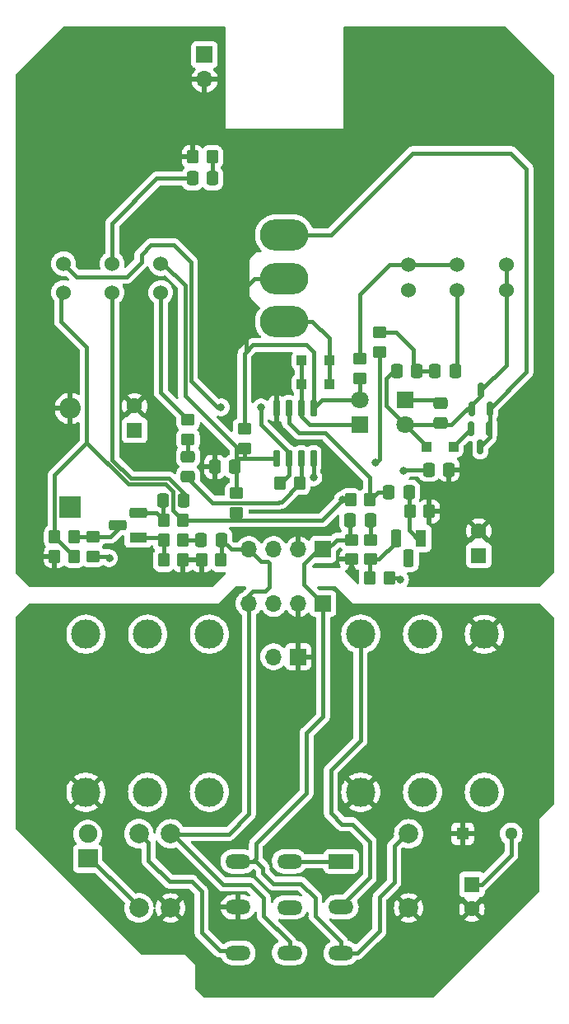
<source format=gbr>
%TF.GenerationSoftware,KiCad,Pcbnew,7.0.5.1-1-g8f565ef7f0-dirty-deb11*%
%TF.CreationDate,2023-08-09T07:33:24+00:00*%
%TF.ProjectId,GreenBean,47726565-6e42-4656-916e-2e6b69636164,rev?*%
%TF.SameCoordinates,Original*%
%TF.FileFunction,Copper,L1,Top*%
%TF.FilePolarity,Positive*%
%FSLAX46Y46*%
G04 Gerber Fmt 4.6, Leading zero omitted, Abs format (unit mm)*
G04 Created by KiCad (PCBNEW 7.0.5.1-1-g8f565ef7f0-dirty-deb11) date 2023-08-09 07:33:24*
%MOMM*%
%LPD*%
G01*
G04 APERTURE LIST*
G04 Aperture macros list*
%AMRoundRect*
0 Rectangle with rounded corners*
0 $1 Rounding radius*
0 $2 $3 $4 $5 $6 $7 $8 $9 X,Y pos of 4 corners*
0 Add a 4 corners polygon primitive as box body*
4,1,4,$2,$3,$4,$5,$6,$7,$8,$9,$2,$3,0*
0 Add four circle primitives for the rounded corners*
1,1,$1+$1,$2,$3*
1,1,$1+$1,$4,$5*
1,1,$1+$1,$6,$7*
1,1,$1+$1,$8,$9*
0 Add four rect primitives between the rounded corners*
20,1,$1+$1,$2,$3,$4,$5,0*
20,1,$1+$1,$4,$5,$6,$7,0*
20,1,$1+$1,$6,$7,$8,$9,0*
20,1,$1+$1,$8,$9,$2,$3,0*%
G04 Aperture macros list end*
%TA.AperFunction,ComponentPad*%
%ADD10R,2.600000X1.500000*%
%TD*%
%TA.AperFunction,ComponentPad*%
%ADD11O,2.600000X1.500000*%
%TD*%
%TA.AperFunction,ComponentPad*%
%ADD12C,3.000000*%
%TD*%
%TA.AperFunction,ComponentPad*%
%ADD13R,1.700000X1.700000*%
%TD*%
%TA.AperFunction,ComponentPad*%
%ADD14O,1.700000X1.700000*%
%TD*%
%TA.AperFunction,ComponentPad*%
%ADD15R,1.600000X1.600000*%
%TD*%
%TA.AperFunction,ComponentPad*%
%ADD16C,1.600000*%
%TD*%
%TA.AperFunction,ComponentPad*%
%ADD17R,2.000000X1.900000*%
%TD*%
%TA.AperFunction,ComponentPad*%
%ADD18C,1.900000*%
%TD*%
%TA.AperFunction,ComponentPad*%
%ADD19C,1.998980*%
%TD*%
%TA.AperFunction,ComponentPad*%
%ADD20R,1.300000X1.300000*%
%TD*%
%TA.AperFunction,ComponentPad*%
%ADD21C,1.300000*%
%TD*%
%TA.AperFunction,SMDPad,CuDef*%
%ADD22RoundRect,0.250000X-0.350000X-0.450000X0.350000X-0.450000X0.350000X0.450000X-0.350000X0.450000X0*%
%TD*%
%TA.AperFunction,ComponentPad*%
%ADD23O,5.000000X3.200000*%
%TD*%
%TA.AperFunction,ComponentPad*%
%ADD24R,1.800000X1.800000*%
%TD*%
%TA.AperFunction,ComponentPad*%
%ADD25C,1.800000*%
%TD*%
%TA.AperFunction,SMDPad,CuDef*%
%ADD26RoundRect,0.250000X0.350000X0.450000X-0.350000X0.450000X-0.350000X-0.450000X0.350000X-0.450000X0*%
%TD*%
%TA.AperFunction,SMDPad,CuDef*%
%ADD27RoundRect,0.250000X-0.450000X0.350000X-0.450000X-0.350000X0.450000X-0.350000X0.450000X0.350000X0*%
%TD*%
%TA.AperFunction,SMDPad,CuDef*%
%ADD28RoundRect,0.250000X-0.337500X-0.475000X0.337500X-0.475000X0.337500X0.475000X-0.337500X0.475000X0*%
%TD*%
%TA.AperFunction,SMDPad,CuDef*%
%ADD29RoundRect,0.150000X-0.150000X0.725000X-0.150000X-0.725000X0.150000X-0.725000X0.150000X0.725000X0*%
%TD*%
%TA.AperFunction,SMDPad,CuDef*%
%ADD30RoundRect,0.250000X-0.300000X-0.300000X0.300000X-0.300000X0.300000X0.300000X-0.300000X0.300000X0*%
%TD*%
%TA.AperFunction,SMDPad,CuDef*%
%ADD31RoundRect,0.250000X0.337500X0.475000X-0.337500X0.475000X-0.337500X-0.475000X0.337500X-0.475000X0*%
%TD*%
%TA.AperFunction,SMDPad,CuDef*%
%ADD32RoundRect,0.250000X0.300000X0.300000X-0.300000X0.300000X-0.300000X-0.300000X0.300000X-0.300000X0*%
%TD*%
%TA.AperFunction,SMDPad,CuDef*%
%ADD33RoundRect,0.250000X0.450000X-0.350000X0.450000X0.350000X-0.450000X0.350000X-0.450000X-0.350000X0*%
%TD*%
%TA.AperFunction,ComponentPad*%
%ADD34R,1.100000X1.800000*%
%TD*%
%TA.AperFunction,ComponentPad*%
%ADD35RoundRect,0.275000X0.275000X0.625000X-0.275000X0.625000X-0.275000X-0.625000X0.275000X-0.625000X0*%
%TD*%
%TA.AperFunction,SMDPad,CuDef*%
%ADD36RoundRect,0.250000X0.475000X-0.337500X0.475000X0.337500X-0.475000X0.337500X-0.475000X-0.337500X0*%
%TD*%
%TA.AperFunction,ComponentPad*%
%ADD37R,1.800000X1.100000*%
%TD*%
%TA.AperFunction,ComponentPad*%
%ADD38RoundRect,0.275000X0.625000X-0.275000X0.625000X0.275000X-0.625000X0.275000X-0.625000X-0.275000X0*%
%TD*%
%TA.AperFunction,SMDPad,CuDef*%
%ADD39RoundRect,0.150000X0.150000X-0.587500X0.150000X0.587500X-0.150000X0.587500X-0.150000X-0.587500X0*%
%TD*%
%TA.AperFunction,SMDPad,CuDef*%
%ADD40RoundRect,0.150000X-0.150000X0.587500X-0.150000X-0.587500X0.150000X-0.587500X0.150000X0.587500X0*%
%TD*%
%TA.AperFunction,ComponentPad*%
%ADD41R,2.200000X2.200000*%
%TD*%
%TA.AperFunction,ComponentPad*%
%ADD42O,2.200000X2.200000*%
%TD*%
%TA.AperFunction,ComponentPad*%
%ADD43C,1.524000*%
%TD*%
%TA.AperFunction,ViaPad*%
%ADD44C,0.800000*%
%TD*%
%TA.AperFunction,Conductor*%
%ADD45C,0.400000*%
%TD*%
G04 APERTURE END LIST*
D10*
%TO.P,SW1,1,A*%
%TO.N,Net-(SW1A-A)*%
X148550000Y-137825000D03*
D11*
%TO.P,SW1,2,A*%
X143250000Y-137825000D03*
%TO.P,SW1,3,A*%
%TO.N,I*%
X137950000Y-137825000D03*
%TO.P,SW1,4,B*%
%TO.N,Net-(SW1A-B)*%
X148550000Y-142525000D03*
%TO.P,SW1,5,B*%
%TO.N,Net-(SW1B-B)*%
X143250000Y-142550000D03*
%TO.P,SW1,6,B*%
%TO.N,GND*%
X137950000Y-142525000D03*
%TO.P,SW1,7,C*%
%TO.N,I*%
X148550000Y-147225000D03*
%TO.P,SW1,8,C*%
%TO.N,O*%
X143250000Y-147225000D03*
%TO.P,SW1,9,C*%
%TO.N,Net-(SW1C-C)*%
X137950000Y-147225000D03*
%TD*%
D12*
%TO.P,J3,R*%
%TO.N,unconnected-(J3-PadR)*%
X128660000Y-130730000D03*
%TO.P,J3,RN*%
%TO.N,unconnected-(J3-PadRN)*%
X128660000Y-114500000D03*
%TO.P,J3,S*%
%TO.N,GND*%
X122310000Y-130730000D03*
%TO.P,J3,SN*%
%TO.N,unconnected-(J3-PadSN)*%
X122310000Y-114500000D03*
%TO.P,J3,T*%
%TO.N,Net-(SW1B-B)*%
X135010000Y-130730000D03*
%TO.P,J3,TN*%
%TO.N,unconnected-(J3-PadTN)*%
X135010000Y-114500000D03*
%TD*%
D13*
%TO.P,J1,1,P1*%
%TO.N,+9V*%
X134510000Y-55000000D03*
D14*
%TO.P,J1,2,P2*%
%TO.N,GND*%
X134510000Y-57540000D03*
%TD*%
D13*
%TO.P,JOVGI1,1,P1*%
%TO.N,I*%
X146700000Y-111350000D03*
D14*
%TO.P,JOVGI1,2,P2*%
%TO.N,GND*%
X144160000Y-111350000D03*
%TO.P,JOVGI1,3,P3*%
%TO.N,+9V*%
X141620000Y-111350000D03*
%TO.P,JOVGI1,4,P4*%
%TO.N,O*%
X139080000Y-111350000D03*
%TD*%
D13*
%TO.P,JOVGI2,1,P1*%
%TO.N,I*%
X146700000Y-105800000D03*
D14*
%TO.P,JOVGI2,2,P2*%
%TO.N,GND*%
X144160000Y-105800000D03*
%TO.P,JOVGI2,3,P3*%
%TO.N,+9V*%
X141620000Y-105800000D03*
%TO.P,JOVGI2,4,P4*%
%TO.N,O*%
X139080000Y-105800000D03*
%TD*%
D15*
%TO.P,C2,1*%
%TO.N,+9V*%
X162000000Y-140200000D03*
D16*
%TO.P,C2,2*%
%TO.N,GND*%
X162000000Y-142700000D03*
%TD*%
D17*
%TO.P,D1,1,K*%
%TO.N,Net-(D1-K)*%
X122500000Y-137540000D03*
D18*
%TO.P,D1,2,A*%
%TO.N,+9V*%
X122500000Y-135000000D03*
%TD*%
D19*
%TO.P,R1,1*%
%TO.N,I*%
X155500000Y-135000000D03*
%TO.P,R1,2*%
%TO.N,GND*%
X155500000Y-142620000D03*
%TD*%
%TO.P,R2,1*%
%TO.N,Net-(D1-K)*%
X127760000Y-142600000D03*
%TO.P,R2,2*%
%TO.N,Net-(SW1C-C)*%
X127760000Y-134980000D03*
%TD*%
%TO.P,R3,1*%
%TO.N,O*%
X131010000Y-135000000D03*
%TO.P,R3,2*%
%TO.N,GND*%
X131010000Y-142620000D03*
%TD*%
D20*
%TO.P,C1,1*%
%TO.N,GND*%
X161050000Y-135000000D03*
D21*
%TO.P,C1,2*%
%TO.N,+9V*%
X166050000Y-135000000D03*
%TD*%
D13*
%TO.P,J4,1,P1*%
%TO.N,GND*%
X144140000Y-116810000D03*
D14*
%TO.P,J4,2,P2*%
%TO.N,+9V*%
X141600000Y-116810000D03*
%TD*%
D12*
%TO.P,J2,R*%
%TO.N,unconnected-(J2-PadR)*%
X156925000Y-114500000D03*
%TO.P,J2,RN*%
%TO.N,unconnected-(J2-PadRN)*%
X156925000Y-130730000D03*
%TO.P,J2,S*%
%TO.N,GND*%
X163275000Y-114500000D03*
%TO.P,J2,SN*%
%TO.N,unconnected-(J2-PadSN)*%
X163275000Y-130730000D03*
%TO.P,J2,T*%
%TO.N,Net-(SW1A-B)*%
X150575000Y-114500000D03*
%TO.P,J2,TN*%
%TO.N,GND*%
X150575000Y-130730000D03*
%TD*%
D22*
%TO.P,R14,1*%
%TO.N,Net-(U1B--)*%
X142310000Y-99000000D03*
%TO.P,R14,2*%
%TO.N,Net-(C11-Pad1)*%
X144310000Y-99000000D03*
%TD*%
D23*
%TO.P,SW2,1,1*%
%TO.N,Net-(D4-K)*%
X142710000Y-82400000D03*
%TO.P,SW2,2,2*%
%TO.N,B*%
X142710000Y-77950000D03*
%TO.P,SW2,3,3*%
%TO.N,Net-(Q2-D)*%
X142710000Y-73500000D03*
%TD*%
D24*
%TO.P,D6,1,K*%
%TO.N,A*%
X150510000Y-92975000D03*
D25*
%TO.P,D6,2,A*%
%TO.N,B*%
X150510000Y-90435000D03*
%TD*%
D26*
%TO.P,R19,1*%
%TO.N,GND*%
X132310000Y-106900000D03*
%TO.P,R19,2*%
%TO.N,Net-(Q4-E)*%
X130310000Y-106900000D03*
%TD*%
D24*
%TO.P,D3,1,K*%
%TO.N,B*%
X155110000Y-90425000D03*
D25*
%TO.P,D3,2,A*%
%TO.N,A*%
X155110000Y-92965000D03*
%TD*%
D27*
%TO.P,R12,1*%
%TO.N,Net-(U1B-+)*%
X137810000Y-100000000D03*
%TO.P,R12,2*%
%TO.N,VB*%
X137810000Y-102000000D03*
%TD*%
D28*
%TO.P,C8,1*%
%TO.N,GND*%
X135572500Y-97300000D03*
%TO.P,C8,2*%
%TO.N,Net-(U1B-+)*%
X137647500Y-97300000D03*
%TD*%
D22*
%TO.P,R22,1*%
%TO.N,GND*%
X134210000Y-106900000D03*
%TO.P,R22,2*%
%TO.N,O*%
X136210000Y-106900000D03*
%TD*%
D29*
%TO.P,U1,1*%
%TO.N,B*%
X145715000Y-91325000D03*
%TO.P,U1,2,-*%
%TO.N,A*%
X144445000Y-91325000D03*
%TO.P,U1,3,+*%
%TO.N,Net-(U1A-+)*%
X143175000Y-91325000D03*
%TO.P,U1,4,V-*%
%TO.N,GND*%
X141905000Y-91325000D03*
%TO.P,U1,5,+*%
%TO.N,Net-(U1B-+)*%
X141905000Y-96475000D03*
%TO.P,U1,6,-*%
%TO.N,Net-(U1B--)*%
X143175000Y-96475000D03*
%TO.P,U1,7*%
%TO.N,Net-(C11-Pad1)*%
X144445000Y-96475000D03*
%TO.P,U1,8,V+*%
%TO.N,VC*%
X145715000Y-96475000D03*
%TD*%
D27*
%TO.P,R20,1*%
%TO.N,VC*%
X123010000Y-104500000D03*
%TO.P,R20,2*%
%TO.N,+9V*%
X123010000Y-106500000D03*
%TD*%
D30*
%TO.P,D5,1,K*%
%TO.N,A*%
X144510000Y-88800000D03*
%TO.P,D5,2,A*%
%TO.N,Net-(D4-K)*%
X147310000Y-88800000D03*
%TD*%
D31*
%TO.P,C4,1*%
%TO.N,Net-(Q1-E)*%
X155547500Y-99900000D03*
%TO.P,C4,2*%
%TO.N,Net-(U1A-+)*%
X153472500Y-99900000D03*
%TD*%
D32*
%TO.P,D4,1,K*%
%TO.N,Net-(D4-K)*%
X147310000Y-86400000D03*
%TO.P,D4,2,A*%
%TO.N,A*%
X144510000Y-86400000D03*
%TD*%
D15*
%TO.P,C13,1*%
%TO.N,VC*%
X127310000Y-93552651D03*
D16*
%TO.P,C13,2*%
%TO.N,GND*%
X127310000Y-91052651D03*
%TD*%
D31*
%TO.P,C6,1*%
%TO.N,Net-(C5-Pad1)*%
X156347500Y-87500000D03*
%TO.P,C6,2*%
%TO.N,A*%
X154272500Y-87500000D03*
%TD*%
D26*
%TO.P,R7,1*%
%TO.N,GND*%
X157610000Y-101900000D03*
%TO.P,R7,2*%
%TO.N,Net-(Q1-E)*%
X155610000Y-101900000D03*
%TD*%
D28*
%TO.P,C3,1*%
%TO.N,I*%
X149472500Y-102800000D03*
%TO.P,C3,2*%
%TO.N,Net-(C3-Pad2)*%
X151547500Y-102800000D03*
%TD*%
D27*
%TO.P,R11,1*%
%TO.N,B*%
X138610000Y-93400000D03*
%TO.P,R11,2*%
%TO.N,Net-(U1B-+)*%
X138610000Y-95400000D03*
%TD*%
D22*
%TO.P,R13,1*%
%TO.N,GND*%
X133310000Y-65500000D03*
%TO.P,R13,2*%
%TO.N,Net-(C9-Pad1)*%
X135310000Y-65500000D03*
%TD*%
D31*
%TO.P,C12,1*%
%TO.N,GND*%
X159647500Y-97600000D03*
%TO.P,C12,2*%
%TO.N,VC*%
X157572500Y-97600000D03*
%TD*%
D33*
%TO.P,R5,1*%
%TO.N,Net-(Q1-B)*%
X151610000Y-106800000D03*
%TO.P,R5,2*%
%TO.N,Net-(C3-Pad2)*%
X151610000Y-104800000D03*
%TD*%
D31*
%TO.P,C9,1*%
%TO.N,Net-(C9-Pad1)*%
X135347500Y-67700000D03*
%TO.P,C9,2*%
%TO.N,Net-(C9-Pad2)*%
X133272500Y-67700000D03*
%TD*%
D26*
%TO.P,R9,1*%
%TO.N,Net-(U1A-+)*%
X151510000Y-100700000D03*
%TO.P,R9,2*%
%TO.N,VB*%
X149510000Y-100700000D03*
%TD*%
D34*
%TO.P,Q1,1,E*%
%TO.N,Net-(Q1-E)*%
X156760000Y-104650000D03*
D35*
%TO.P,Q1,2,C*%
%TO.N,VC*%
X155490000Y-106720000D03*
%TO.P,Q1,3,B*%
%TO.N,Net-(Q1-B)*%
X154220000Y-104650000D03*
%TD*%
D22*
%TO.P,R6,1*%
%TO.N,Net-(Q1-B)*%
X151510000Y-108700000D03*
%TO.P,R6,2*%
%TO.N,VB*%
X153510000Y-108700000D03*
%TD*%
%TO.P,R16,1*%
%TO.N,VB*%
X119110000Y-104500000D03*
%TO.P,R16,2*%
%TO.N,VC*%
X121110000Y-104500000D03*
%TD*%
D15*
%TO.P,C10,1*%
%TO.N,VB*%
X162710000Y-106400000D03*
D16*
%TO.P,C10,2*%
%TO.N,GND*%
X162710000Y-103900000D03*
%TD*%
D22*
%TO.P,R18,1*%
%TO.N,Net-(Q4-B)*%
X130310000Y-102800000D03*
%TO.P,R18,2*%
%TO.N,VB*%
X132310000Y-102800000D03*
%TD*%
D36*
%TO.P,C11,1*%
%TO.N,Net-(C11-Pad1)*%
X132810000Y-98337500D03*
%TO.P,C11,2*%
%TO.N,Net-(C11-Pad2)*%
X132810000Y-96262500D03*
%TD*%
D31*
%TO.P,C14,1*%
%TO.N,Net-(C14-Pad1)*%
X132347500Y-100800000D03*
%TO.P,C14,2*%
%TO.N,Net-(Q4-B)*%
X130272500Y-100800000D03*
%TD*%
D28*
%TO.P,C5,1*%
%TO.N,Net-(C5-Pad1)*%
X158210000Y-87500000D03*
%TO.P,C5,2*%
%TO.N,Net-(C5-Pad2)*%
X160285000Y-87500000D03*
%TD*%
D22*
%TO.P,R21,1*%
%TO.N,Net-(Q4-E)*%
X130310000Y-104800000D03*
%TO.P,R21,2*%
%TO.N,Net-(C15-Pad1)*%
X132310000Y-104800000D03*
%TD*%
D37*
%TO.P,Q4,1,E*%
%TO.N,Net-(Q4-E)*%
X127680000Y-104570000D03*
D38*
%TO.P,Q4,2,C*%
%TO.N,VC*%
X125610000Y-103300000D03*
%TO.P,Q4,3,B*%
%TO.N,Net-(Q4-B)*%
X127680000Y-102030000D03*
%TD*%
D39*
%TO.P,Q5,1,G*%
%TO.N,A*%
X161960000Y-91337500D03*
%TO.P,Q5,2,S*%
%TO.N,Net-(Q2-D)*%
X163860000Y-91337500D03*
%TO.P,Q5,3,D*%
%TO.N,A*%
X162910000Y-89462500D03*
%TD*%
D33*
%TO.P,R8,1*%
%TO.N,VB*%
X152510000Y-85500000D03*
%TO.P,R8,2*%
%TO.N,Net-(C5-Pad1)*%
X152510000Y-83500000D03*
%TD*%
D27*
%TO.P,R10,1*%
%TO.N,Net-(DRIVE1-Pad2)*%
X150510000Y-86200000D03*
%TO.P,R10,2*%
%TO.N,B*%
X150510000Y-88200000D03*
%TD*%
D36*
%TO.P,C7,1*%
%TO.N,A*%
X158810000Y-92837500D03*
%TO.P,C7,2*%
%TO.N,B*%
X158810000Y-90762500D03*
%TD*%
D28*
%TO.P,C15,1*%
%TO.N,Net-(C15-Pad1)*%
X134172500Y-104800000D03*
%TO.P,C15,2*%
%TO.N,O*%
X136247500Y-104800000D03*
%TD*%
D40*
%TO.P,Q2,1,G*%
%TO.N,Net-(Q2-D)*%
X163810000Y-93400000D03*
%TO.P,Q2,2,S*%
%TO.N,Net-(D2-K)*%
X161910000Y-93400000D03*
%TO.P,Q2,3,D*%
%TO.N,Net-(Q2-D)*%
X162860000Y-95275000D03*
%TD*%
D33*
%TO.P,R17,1*%
%TO.N,Net-(C11-Pad2)*%
X132810000Y-94500000D03*
%TO.P,R17,2*%
%TO.N,Net-(R17-Pad2)*%
X132810000Y-92500000D03*
%TD*%
D32*
%TO.P,D2,1,K*%
%TO.N,Net-(D2-K)*%
X160110000Y-95300000D03*
%TO.P,D2,2,A*%
%TO.N,A*%
X157310000Y-95300000D03*
%TD*%
D22*
%TO.P,R15,1*%
%TO.N,GND*%
X119110000Y-106500000D03*
%TO.P,R15,2*%
%TO.N,VB*%
X121110000Y-106500000D03*
%TD*%
D33*
%TO.P,R4,1*%
%TO.N,GND*%
X149610000Y-106800000D03*
%TO.P,R4,2*%
%TO.N,I*%
X149610000Y-104800000D03*
%TD*%
D41*
%TO.P,D7,1,K*%
%TO.N,VC*%
X120710000Y-101480000D03*
D42*
%TO.P,D7,2,A*%
%TO.N,GND*%
X120710000Y-91320000D03*
%TD*%
D43*
%TO.P,LOW1,1,1*%
%TO.N,unconnected-(LOW1-Pad1)*%
X155510000Y-79154168D03*
%TO.P,LOW1,2,2*%
%TO.N,Net-(C5-Pad2)*%
X160510000Y-79154168D03*
%TO.P,LOW1,3,3*%
%TO.N,A*%
X165510000Y-79154168D03*
%TD*%
%TO.P,TONE1,1,1*%
%TO.N,Net-(U1B-+)*%
X130010000Y-76445832D03*
%TO.P,TONE1,2,2*%
%TO.N,Net-(C9-Pad2)*%
X125010000Y-76445832D03*
%TO.P,TONE1,3,3*%
%TO.N,Net-(U1B--)*%
X120010000Y-76445832D03*
%TD*%
%TO.P,DRIVE1,1,1*%
%TO.N,A*%
X165510000Y-76550000D03*
%TO.P,DRIVE1,2,2*%
%TO.N,Net-(DRIVE1-Pad2)*%
X160510000Y-76550000D03*
%TO.P,DRIVE1,3,3*%
X155510000Y-76550000D03*
%TD*%
%TO.P,VOL1,1,1*%
%TO.N,VB*%
X120010000Y-79404168D03*
%TO.P,VOL1,2,2*%
%TO.N,Net-(C14-Pad1)*%
X125010000Y-79404168D03*
%TO.P,VOL1,3,3*%
%TO.N,Net-(R17-Pad2)*%
X130010000Y-79404168D03*
%TD*%
D44*
%TO.N,GND*%
X134910000Y-94300000D03*
X140210000Y-86300000D03*
X144510000Y-101500000D03*
X145110000Y-104000000D03*
X149610000Y-107800000D03*
%TO.N,+9V*%
X124710000Y-106700000D03*
%TO.N,VB*%
X148710000Y-100700000D03*
X152110000Y-96900000D03*
X154610000Y-108900000D03*
%TO.N,VC*%
X145710000Y-98400000D03*
X154960000Y-97750000D03*
%TO.N,Net-(U1B--)*%
X140310000Y-91200000D03*
X136210000Y-91200000D03*
%TD*%
D45*
%TO.N,+9V*%
X162000000Y-140200000D02*
X163000000Y-140200000D01*
X124710000Y-106500000D02*
X124910000Y-106700000D01*
X163000000Y-140200000D02*
X166050000Y-137150000D01*
X166050000Y-137150000D02*
X166050000Y-135919238D01*
X166050000Y-135919238D02*
X166050000Y-135000000D01*
X124910000Y-106700000D02*
X124710000Y-106700000D01*
X123010000Y-106500000D02*
X124710000Y-106500000D01*
%TO.N,Net-(D1-K)*%
X126750511Y-141500511D02*
X127750000Y-142500000D01*
X122500000Y-137500000D02*
X122750000Y-137500000D01*
X122750000Y-137500000D02*
X126750511Y-141500511D01*
%TO.N,O*%
X139080000Y-111350000D02*
X139080000Y-132920000D01*
X141190000Y-109620000D02*
X140760000Y-110050000D01*
X139080000Y-105800000D02*
X140330000Y-107050000D01*
X140760000Y-110050000D02*
X139510000Y-110050000D01*
X141010000Y-107050000D02*
X141190000Y-107230000D01*
X131000000Y-135020000D02*
X131220000Y-135020000D01*
X137247500Y-105800000D02*
X136247500Y-104800000D01*
X140600000Y-143425000D02*
X143250000Y-146075000D01*
X136980000Y-135020000D02*
X131000000Y-135020000D01*
X136247500Y-104800000D02*
X136247500Y-106862500D01*
X139080000Y-132920000D02*
X136980000Y-135020000D01*
X139510000Y-110050000D02*
X139080000Y-110480000D01*
X139080000Y-110480000D02*
X139080000Y-111350000D01*
X140330000Y-107050000D02*
X141010000Y-107050000D01*
X132079489Y-135879489D02*
X136400000Y-140200000D01*
X139080000Y-105800000D02*
X137247500Y-105800000D01*
X143250000Y-146075000D02*
X143250000Y-147225000D01*
X131220000Y-135020000D02*
X132079489Y-135879489D01*
X140600000Y-141600000D02*
X140600000Y-143425000D01*
X141190000Y-107230000D02*
X141190000Y-109620000D01*
X139200000Y-140200000D02*
X140600000Y-141600000D01*
X136247500Y-106862500D02*
X136210000Y-106900000D01*
X136400000Y-140200000D02*
X139200000Y-140200000D01*
%TO.N,I*%
X148550000Y-146075000D02*
X145900000Y-143425000D01*
X151925000Y-145575000D02*
X152500000Y-145000000D01*
X148550000Y-147225000D02*
X148550000Y-146075000D01*
X152500000Y-145000000D02*
X152500000Y-141500000D01*
X146700000Y-111350000D02*
X146700000Y-115620000D01*
X141600000Y-140100000D02*
X140500000Y-139000000D01*
X145000000Y-130800000D02*
X145000000Y-124640000D01*
X139800000Y-137525000D02*
X139800000Y-136000000D01*
X151900000Y-145575000D02*
X151925000Y-145575000D01*
X145000000Y-124640000D02*
X146700000Y-122940000D01*
X154000000Y-140000000D02*
X154000000Y-136250000D01*
X139825000Y-137825000D02*
X139500000Y-137825000D01*
X148110000Y-104800000D02*
X149610000Y-104800000D01*
X139800000Y-136000000D02*
X145000000Y-130800000D01*
X140500000Y-138500000D02*
X139825000Y-137825000D01*
X147110000Y-105800000D02*
X148110000Y-104800000D01*
X154000000Y-136250000D02*
X155500000Y-134750000D01*
X146260000Y-105800000D02*
X144760000Y-107300000D01*
X146700000Y-105800000D02*
X146260000Y-105800000D01*
X146700000Y-105800000D02*
X147110000Y-105800000D01*
X149472500Y-102800000D02*
X149472500Y-104662500D01*
X149472500Y-104662500D02*
X149610000Y-104800000D01*
X140500000Y-139000000D02*
X140500000Y-138500000D01*
X145900000Y-141600000D02*
X144400000Y-140100000D01*
X144760000Y-107300000D02*
X144760000Y-109410000D01*
X150250000Y-147225000D02*
X151900000Y-145575000D01*
X137950000Y-137825000D02*
X139500000Y-137825000D01*
X148550000Y-147225000D02*
X150250000Y-147225000D01*
X144400000Y-140100000D02*
X141600000Y-140100000D01*
X139500000Y-137825000D02*
X139800000Y-137525000D01*
X144760000Y-109410000D02*
X146700000Y-111350000D01*
X146700000Y-115620000D02*
X146700000Y-122940000D01*
X145900000Y-143425000D02*
X145900000Y-141600000D01*
X152500000Y-141500000D02*
X154000000Y-140000000D01*
%TO.N,Net-(SW1C-C)*%
X133200000Y-139900000D02*
X134200000Y-140900000D01*
X130900000Y-139900000D02*
X133200000Y-139900000D01*
X137725000Y-147000000D02*
X137950000Y-147225000D01*
X128749489Y-137749489D02*
X130900000Y-139900000D01*
X128749489Y-135879489D02*
X128749489Y-137749489D01*
X134200000Y-140900000D02*
X134200000Y-145100000D01*
X127750000Y-135000000D02*
X127870000Y-135000000D01*
X127870000Y-135000000D02*
X128749489Y-135879489D01*
X134200000Y-145100000D02*
X136100000Y-147000000D01*
X136100000Y-147000000D02*
X137725000Y-147000000D01*
%TO.N,Net-(C3-Pad2)*%
X151547500Y-102800000D02*
X151547500Y-104737500D01*
X151547500Y-104737500D02*
X151610000Y-104800000D01*
%TO.N,Net-(Q1-E)*%
X155547500Y-99900000D02*
X155547500Y-103837500D01*
X155547500Y-103837500D02*
X156760000Y-105050000D01*
%TO.N,Net-(U1A-+)*%
X152310000Y-99900000D02*
X151510000Y-100700000D01*
X151510000Y-98400000D02*
X146910000Y-93800000D01*
X144210000Y-93800000D02*
X143175000Y-92765000D01*
X143175000Y-92765000D02*
X143175000Y-91325000D01*
X146910000Y-93800000D02*
X144210000Y-93800000D01*
X151510000Y-100700000D02*
X151510000Y-98400000D01*
X153472500Y-99900000D02*
X152310000Y-99900000D01*
%TO.N,Net-(SW1A-A)*%
X143250000Y-137825000D02*
X144950000Y-137825000D01*
X144950000Y-137825000D02*
X148550000Y-137825000D01*
%TO.N,Net-(SW1A-B)*%
X150550000Y-125420000D02*
X150550000Y-114530000D01*
X151500000Y-139500000D02*
X151500000Y-135820000D01*
X148660000Y-134010000D02*
X147480000Y-132830000D01*
X149275000Y-142525000D02*
X148550000Y-142525000D01*
X148550000Y-142450000D02*
X151500000Y-139500000D01*
X148550000Y-142525000D02*
X148550000Y-142450000D01*
X149690000Y-134010000D02*
X148660000Y-134010000D01*
X147480000Y-132830000D02*
X147480000Y-128490000D01*
X147480000Y-128490000D02*
X150550000Y-125420000D01*
X151500000Y-135820000D02*
X149690000Y-134010000D01*
%TO.N,Net-(C5-Pad1)*%
X156010000Y-87162500D02*
X156347500Y-87500000D01*
X154210000Y-83500000D02*
X156010000Y-85300000D01*
X156010000Y-85300000D02*
X156010000Y-87162500D01*
X152510000Y-83500000D02*
X154210000Y-83500000D01*
X156347500Y-87500000D02*
X158210000Y-87500000D01*
%TO.N,Net-(C5-Pad2)*%
X160285000Y-87500000D02*
X160510000Y-87275000D01*
X160510000Y-87275000D02*
X160510000Y-79154168D01*
%TO.N,A*%
X145335000Y-92975000D02*
X145310000Y-93000000D01*
X158682500Y-92965000D02*
X158810000Y-92837500D01*
X144445000Y-88865000D02*
X144510000Y-88800000D01*
X144510000Y-88800000D02*
X144510000Y-86400000D01*
X163010000Y-89900000D02*
X159910000Y-93000000D01*
X158972500Y-93000000D02*
X158810000Y-92837500D01*
X159910000Y-93000000D02*
X158972500Y-93000000D01*
X145310000Y-93000000D02*
X144445000Y-92135000D01*
X165510000Y-76800000D02*
X165760000Y-76550000D01*
X157310000Y-95165000D02*
X155110000Y-92965000D01*
X165510000Y-86862500D02*
X165510000Y-76800000D01*
X154272500Y-87500000D02*
X153910000Y-87500000D01*
X157310000Y-95300000D02*
X157310000Y-95165000D01*
X150510000Y-92975000D02*
X145335000Y-92975000D01*
X162910000Y-89462500D02*
X165510000Y-86862500D01*
X144445000Y-91325000D02*
X144445000Y-88865000D01*
X144445000Y-92135000D02*
X144445000Y-91325000D01*
X153210000Y-91065000D02*
X155110000Y-92965000D01*
X155110000Y-92965000D02*
X158682500Y-92965000D01*
X153210000Y-88200000D02*
X153210000Y-91065000D01*
X153910000Y-87500000D02*
X153210000Y-88200000D01*
%TO.N,B*%
X145715000Y-91325000D02*
X146605000Y-90435000D01*
X138760000Y-85550000D02*
X138610000Y-85700000D01*
X145715000Y-85505000D02*
X145010000Y-84800000D01*
X138610000Y-85700000D02*
X139510000Y-84800000D01*
X145715000Y-91325000D02*
X145715000Y-85505000D01*
X142710000Y-77950000D02*
X139610000Y-77950000D01*
X158472500Y-90425000D02*
X158810000Y-90762500D01*
X144260000Y-77950000D02*
X142710000Y-77950000D01*
X150510000Y-88200000D02*
X150510000Y-90435000D01*
X138610000Y-93400000D02*
X138610000Y-85700000D01*
X145010000Y-84800000D02*
X139510000Y-84800000D01*
X146605000Y-90435000D02*
X150510000Y-90435000D01*
X139610000Y-77950000D02*
X138760000Y-78800000D01*
X155110000Y-90425000D02*
X158472500Y-90425000D01*
X138760000Y-78800000D02*
X138760000Y-85550000D01*
%TO.N,Net-(U1B-+)*%
X141905000Y-96475000D02*
X138510000Y-96475000D01*
X138610000Y-96375000D02*
X138510000Y-96475000D01*
X137710000Y-97800000D02*
X137810000Y-97700000D01*
X132510000Y-78695832D02*
X130260000Y-76445832D01*
X138510000Y-96475000D02*
X137785000Y-96475000D01*
X132510000Y-90000000D02*
X132510000Y-78695832D01*
X137810000Y-97700000D02*
X137810000Y-96500000D01*
X137785000Y-95275000D02*
X132510000Y-90000000D01*
X137785000Y-96475000D02*
X137785000Y-95275000D01*
X137810000Y-96500000D02*
X137785000Y-96475000D01*
X137810000Y-100000000D02*
X137810000Y-97700000D01*
X138610000Y-95400000D02*
X138610000Y-96375000D01*
%TO.N,Net-(C9-Pad1)*%
X135310000Y-67662500D02*
X135347500Y-67700000D01*
X135310000Y-65500000D02*
X135310000Y-67662500D01*
%TO.N,Net-(C9-Pad2)*%
X129610000Y-67700000D02*
X125010000Y-72300000D01*
X133272500Y-67700000D02*
X129610000Y-67700000D01*
X125010000Y-72300000D02*
X125010000Y-76445832D01*
%TO.N,VB*%
X153510000Y-108700000D02*
X154410000Y-108700000D01*
X130510000Y-99100000D02*
X126661472Y-99100000D01*
X154410000Y-108700000D02*
X154610000Y-108900000D01*
X152510000Y-96500000D02*
X152110000Y-96900000D01*
X152510000Y-85500000D02*
X152510000Y-96500000D01*
X137810000Y-102800000D02*
X132310000Y-102800000D01*
X146610000Y-102800000D02*
X137810000Y-102800000D01*
X122410000Y-94848528D02*
X122410000Y-85025000D01*
X126661472Y-99100000D02*
X122410000Y-94848528D01*
X149510000Y-100700000D02*
X148710000Y-100700000D01*
X121110000Y-106500000D02*
X119110000Y-104500000D01*
X131260000Y-99850000D02*
X130510000Y-99100000D01*
X119760000Y-82375000D02*
X119760000Y-79404168D01*
X137810000Y-102000000D02*
X137810000Y-102800000D01*
X119110000Y-98148528D02*
X122410000Y-94848528D01*
X131260000Y-101750000D02*
X131260000Y-99850000D01*
X148710000Y-100700000D02*
X146610000Y-102800000D01*
X119110000Y-104500000D02*
X119110000Y-98148528D01*
X122410000Y-85025000D02*
X119760000Y-82375000D01*
X132310000Y-102800000D02*
X131260000Y-101750000D01*
%TO.N,Net-(C11-Pad1)*%
X142210000Y-100900000D02*
X142410000Y-100900000D01*
X142410000Y-100900000D02*
X144310000Y-99000000D01*
X135310000Y-101000000D02*
X142110000Y-101000000D01*
X144445000Y-96475000D02*
X144445000Y-98865000D01*
X132810000Y-98337500D02*
X132810000Y-98500000D01*
X132810000Y-98500000D02*
X135310000Y-101000000D01*
X144445000Y-98865000D02*
X144310000Y-99000000D01*
X142110000Y-101000000D02*
X142210000Y-100900000D01*
%TO.N,Net-(C11-Pad2)*%
X132810000Y-94500000D02*
X132810000Y-96262500D01*
%TO.N,VC*%
X154910000Y-97600000D02*
X154960000Y-97650000D01*
X124810000Y-104500000D02*
X126010000Y-103300000D01*
X154960000Y-97650000D02*
X154960000Y-97750000D01*
X121110000Y-104500000D02*
X124810000Y-104500000D01*
X145715000Y-98095000D02*
X145715000Y-96475000D01*
X145710000Y-98400000D02*
X145710000Y-98100000D01*
X145710000Y-98100000D02*
X145715000Y-98095000D01*
X157572500Y-97600000D02*
X154910000Y-97600000D01*
%TO.N,Net-(C14-Pad1)*%
X132347500Y-100800000D02*
X132347500Y-100037500D01*
X132347500Y-100037500D02*
X130810000Y-98500000D01*
X130810000Y-98500000D02*
X126910000Y-98500000D01*
X125010000Y-79404168D02*
X125010000Y-96600000D01*
X125010000Y-96600000D02*
X126910000Y-98500000D01*
%TO.N,Net-(Q4-B)*%
X130272500Y-100800000D02*
X130272500Y-102762500D01*
X127280000Y-102030000D02*
X129540000Y-102030000D01*
X130272500Y-102762500D02*
X130310000Y-102800000D01*
X129540000Y-102030000D02*
X130310000Y-102800000D01*
%TO.N,Net-(C15-Pad1)*%
X134172500Y-104800000D02*
X132310000Y-104800000D01*
%TO.N,Net-(D2-K)*%
X160110000Y-95200000D02*
X161910000Y-93400000D01*
X160110000Y-95300000D02*
X160110000Y-95200000D01*
%TO.N,Net-(D4-K)*%
X147310000Y-84100000D02*
X145610000Y-82400000D01*
X147310000Y-86400000D02*
X147310000Y-88800000D01*
X145610000Y-82400000D02*
X142710000Y-82400000D01*
X147310000Y-86400000D02*
X147310000Y-84100000D01*
%TO.N,Net-(DRIVE1-Pad2)*%
X153560000Y-76550000D02*
X160510000Y-76550000D01*
X150510000Y-79600000D02*
X153560000Y-76550000D01*
X150510000Y-79600000D02*
X150510000Y-86200000D01*
%TO.N,Net-(Q1-B)*%
X151510000Y-108700000D02*
X151510000Y-106900000D01*
X151610000Y-106800000D02*
X152470000Y-106800000D01*
X151510000Y-106900000D02*
X151610000Y-106800000D01*
X152470000Y-106800000D02*
X154220000Y-105050000D01*
%TO.N,Net-(Q4-E)*%
X130310000Y-104800000D02*
X130310000Y-106900000D01*
X130080000Y-104570000D02*
X130310000Y-104800000D01*
X127280000Y-104570000D02*
X130080000Y-104570000D01*
%TO.N,Net-(U1B--)*%
X121364168Y-77800000D02*
X126510000Y-77800000D01*
X133110000Y-88500000D02*
X135810000Y-91200000D01*
X128010000Y-76300000D02*
X128010000Y-75550000D01*
X143175000Y-96475000D02*
X143175000Y-95865000D01*
X143175000Y-96475000D02*
X143175000Y-98135000D01*
X129010000Y-74550000D02*
X131360000Y-74550000D01*
X131360000Y-74550000D02*
X133110000Y-76300000D01*
X120010000Y-76445832D02*
X121364168Y-77800000D01*
X143175000Y-98135000D02*
X142310000Y-99000000D01*
X126510000Y-77800000D02*
X128010000Y-76300000D01*
X143175000Y-95865000D02*
X140310000Y-93000000D01*
X133110000Y-76300000D02*
X133110000Y-88500000D01*
X135810000Y-91200000D02*
X136210000Y-91200000D01*
X140310000Y-93000000D02*
X140310000Y-91200000D01*
X128010000Y-75550000D02*
X129010000Y-74550000D01*
%TO.N,Net-(R17-Pad2)*%
X130010000Y-79404168D02*
X130010000Y-89700000D01*
X130010000Y-89700000D02*
X132810000Y-92500000D01*
%TO.N,Net-(Q2-D)*%
X167610000Y-66700000D02*
X167610000Y-87587500D01*
X147510000Y-73500000D02*
X155910000Y-65100000D01*
X162860000Y-95275000D02*
X163860000Y-94275000D01*
X155910000Y-65100000D02*
X166010000Y-65100000D01*
X166010000Y-65100000D02*
X167610000Y-66700000D01*
X167610000Y-87587500D02*
X163860000Y-91337500D01*
X142710000Y-73500000D02*
X147510000Y-73500000D01*
X163860000Y-94275000D02*
X163860000Y-91337500D01*
%TD*%
%TA.AperFunction,Conductor*%
%TO.N,GND*%
G36*
X136616621Y-52095502D02*
G01*
X136663114Y-52149158D01*
X136674500Y-52201500D01*
X136674500Y-62454469D01*
X136672587Y-62476343D01*
X136670876Y-62486048D01*
X136672586Y-62495746D01*
X136674128Y-62513373D01*
X136678707Y-62530467D01*
X136680418Y-62540171D01*
X136683935Y-62546262D01*
X136688452Y-62551645D01*
X136696982Y-62556570D01*
X136714972Y-62569167D01*
X136722518Y-62575499D01*
X136722519Y-62575499D01*
X136722520Y-62575500D01*
X136722521Y-62575500D01*
X136729123Y-62577903D01*
X136736047Y-62579124D01*
X136736047Y-62579123D01*
X136736048Y-62579124D01*
X136745746Y-62577413D01*
X136767625Y-62575500D01*
X148704470Y-62575500D01*
X148726350Y-62577414D01*
X148736047Y-62579124D01*
X148736047Y-62579123D01*
X148736048Y-62579124D01*
X148745746Y-62577413D01*
X148763381Y-62575871D01*
X148780473Y-62571290D01*
X148790172Y-62569581D01*
X148790173Y-62569579D01*
X148796260Y-62566064D01*
X148801641Y-62561549D01*
X148801645Y-62561548D01*
X148806569Y-62553018D01*
X148819165Y-62535028D01*
X148825500Y-62527480D01*
X148825500Y-62527479D01*
X148827902Y-62520879D01*
X148829122Y-62513955D01*
X148829124Y-62513952D01*
X148827414Y-62504253D01*
X148825500Y-62482374D01*
X148825500Y-52201500D01*
X148845502Y-52133379D01*
X148899158Y-52086886D01*
X148951500Y-52075500D01*
X165416537Y-52075500D01*
X165484658Y-52095502D01*
X165505632Y-52112405D01*
X170387595Y-56994368D01*
X170421621Y-57056680D01*
X170424500Y-57083463D01*
X170424500Y-108166535D01*
X170404498Y-108234656D01*
X170387595Y-108255630D01*
X169005631Y-109637595D01*
X168943319Y-109671620D01*
X168916536Y-109674500D01*
X155418145Y-109674500D01*
X155350024Y-109654498D01*
X155303531Y-109600842D01*
X155293427Y-109530568D01*
X155322921Y-109465988D01*
X155324508Y-109464190D01*
X155334006Y-109453641D01*
X155349040Y-109436944D01*
X155444527Y-109271556D01*
X155503542Y-109089928D01*
X155523504Y-108900000D01*
X155503542Y-108710072D01*
X155444527Y-108528444D01*
X155444527Y-108528443D01*
X155349039Y-108363054D01*
X155327210Y-108338810D01*
X155296492Y-108274803D01*
X155305257Y-108204349D01*
X155350720Y-108149818D01*
X155418447Y-108128523D01*
X155420846Y-108128500D01*
X155805468Y-108128500D01*
X155809004Y-108128500D01*
X155940448Y-108113690D01*
X156107099Y-108055376D01*
X156256596Y-107961441D01*
X156381441Y-107836596D01*
X156475376Y-107687099D01*
X156533690Y-107520448D01*
X156548500Y-107389004D01*
X156548500Y-106184499D01*
X156568502Y-106116379D01*
X156622158Y-106069886D01*
X156674500Y-106058500D01*
X157355269Y-106058500D01*
X157358638Y-106058500D01*
X157419201Y-106051989D01*
X157556204Y-106000889D01*
X157673261Y-105913261D01*
X157760889Y-105796204D01*
X157811989Y-105659201D01*
X157818500Y-105598638D01*
X157818500Y-103899999D01*
X161397004Y-103899999D01*
X161416951Y-104127999D01*
X161476186Y-104349070D01*
X161572912Y-104556497D01*
X161622899Y-104627887D01*
X162311272Y-103939515D01*
X162324835Y-104025148D01*
X162382359Y-104138045D01*
X162471955Y-104227641D01*
X162584852Y-104285165D01*
X162670482Y-104298727D01*
X161970493Y-104998715D01*
X161965304Y-105024533D01*
X161915902Y-105075524D01*
X161861278Y-105091506D01*
X161861360Y-105091500D01*
X161861343Y-105091502D01*
X161861265Y-105091510D01*
X161861262Y-105091510D01*
X161800798Y-105098011D01*
X161800799Y-105098011D01*
X161663794Y-105149111D01*
X161546738Y-105236738D01*
X161459111Y-105353794D01*
X161429073Y-105434329D01*
X161408011Y-105490799D01*
X161401500Y-105551362D01*
X161401500Y-107248638D01*
X161408011Y-107309201D01*
X161412565Y-107321411D01*
X161459111Y-107446205D01*
X161546738Y-107563261D01*
X161663794Y-107650888D01*
X161663795Y-107650888D01*
X161663796Y-107650889D01*
X161800799Y-107701989D01*
X161861362Y-107708500D01*
X161864731Y-107708500D01*
X163555269Y-107708500D01*
X163558638Y-107708500D01*
X163619201Y-107701989D01*
X163756204Y-107650889D01*
X163873261Y-107563261D01*
X163960889Y-107446204D01*
X164011989Y-107309201D01*
X164018500Y-107248638D01*
X164018500Y-105551362D01*
X164011989Y-105490799D01*
X163960889Y-105353796D01*
X163960888Y-105353794D01*
X163873261Y-105236738D01*
X163756205Y-105149111D01*
X163653422Y-105110775D01*
X163619201Y-105098011D01*
X163611478Y-105097180D01*
X163561993Y-105091860D01*
X163561980Y-105091859D01*
X163558910Y-105091529D01*
X163558720Y-105091508D01*
X163558640Y-105091500D01*
X163558883Y-105091519D01*
X163492515Y-105068097D01*
X163448967Y-105012024D01*
X163446623Y-104995832D01*
X162749518Y-104298727D01*
X162835148Y-104285165D01*
X162948045Y-104227641D01*
X163037641Y-104138045D01*
X163095165Y-104025148D01*
X163108727Y-103939517D01*
X163797097Y-104627888D01*
X163797099Y-104627888D01*
X163847087Y-104556498D01*
X163943813Y-104349070D01*
X164003048Y-104127999D01*
X164022995Y-103899999D01*
X164003048Y-103672000D01*
X163943813Y-103450929D01*
X163847085Y-103243497D01*
X163797100Y-103172110D01*
X163797098Y-103172110D01*
X163108727Y-103860481D01*
X163095165Y-103774852D01*
X163037641Y-103661955D01*
X162948045Y-103572359D01*
X162835148Y-103514835D01*
X162749515Y-103501272D01*
X163437888Y-102812899D01*
X163366497Y-102762912D01*
X163159070Y-102666186D01*
X162937999Y-102606951D01*
X162710000Y-102587004D01*
X162482000Y-102606951D01*
X162260929Y-102666186D01*
X162053499Y-102762913D01*
X161982109Y-102812899D01*
X162670482Y-103501272D01*
X162584852Y-103514835D01*
X162471955Y-103572359D01*
X162382359Y-103661955D01*
X162324835Y-103774852D01*
X162311272Y-103860482D01*
X161622899Y-103172109D01*
X161572913Y-103243499D01*
X161476186Y-103450929D01*
X161416951Y-103672000D01*
X161397004Y-103899999D01*
X157818500Y-103899999D01*
X157818500Y-103701362D01*
X157811989Y-103640799D01*
X157760889Y-103503796D01*
X157759124Y-103501438D01*
X157673261Y-103386738D01*
X157556205Y-103299111D01*
X157479139Y-103270367D01*
X157437967Y-103255010D01*
X157381132Y-103212464D01*
X157356321Y-103145944D01*
X157356000Y-103136955D01*
X157356000Y-102154000D01*
X157864000Y-102154000D01*
X157864000Y-103108000D01*
X158007303Y-103108000D01*
X158013692Y-103107674D01*
X158114327Y-103097393D01*
X158282522Y-103041659D01*
X158433342Y-102948632D01*
X158558632Y-102823342D01*
X158651659Y-102672522D01*
X158707393Y-102504327D01*
X158717674Y-102403692D01*
X158718000Y-102397302D01*
X158718000Y-102154000D01*
X157864000Y-102154000D01*
X157356000Y-102154000D01*
X157356000Y-100692000D01*
X157864000Y-100692000D01*
X157864000Y-101646000D01*
X158718000Y-101646000D01*
X158718000Y-101402697D01*
X158717674Y-101396307D01*
X158707393Y-101295672D01*
X158651659Y-101127477D01*
X158558632Y-100976657D01*
X158433342Y-100851367D01*
X158282522Y-100758340D01*
X158114327Y-100702606D01*
X158013692Y-100692325D01*
X158007303Y-100692000D01*
X157864000Y-100692000D01*
X157356000Y-100692000D01*
X157212697Y-100692000D01*
X157206307Y-100692325D01*
X157105672Y-100702606D01*
X156937477Y-100758340D01*
X156786659Y-100851366D01*
X156754786Y-100883239D01*
X156692474Y-100917263D01*
X156621658Y-100912197D01*
X156564823Y-100869650D01*
X156540013Y-100803129D01*
X156555105Y-100733755D01*
X156558438Y-100728017D01*
X156577115Y-100697738D01*
X156632887Y-100529426D01*
X156643500Y-100425545D01*
X156643499Y-99374456D01*
X156632887Y-99270574D01*
X156577115Y-99102262D01*
X156484030Y-98951348D01*
X156484028Y-98951346D01*
X156484027Y-98951344D01*
X156358655Y-98825972D01*
X156358652Y-98825970D01*
X156207738Y-98732885D01*
X156039426Y-98677113D01*
X156039423Y-98677112D01*
X156039421Y-98677112D01*
X155938746Y-98666826D01*
X155938725Y-98666824D01*
X155935545Y-98666500D01*
X155932340Y-98666500D01*
X155631965Y-98666500D01*
X155563844Y-98646498D01*
X155517351Y-98592842D01*
X155507247Y-98522568D01*
X155536741Y-98457988D01*
X155557899Y-98438567D01*
X155571253Y-98428866D01*
X155642094Y-98350188D01*
X155702538Y-98312950D01*
X155735729Y-98308500D01*
X156422329Y-98308500D01*
X156490450Y-98328502D01*
X156536943Y-98382158D01*
X156541932Y-98394864D01*
X156542882Y-98397733D01*
X156542884Y-98397737D01*
X156542885Y-98397738D01*
X156629720Y-98538520D01*
X156635972Y-98548655D01*
X156761344Y-98674027D01*
X156761346Y-98674028D01*
X156761348Y-98674030D01*
X156912262Y-98767115D01*
X157080574Y-98822887D01*
X157156637Y-98830658D01*
X157181253Y-98833173D01*
X157181255Y-98833173D01*
X157184455Y-98833500D01*
X157960544Y-98833499D01*
X158064426Y-98822887D01*
X158232738Y-98767115D01*
X158383652Y-98674030D01*
X158438888Y-98618794D01*
X158519444Y-98538239D01*
X158522266Y-98541061D01*
X158555826Y-98510869D01*
X158625900Y-98499458D01*
X158691019Y-98527744D01*
X158700356Y-98538520D01*
X158700951Y-98537926D01*
X158836657Y-98673632D01*
X158987477Y-98766659D01*
X159155672Y-98822393D01*
X159256307Y-98832674D01*
X159262697Y-98833000D01*
X159393500Y-98833000D01*
X159393500Y-97854000D01*
X159901500Y-97854000D01*
X159901500Y-98833000D01*
X160032303Y-98833000D01*
X160038692Y-98832674D01*
X160139327Y-98822393D01*
X160307522Y-98766659D01*
X160458342Y-98673632D01*
X160583632Y-98548342D01*
X160676659Y-98397522D01*
X160732393Y-98229327D01*
X160742674Y-98128692D01*
X160743000Y-98122302D01*
X160743000Y-97854000D01*
X159901500Y-97854000D01*
X159393500Y-97854000D01*
X159393500Y-97472000D01*
X159413502Y-97403879D01*
X159467158Y-97357386D01*
X159519500Y-97346000D01*
X160743000Y-97346000D01*
X160743000Y-97077697D01*
X160742674Y-97071307D01*
X160732393Y-96970672D01*
X160676659Y-96802477D01*
X160583632Y-96651657D01*
X160493732Y-96561757D01*
X160459706Y-96499445D01*
X160464771Y-96428630D01*
X160507318Y-96371794D01*
X160552027Y-96354341D01*
X160551327Y-96352227D01*
X160564423Y-96347887D01*
X160564426Y-96347887D01*
X160732738Y-96292115D01*
X160883652Y-96199030D01*
X161009030Y-96073652D01*
X161102115Y-95922738D01*
X161157887Y-95754426D01*
X161168500Y-95650545D01*
X161168499Y-95195659D01*
X161188501Y-95127539D01*
X161205395Y-95106574D01*
X161629067Y-94682902D01*
X161691377Y-94648879D01*
X161718160Y-94646000D01*
X161925500Y-94646000D01*
X161993621Y-94666002D01*
X162040114Y-94719658D01*
X162051500Y-94771999D01*
X162051500Y-95929002D01*
X162051692Y-95931450D01*
X162051693Y-95931458D01*
X162054438Y-95966332D01*
X162086344Y-96076156D01*
X162100855Y-96126101D01*
X162160152Y-96226367D01*
X162185549Y-96269310D01*
X162303189Y-96386950D01*
X162303191Y-96386951D01*
X162303193Y-96386953D01*
X162446399Y-96471645D01*
X162606169Y-96518062D01*
X162643498Y-96521000D01*
X162645967Y-96521000D01*
X163074033Y-96521000D01*
X163076502Y-96521000D01*
X163113831Y-96518062D01*
X163273601Y-96471645D01*
X163416807Y-96386953D01*
X163534453Y-96269307D01*
X163619145Y-96126101D01*
X163665562Y-95966331D01*
X163668500Y-95929002D01*
X163668500Y-95520657D01*
X163688502Y-95452537D01*
X163705400Y-95431568D01*
X164343157Y-94793811D01*
X164348683Y-94788610D01*
X164367432Y-94772000D01*
X164394215Y-94748273D01*
X164428774Y-94698204D01*
X164433256Y-94692113D01*
X164470775Y-94644225D01*
X164474956Y-94634934D01*
X164486163Y-94615064D01*
X164491955Y-94606673D01*
X164513516Y-94549818D01*
X164516418Y-94542809D01*
X164541389Y-94487329D01*
X164543228Y-94477290D01*
X164549350Y-94455332D01*
X164550040Y-94453513D01*
X164552965Y-94445801D01*
X164560299Y-94385396D01*
X164561433Y-94377945D01*
X164572402Y-94318092D01*
X164569805Y-94275159D01*
X164574578Y-94232400D01*
X164615562Y-94091331D01*
X164618500Y-94054002D01*
X164618500Y-92745998D01*
X164615562Y-92708669D01*
X164577120Y-92576348D01*
X164573503Y-92563899D01*
X164568500Y-92528746D01*
X164568500Y-92308706D01*
X164586047Y-92244566D01*
X164595545Y-92228506D01*
X164619145Y-92188601D01*
X164665562Y-92028831D01*
X164668500Y-91991502D01*
X164668500Y-91583159D01*
X164688502Y-91515038D01*
X164705400Y-91494069D01*
X168093157Y-88106311D01*
X168098683Y-88101110D01*
X168144215Y-88060773D01*
X168178791Y-88010679D01*
X168183235Y-88004640D01*
X168220775Y-87956726D01*
X168224960Y-87947426D01*
X168236159Y-87927569D01*
X168241954Y-87919175D01*
X168263522Y-87862302D01*
X168266423Y-87855297D01*
X168291389Y-87799829D01*
X168293227Y-87789794D01*
X168299352Y-87767827D01*
X168302965Y-87758301D01*
X168310299Y-87697896D01*
X168311433Y-87690445D01*
X168322402Y-87630592D01*
X168318729Y-87569883D01*
X168318500Y-87562276D01*
X168318500Y-66725222D01*
X168318730Y-66717614D01*
X168322402Y-66656908D01*
X168312300Y-66601783D01*
X168311435Y-66597064D01*
X168310293Y-66589555D01*
X168309107Y-66579789D01*
X168302965Y-66529199D01*
X168299349Y-66519666D01*
X168293227Y-66497702D01*
X168291389Y-66487671D01*
X168266420Y-66432193D01*
X168263525Y-66425204D01*
X168241954Y-66368325D01*
X168236160Y-66359931D01*
X168224957Y-66340068D01*
X168220775Y-66330776D01*
X168220775Y-66330775D01*
X168183271Y-66282905D01*
X168178772Y-66276790D01*
X168165739Y-66257909D01*
X168144215Y-66226727D01*
X168098682Y-66186388D01*
X168093141Y-66181171D01*
X166528827Y-64616857D01*
X166523610Y-64611316D01*
X166483273Y-64565785D01*
X166443856Y-64538577D01*
X166433220Y-64531235D01*
X166427092Y-64526725D01*
X166379224Y-64489223D01*
X166369922Y-64485036D01*
X166350068Y-64473839D01*
X166348781Y-64472951D01*
X166341675Y-64468046D01*
X166341673Y-64468045D01*
X166284822Y-64446483D01*
X166277794Y-64443572D01*
X166222329Y-64418610D01*
X166212289Y-64416770D01*
X166190332Y-64410649D01*
X166180801Y-64407035D01*
X166120432Y-64399704D01*
X166112914Y-64398559D01*
X166105153Y-64397137D01*
X166053093Y-64387597D01*
X165992390Y-64391270D01*
X165984782Y-64391500D01*
X155935223Y-64391500D01*
X155927616Y-64391270D01*
X155925540Y-64391144D01*
X155866906Y-64387597D01*
X155807090Y-64398559D01*
X155799569Y-64399704D01*
X155739197Y-64407035D01*
X155729662Y-64410651D01*
X155707711Y-64416770D01*
X155705609Y-64417155D01*
X155697668Y-64418611D01*
X155642211Y-64443570D01*
X155635183Y-64446482D01*
X155578319Y-64468048D01*
X155569923Y-64473843D01*
X155550078Y-64485036D01*
X155540774Y-64489224D01*
X155492898Y-64526731D01*
X155486773Y-64531238D01*
X155436729Y-64565782D01*
X155396388Y-64611317D01*
X155391172Y-64616856D01*
X147253435Y-72754595D01*
X147191123Y-72788621D01*
X147164340Y-72791500D01*
X145683716Y-72791500D01*
X145615595Y-72771498D01*
X145569102Y-72717842D01*
X145568147Y-72715699D01*
X145488195Y-72531632D01*
X145488194Y-72531631D01*
X145486481Y-72527686D01*
X145336606Y-72281228D01*
X145316819Y-72256907D01*
X145157289Y-72060818D01*
X145157285Y-72060814D01*
X145154568Y-72057474D01*
X145059106Y-71968319D01*
X144946905Y-71863530D01*
X144946904Y-71863529D01*
X144943758Y-71860591D01*
X144940246Y-71858112D01*
X144940240Y-71858107D01*
X144711625Y-71696733D01*
X144711623Y-71696732D01*
X144708103Y-71694247D01*
X144704282Y-71692267D01*
X144704277Y-71692264D01*
X144455806Y-71563517D01*
X144455802Y-71563515D01*
X144451992Y-71561541D01*
X144439291Y-71557027D01*
X144184243Y-71466383D01*
X144184239Y-71466381D01*
X144180196Y-71464945D01*
X143897778Y-71406258D01*
X143893484Y-71405964D01*
X143893482Y-71405964D01*
X143684168Y-71391646D01*
X143684158Y-71391645D01*
X143682029Y-71391500D01*
X141737971Y-71391500D01*
X141735842Y-71391645D01*
X141735831Y-71391646D01*
X141526517Y-71405964D01*
X141526514Y-71405964D01*
X141522222Y-71406258D01*
X141518013Y-71407132D01*
X141518010Y-71407133D01*
X141244009Y-71464071D01*
X141244006Y-71464071D01*
X141239804Y-71464945D01*
X141235764Y-71466380D01*
X141235756Y-71466383D01*
X140972056Y-71560102D01*
X140972051Y-71560103D01*
X140968008Y-71561541D01*
X140964202Y-71563512D01*
X140964193Y-71563517D01*
X140715722Y-71692264D01*
X140715710Y-71692271D01*
X140711897Y-71694247D01*
X140708382Y-71696727D01*
X140708374Y-71696733D01*
X140479759Y-71858107D01*
X140479745Y-71858117D01*
X140476242Y-71860591D01*
X140473102Y-71863523D01*
X140473094Y-71863530D01*
X140268580Y-72054533D01*
X140268572Y-72054540D01*
X140265432Y-72057474D01*
X140262721Y-72060805D01*
X140262710Y-72060818D01*
X140086109Y-72277889D01*
X140086099Y-72277902D01*
X140083394Y-72281228D01*
X140081165Y-72284892D01*
X140081161Y-72284899D01*
X139935755Y-72524008D01*
X139935751Y-72524015D01*
X139933519Y-72527686D01*
X139931810Y-72531619D01*
X139931804Y-72531632D01*
X139820309Y-72788320D01*
X139820306Y-72788328D01*
X139818600Y-72792256D01*
X139817447Y-72796371D01*
X139817441Y-72796388D01*
X139741938Y-73065864D01*
X139741935Y-73065876D01*
X139740777Y-73070011D01*
X139740191Y-73074268D01*
X139740189Y-73074282D01*
X139702086Y-73351506D01*
X139702085Y-73351516D01*
X139701500Y-73355775D01*
X139701500Y-73644225D01*
X139702085Y-73648484D01*
X139702086Y-73648493D01*
X139740189Y-73925717D01*
X139740191Y-73925728D01*
X139740777Y-73929989D01*
X139741936Y-73934126D01*
X139741938Y-73934135D01*
X139817441Y-74203611D01*
X139817445Y-74203624D01*
X139818600Y-74207744D01*
X139820308Y-74211676D01*
X139820309Y-74211679D01*
X139931804Y-74468367D01*
X139931807Y-74468373D01*
X139933519Y-74472314D01*
X140083394Y-74718772D01*
X140086104Y-74722103D01*
X140086109Y-74722110D01*
X140262710Y-74939181D01*
X140262714Y-74939186D01*
X140265432Y-74942526D01*
X140268579Y-74945465D01*
X140268580Y-74945466D01*
X140352043Y-75023415D01*
X140388175Y-75084529D01*
X140385531Y-75155476D01*
X140344950Y-75213731D01*
X140279315Y-75240799D01*
X140266041Y-75241500D01*
X140185205Y-75241500D01*
X140177597Y-75241270D01*
X140116903Y-75237598D01*
X140057096Y-75248558D01*
X140049575Y-75249703D01*
X139989197Y-75257035D01*
X139979662Y-75260651D01*
X139957704Y-75266772D01*
X139947669Y-75268611D01*
X139892220Y-75293566D01*
X139885193Y-75296477D01*
X139828323Y-75318046D01*
X139819926Y-75323842D01*
X139800075Y-75335038D01*
X139790773Y-75339224D01*
X139742887Y-75376740D01*
X139736760Y-75381248D01*
X139686724Y-75415786D01*
X139646401Y-75461300D01*
X139641187Y-75466839D01*
X139326847Y-75781180D01*
X139321306Y-75786396D01*
X139275784Y-75826726D01*
X139241238Y-75876772D01*
X139236731Y-75882897D01*
X139199224Y-75930773D01*
X139195036Y-75940077D01*
X139183843Y-75959922D01*
X139178048Y-75968318D01*
X139156482Y-76025182D01*
X139153570Y-76032210D01*
X139128611Y-76087667D01*
X139126771Y-76097709D01*
X139120651Y-76119661D01*
X139117035Y-76129196D01*
X139109705Y-76189553D01*
X139108561Y-76197070D01*
X139097597Y-76256905D01*
X139101270Y-76317607D01*
X139101500Y-76325216D01*
X139101500Y-79474781D01*
X139101270Y-79482389D01*
X139097597Y-79543093D01*
X139108559Y-79602910D01*
X139109704Y-79610432D01*
X139117035Y-79670801D01*
X139120649Y-79680332D01*
X139126770Y-79702289D01*
X139128610Y-79712329D01*
X139153572Y-79767794D01*
X139156483Y-79774822D01*
X139178045Y-79831673D01*
X139183839Y-79840068D01*
X139195036Y-79859922D01*
X139199223Y-79869224D01*
X139236725Y-79917092D01*
X139241235Y-79923220D01*
X139275785Y-79973273D01*
X139306026Y-80000064D01*
X139321316Y-80013610D01*
X139326857Y-80018827D01*
X140185058Y-80877028D01*
X140219084Y-80939340D01*
X140214019Y-81010155D01*
X140193703Y-81045640D01*
X140083394Y-81181228D01*
X140081165Y-81184892D01*
X140081161Y-81184899D01*
X139935755Y-81424008D01*
X139935751Y-81424015D01*
X139933519Y-81427686D01*
X139931810Y-81431619D01*
X139931804Y-81431632D01*
X139820309Y-81688320D01*
X139820306Y-81688328D01*
X139818600Y-81692256D01*
X139817447Y-81696371D01*
X139817441Y-81696388D01*
X139741938Y-81965864D01*
X139741935Y-81965876D01*
X139740777Y-81970011D01*
X139740191Y-81974268D01*
X139740189Y-81974282D01*
X139702086Y-82251506D01*
X139702085Y-82251516D01*
X139701500Y-82255775D01*
X139701500Y-82544225D01*
X139702085Y-82548484D01*
X139702086Y-82548493D01*
X139740189Y-82825717D01*
X139740191Y-82825728D01*
X139740777Y-82829989D01*
X139741936Y-82834126D01*
X139741938Y-82834135D01*
X139817441Y-83103611D01*
X139817445Y-83103624D01*
X139818600Y-83107744D01*
X139820308Y-83111676D01*
X139820309Y-83111679D01*
X139931804Y-83368367D01*
X139931807Y-83368373D01*
X139933519Y-83372314D01*
X140083394Y-83618772D01*
X140086104Y-83622103D01*
X140086109Y-83622110D01*
X140262710Y-83839181D01*
X140262714Y-83839186D01*
X140265432Y-83842526D01*
X140268580Y-83845466D01*
X140298506Y-83873415D01*
X140334638Y-83934529D01*
X140331994Y-84005476D01*
X140291413Y-84063731D01*
X140225778Y-84090799D01*
X140212504Y-84091500D01*
X139535206Y-84091500D01*
X139527598Y-84091270D01*
X139466907Y-84087598D01*
X139407087Y-84098559D01*
X139399570Y-84099703D01*
X139339195Y-84107035D01*
X139329655Y-84110653D01*
X139307705Y-84116772D01*
X139297675Y-84118610D01*
X139242219Y-84143568D01*
X139235191Y-84146479D01*
X139178323Y-84168046D01*
X139169928Y-84173841D01*
X139150073Y-84185039D01*
X139140775Y-84189224D01*
X139092899Y-84226731D01*
X139086774Y-84231238D01*
X139036729Y-84265783D01*
X138996388Y-84311317D01*
X138991172Y-84316856D01*
X138126856Y-85181172D01*
X138121317Y-85186388D01*
X138075782Y-85226729D01*
X138041238Y-85276773D01*
X138036731Y-85282898D01*
X137999224Y-85330774D01*
X137995036Y-85340078D01*
X137983843Y-85359923D01*
X137978048Y-85368319D01*
X137956482Y-85425183D01*
X137953570Y-85432211D01*
X137928611Y-85487668D01*
X137926771Y-85497710D01*
X137920651Y-85519662D01*
X137917035Y-85529197D01*
X137909705Y-85589554D01*
X137908561Y-85597071D01*
X137897597Y-85656906D01*
X137901270Y-85717608D01*
X137901500Y-85725217D01*
X137901500Y-92247939D01*
X137881498Y-92316060D01*
X137841647Y-92355180D01*
X137686344Y-92450972D01*
X137560972Y-92576344D01*
X137560970Y-92576348D01*
X137467885Y-92727262D01*
X137412113Y-92895574D01*
X137412112Y-92895578D01*
X137401826Y-92996253D01*
X137401824Y-92996275D01*
X137401500Y-92999455D01*
X137401500Y-93002659D01*
X137401500Y-93002660D01*
X137401500Y-93585340D01*
X137381498Y-93653461D01*
X137327842Y-93699954D01*
X137257568Y-93710058D01*
X137192988Y-93680564D01*
X137186405Y-93674435D01*
X135783038Y-92271067D01*
X135749012Y-92208755D01*
X135754077Y-92137939D01*
X135796624Y-92081104D01*
X135863144Y-92056293D01*
X135923382Y-92066866D01*
X135927712Y-92068794D01*
X136114513Y-92108500D01*
X136114515Y-92108500D01*
X136305485Y-92108500D01*
X136305487Y-92108500D01*
X136492288Y-92068794D01*
X136666752Y-91991118D01*
X136821253Y-91878866D01*
X136949040Y-91736944D01*
X137044527Y-91571556D01*
X137103542Y-91389928D01*
X137123504Y-91200000D01*
X137103542Y-91010072D01*
X137044527Y-90828444D01*
X137044527Y-90828443D01*
X136949041Y-90663057D01*
X136821252Y-90521133D01*
X136725865Y-90451830D01*
X136666752Y-90408882D01*
X136492288Y-90331206D01*
X136305487Y-90291500D01*
X136114513Y-90291500D01*
X136091907Y-90296304D01*
X136007380Y-90314271D01*
X135936589Y-90308868D01*
X135892089Y-90280119D01*
X133855405Y-88243434D01*
X133821379Y-88181122D01*
X133818500Y-88154339D01*
X133818500Y-76325222D01*
X133818730Y-76317614D01*
X133818731Y-76317607D01*
X133822402Y-76256908D01*
X133811435Y-76197064D01*
X133810293Y-76189555D01*
X133802965Y-76129200D01*
X133802964Y-76129198D01*
X133799348Y-76119661D01*
X133793227Y-76097702D01*
X133791389Y-76087671D01*
X133766418Y-76032189D01*
X133763524Y-76025203D01*
X133741954Y-75968325D01*
X133741952Y-75968323D01*
X133741952Y-75968321D01*
X133736161Y-75959931D01*
X133724957Y-75940067D01*
X133720775Y-75930774D01*
X133683260Y-75882891D01*
X133678766Y-75876783D01*
X133644215Y-75826727D01*
X133598682Y-75786388D01*
X133593141Y-75781171D01*
X131878827Y-74066857D01*
X131873610Y-74061316D01*
X131833273Y-74015785D01*
X131789894Y-73985842D01*
X131783220Y-73981235D01*
X131777092Y-73976725D01*
X131729224Y-73939223D01*
X131719922Y-73935036D01*
X131700068Y-73923839D01*
X131698781Y-73922951D01*
X131691675Y-73918046D01*
X131691673Y-73918045D01*
X131634822Y-73896483D01*
X131627794Y-73893572D01*
X131572329Y-73868610D01*
X131562289Y-73866770D01*
X131540332Y-73860649D01*
X131530801Y-73857035D01*
X131470432Y-73849704D01*
X131462914Y-73848559D01*
X131455153Y-73847137D01*
X131403093Y-73837597D01*
X131342390Y-73841270D01*
X131334782Y-73841500D01*
X129035223Y-73841500D01*
X129027616Y-73841270D01*
X129025540Y-73841144D01*
X128966906Y-73837597D01*
X128907090Y-73848559D01*
X128899569Y-73849704D01*
X128839197Y-73857035D01*
X128829662Y-73860651D01*
X128807711Y-73866770D01*
X128805609Y-73867155D01*
X128797668Y-73868611D01*
X128742213Y-73893569D01*
X128735186Y-73896480D01*
X128678322Y-73918046D01*
X128669926Y-73923842D01*
X128650076Y-73935038D01*
X128640776Y-73939224D01*
X128640774Y-73939225D01*
X128640775Y-73939225D01*
X128592899Y-73976731D01*
X128586785Y-73981230D01*
X128536730Y-74015781D01*
X128496388Y-74061317D01*
X128491172Y-74066856D01*
X127526856Y-75031172D01*
X127521317Y-75036388D01*
X127475782Y-75076729D01*
X127441238Y-75126773D01*
X127436731Y-75132898D01*
X127399224Y-75180774D01*
X127395036Y-75190078D01*
X127383843Y-75209923D01*
X127378048Y-75218319D01*
X127356482Y-75275183D01*
X127353570Y-75282211D01*
X127328611Y-75337668D01*
X127326771Y-75347710D01*
X127320651Y-75369662D01*
X127317035Y-75379197D01*
X127309705Y-75439554D01*
X127308561Y-75447071D01*
X127297597Y-75506907D01*
X127301269Y-75567610D01*
X127301499Y-75575217D01*
X127301500Y-75954339D01*
X127281498Y-76022459D01*
X127264595Y-76043434D01*
X126461315Y-76846714D01*
X126399003Y-76880740D01*
X126328188Y-76875675D01*
X126271352Y-76833128D01*
X126246541Y-76766608D01*
X126250514Y-76725007D01*
X126265977Y-76667299D01*
X126265977Y-76667298D01*
X126265978Y-76667295D01*
X126285353Y-76445832D01*
X126265978Y-76224369D01*
X126258666Y-76197082D01*
X126232037Y-76097702D01*
X126208440Y-76009636D01*
X126114488Y-75808156D01*
X126097484Y-75783872D01*
X125986974Y-75626047D01*
X125829784Y-75468857D01*
X125772229Y-75428556D01*
X125727900Y-75373098D01*
X125718500Y-75325343D01*
X125718500Y-72645660D01*
X125738502Y-72577539D01*
X125755405Y-72556565D01*
X129866566Y-68445405D01*
X129928878Y-68411379D01*
X129955661Y-68408500D01*
X132122329Y-68408500D01*
X132190450Y-68428502D01*
X132236943Y-68482158D01*
X132241932Y-68494864D01*
X132242882Y-68497733D01*
X132335972Y-68648655D01*
X132461344Y-68774027D01*
X132461346Y-68774028D01*
X132461348Y-68774030D01*
X132612262Y-68867115D01*
X132780574Y-68922887D01*
X132856637Y-68930658D01*
X132881253Y-68933173D01*
X132881255Y-68933173D01*
X132884455Y-68933500D01*
X133660544Y-68933499D01*
X133764426Y-68922887D01*
X133932738Y-68867115D01*
X134083652Y-68774030D01*
X134083654Y-68774026D01*
X134219444Y-68638239D01*
X134222377Y-68641172D01*
X134255537Y-68611344D01*
X134325612Y-68599936D01*
X134390729Y-68628224D01*
X134399940Y-68638854D01*
X134400556Y-68638239D01*
X134536344Y-68774027D01*
X134536346Y-68774028D01*
X134536348Y-68774030D01*
X134687262Y-68867115D01*
X134855574Y-68922887D01*
X134931637Y-68930658D01*
X134956253Y-68933173D01*
X134956255Y-68933173D01*
X134959455Y-68933500D01*
X135735544Y-68933499D01*
X135839426Y-68922887D01*
X136007738Y-68867115D01*
X136158652Y-68774030D01*
X136284030Y-68648652D01*
X136377115Y-68497738D01*
X136432887Y-68329426D01*
X136443500Y-68225545D01*
X136443499Y-67174456D01*
X136432887Y-67070574D01*
X136377115Y-66902262D01*
X136284030Y-66751348D01*
X136284028Y-66751346D01*
X136284027Y-66751344D01*
X136196778Y-66664095D01*
X136162752Y-66601783D01*
X136167817Y-66530968D01*
X136196778Y-66485905D01*
X136259027Y-66423655D01*
X136259030Y-66423652D01*
X136352115Y-66272738D01*
X136407887Y-66104426D01*
X136418500Y-66000545D01*
X136418499Y-64999456D01*
X136407887Y-64895574D01*
X136352115Y-64727262D01*
X136259030Y-64576348D01*
X136259028Y-64576346D01*
X136259027Y-64576344D01*
X136133655Y-64450972D01*
X136126376Y-64446482D01*
X135982738Y-64357885D01*
X135814426Y-64302113D01*
X135814423Y-64302112D01*
X135814421Y-64302112D01*
X135713746Y-64291826D01*
X135713725Y-64291824D01*
X135710545Y-64291500D01*
X135707339Y-64291500D01*
X134912661Y-64291500D01*
X134912641Y-64291500D01*
X134909456Y-64291501D01*
X134906279Y-64291825D01*
X134906270Y-64291826D01*
X134805573Y-64302113D01*
X134637262Y-64357885D01*
X134486346Y-64450971D01*
X134398740Y-64538577D01*
X134336428Y-64572602D01*
X134265612Y-64567536D01*
X134220549Y-64538576D01*
X134133339Y-64451365D01*
X133982522Y-64358340D01*
X133814327Y-64302606D01*
X133713692Y-64292325D01*
X133707303Y-64292000D01*
X133564000Y-64292000D01*
X133564000Y-65628000D01*
X133543998Y-65696121D01*
X133490342Y-65742614D01*
X133438000Y-65754000D01*
X132202000Y-65754000D01*
X132202000Y-65997302D01*
X132202325Y-66003692D01*
X132212606Y-66104327D01*
X132268340Y-66272522D01*
X132361366Y-66423340D01*
X132423576Y-66485551D01*
X132457601Y-66547864D01*
X132452535Y-66618679D01*
X132423576Y-66663741D01*
X132335971Y-66751346D01*
X132242882Y-66902266D01*
X132241932Y-66905136D01*
X132201517Y-66963506D01*
X132135960Y-66990761D01*
X132122329Y-66991500D01*
X129635206Y-66991500D01*
X129627598Y-66991270D01*
X129566904Y-66987598D01*
X129507097Y-66998558D01*
X129499576Y-66999703D01*
X129439198Y-67007035D01*
X129429663Y-67010651D01*
X129407705Y-67016772D01*
X129397670Y-67018611D01*
X129342221Y-67043566D01*
X129335194Y-67046477D01*
X129278324Y-67068046D01*
X129269927Y-67073842D01*
X129250076Y-67085038D01*
X129240774Y-67089224D01*
X129192888Y-67126740D01*
X129186761Y-67131248D01*
X129136728Y-67165784D01*
X129096396Y-67211308D01*
X129091180Y-67216847D01*
X124526856Y-71781172D01*
X124521317Y-71786388D01*
X124475782Y-71826729D01*
X124441238Y-71876773D01*
X124436731Y-71882898D01*
X124399224Y-71930774D01*
X124395036Y-71940078D01*
X124383843Y-71959923D01*
X124378048Y-71968319D01*
X124356482Y-72025183D01*
X124353570Y-72032211D01*
X124328611Y-72087668D01*
X124326771Y-72097710D01*
X124320651Y-72119662D01*
X124317035Y-72129197D01*
X124309705Y-72189554D01*
X124308561Y-72197071D01*
X124297597Y-72256907D01*
X124301269Y-72317610D01*
X124301499Y-72325217D01*
X124301499Y-75325343D01*
X124281497Y-75393464D01*
X124247771Y-75428555D01*
X124190216Y-75468856D01*
X124033025Y-75626047D01*
X123905512Y-75808154D01*
X123811559Y-76009639D01*
X123754022Y-76224364D01*
X123734647Y-76445831D01*
X123754022Y-76667299D01*
X123811560Y-76882029D01*
X123825653Y-76912252D01*
X123836314Y-76982443D01*
X123807333Y-77047256D01*
X123747913Y-77086111D01*
X123711458Y-77091500D01*
X121709828Y-77091500D01*
X121641707Y-77071498D01*
X121620733Y-77054595D01*
X121304906Y-76738768D01*
X121270880Y-76676456D01*
X121268480Y-76638692D01*
X121269094Y-76631675D01*
X121285353Y-76445832D01*
X121265978Y-76224369D01*
X121258666Y-76197082D01*
X121232037Y-76097702D01*
X121208440Y-76009636D01*
X121114488Y-75808156D01*
X121097484Y-75783872D01*
X120986974Y-75626047D01*
X120829784Y-75468857D01*
X120647678Y-75341344D01*
X120577117Y-75308441D01*
X120446196Y-75247392D01*
X120410492Y-75237825D01*
X120231467Y-75189854D01*
X120010000Y-75170479D01*
X119788532Y-75189854D01*
X119573807Y-75247391D01*
X119573806Y-75247391D01*
X119573804Y-75247392D01*
X119536670Y-75264708D01*
X119372322Y-75341344D01*
X119190215Y-75468857D01*
X119033025Y-75626047D01*
X118905512Y-75808154D01*
X118811559Y-76009639D01*
X118754022Y-76224364D01*
X118734647Y-76445832D01*
X118754022Y-76667299D01*
X118807946Y-76868541D01*
X118811560Y-76882028D01*
X118860134Y-76986196D01*
X118905512Y-77083510D01*
X119033025Y-77265616D01*
X119190215Y-77422806D01*
X119372321Y-77550319D01*
X119372322Y-77550319D01*
X119372323Y-77550320D01*
X119573804Y-77644272D01*
X119724739Y-77684715D01*
X119788532Y-77701809D01*
X119788533Y-77701809D01*
X119788537Y-77701810D01*
X120010000Y-77721185D01*
X120202861Y-77704312D01*
X120272465Y-77718302D01*
X120302936Y-77740738D01*
X120553179Y-77990981D01*
X120587205Y-78053293D01*
X120582140Y-78124108D01*
X120539593Y-78180944D01*
X120473073Y-78205755D01*
X120431473Y-78201783D01*
X120353701Y-78180944D01*
X120231463Y-78148190D01*
X120010000Y-78128815D01*
X119788532Y-78148190D01*
X119573807Y-78205727D01*
X119573806Y-78205727D01*
X119573804Y-78205728D01*
X119517018Y-78232208D01*
X119372322Y-78299680D01*
X119190215Y-78427193D01*
X119033025Y-78584383D01*
X118905512Y-78766490D01*
X118848445Y-78888872D01*
X118818824Y-78952396D01*
X118811559Y-78967975D01*
X118754022Y-79182700D01*
X118734647Y-79404168D01*
X118754022Y-79625635D01*
X118807946Y-79826877D01*
X118811560Y-79840364D01*
X118860660Y-79945660D01*
X118905512Y-80041846D01*
X118968039Y-80131142D01*
X119022601Y-80209065D01*
X119028713Y-80217793D01*
X119051401Y-80285067D01*
X119051500Y-80290064D01*
X119051500Y-82349781D01*
X119051270Y-82357389D01*
X119047597Y-82418093D01*
X119058559Y-82477910D01*
X119059704Y-82485432D01*
X119067035Y-82545801D01*
X119070649Y-82555332D01*
X119076770Y-82577289D01*
X119078610Y-82587329D01*
X119103572Y-82642794D01*
X119106483Y-82649822D01*
X119128045Y-82706673D01*
X119133839Y-82715068D01*
X119145036Y-82734922D01*
X119149223Y-82744224D01*
X119186725Y-82792092D01*
X119191235Y-82798220D01*
X119197320Y-82807035D01*
X119225785Y-82848273D01*
X119254643Y-82873839D01*
X119271316Y-82888610D01*
X119276856Y-82893827D01*
X121664596Y-85281566D01*
X121698620Y-85343876D01*
X121701500Y-85370659D01*
X121701500Y-89816695D01*
X121681498Y-89884816D01*
X121627842Y-89931309D01*
X121557568Y-89941413D01*
X121509666Y-89924128D01*
X121442275Y-89882831D01*
X121208437Y-89785972D01*
X120964000Y-89727288D01*
X120964000Y-90830748D01*
X120931181Y-90810791D01*
X120785596Y-90770000D01*
X120672378Y-90770000D01*
X120560217Y-90785416D01*
X120456000Y-90830683D01*
X120456000Y-89727288D01*
X120211562Y-89785972D01*
X119977722Y-89882832D01*
X119761922Y-90015075D01*
X119569457Y-90179457D01*
X119405075Y-90371922D01*
X119272832Y-90587722D01*
X119175972Y-90821562D01*
X119117289Y-91066000D01*
X120216569Y-91066000D01*
X120166441Y-91207047D01*
X120156123Y-91357886D01*
X120186884Y-91505915D01*
X120222163Y-91574000D01*
X119117289Y-91574000D01*
X119175972Y-91818437D01*
X119272832Y-92052277D01*
X119405075Y-92268077D01*
X119569457Y-92460542D01*
X119761922Y-92624924D01*
X119977722Y-92757167D01*
X120211562Y-92854027D01*
X120456000Y-92912710D01*
X120456000Y-91809251D01*
X120488819Y-91829209D01*
X120634404Y-91870000D01*
X120747622Y-91870000D01*
X120859783Y-91854584D01*
X120964000Y-91809316D01*
X120964000Y-92912709D01*
X121208437Y-92854027D01*
X121442277Y-92757167D01*
X121509665Y-92715872D01*
X121578198Y-92697333D01*
X121645875Y-92718789D01*
X121691208Y-92773428D01*
X121701500Y-92823304D01*
X121701500Y-94502867D01*
X121681498Y-94570988D01*
X121664595Y-94591962D01*
X118626856Y-97629700D01*
X118621317Y-97634916D01*
X118575782Y-97675257D01*
X118541238Y-97725301D01*
X118536731Y-97731426D01*
X118499224Y-97779302D01*
X118495036Y-97788606D01*
X118483843Y-97808451D01*
X118478048Y-97816847D01*
X118456482Y-97873711D01*
X118453570Y-97880739D01*
X118428611Y-97936196D01*
X118426771Y-97946238D01*
X118420651Y-97968190D01*
X118417035Y-97977725D01*
X118409705Y-98038082D01*
X118408561Y-98045599D01*
X118397597Y-98105434D01*
X118401270Y-98166136D01*
X118401500Y-98173745D01*
X118401499Y-103309620D01*
X118381497Y-103377741D01*
X118341647Y-103416860D01*
X118286346Y-103450970D01*
X118160972Y-103576344D01*
X118122113Y-103639345D01*
X118067885Y-103727262D01*
X118020004Y-103871760D01*
X118012112Y-103895578D01*
X118001826Y-103996253D01*
X118001824Y-103996275D01*
X118001500Y-103999455D01*
X118001500Y-104002659D01*
X118001500Y-104002660D01*
X118001500Y-104997338D01*
X118001500Y-104997357D01*
X118001501Y-105000544D01*
X118001825Y-105003721D01*
X118001826Y-105003729D01*
X118010829Y-105091859D01*
X118012113Y-105104426D01*
X118067885Y-105272738D01*
X118153107Y-105410904D01*
X118167556Y-105434329D01*
X118186293Y-105502809D01*
X118167556Y-105566622D01*
X118068341Y-105727475D01*
X118012606Y-105895672D01*
X118002325Y-105996307D01*
X118002000Y-106002697D01*
X118002000Y-106246000D01*
X119238000Y-106246000D01*
X119306121Y-106266002D01*
X119352614Y-106319658D01*
X119364000Y-106372000D01*
X119364000Y-107708000D01*
X119507303Y-107708000D01*
X119513692Y-107707674D01*
X119614327Y-107697393D01*
X119782522Y-107641659D01*
X119933342Y-107548632D01*
X120020551Y-107461424D01*
X120082863Y-107427398D01*
X120153678Y-107432463D01*
X120198741Y-107461424D01*
X120286344Y-107549027D01*
X120286346Y-107549028D01*
X120286348Y-107549030D01*
X120437262Y-107642115D01*
X120605574Y-107697887D01*
X120681637Y-107705658D01*
X120706253Y-107708173D01*
X120706255Y-107708173D01*
X120709455Y-107708500D01*
X121510544Y-107708499D01*
X121614426Y-107697887D01*
X121782738Y-107642115D01*
X121933652Y-107549030D01*
X121983309Y-107499372D01*
X122045619Y-107465349D01*
X122116435Y-107470413D01*
X122138545Y-107481225D01*
X122237262Y-107542115D01*
X122405574Y-107597887D01*
X122481637Y-107605658D01*
X122506253Y-107608173D01*
X122506255Y-107608173D01*
X122509455Y-107608500D01*
X123510544Y-107608499D01*
X123614426Y-107597887D01*
X123782738Y-107542115D01*
X123933652Y-107449030D01*
X123967667Y-107415014D01*
X124029979Y-107380988D01*
X124100795Y-107386052D01*
X124130824Y-107402171D01*
X124253248Y-107491118D01*
X124427712Y-107568794D01*
X124614513Y-107608500D01*
X124614515Y-107608500D01*
X124805485Y-107608500D01*
X124805487Y-107608500D01*
X124992288Y-107568794D01*
X125166752Y-107491118D01*
X125321253Y-107378866D01*
X125449040Y-107236944D01*
X125544527Y-107071556D01*
X125603542Y-106889928D01*
X125607644Y-106850890D01*
X125611922Y-106830152D01*
X125612012Y-106828653D01*
X125612014Y-106828649D01*
X125612629Y-106818469D01*
X125616061Y-106795922D01*
X125618500Y-106786027D01*
X125618500Y-106754215D01*
X125619190Y-106741045D01*
X125623504Y-106700000D01*
X125622239Y-106687974D01*
X125621779Y-106667201D01*
X125622402Y-106656908D01*
X125620563Y-106646877D01*
X125618500Y-106624166D01*
X125618500Y-106613971D01*
X125613528Y-106593800D01*
X125610557Y-106576822D01*
X125603542Y-106510072D01*
X125603031Y-106508500D01*
X125544526Y-106328442D01*
X125449041Y-106163057D01*
X125321252Y-106021133D01*
X125208334Y-105939093D01*
X125166752Y-105908882D01*
X124992288Y-105831206D01*
X124992284Y-105831205D01*
X124893082Y-105810118D01*
X124883853Y-105807405D01*
X124881155Y-105807078D01*
X124870149Y-105805244D01*
X124825032Y-105795654D01*
X124805487Y-105791500D01*
X124805486Y-105791500D01*
X124785835Y-105791500D01*
X124763123Y-105789436D01*
X124761114Y-105789067D01*
X124753091Y-105787597D01*
X124692390Y-105791270D01*
X124684782Y-105791500D01*
X124200380Y-105791500D01*
X124132259Y-105771498D01*
X124093140Y-105731647D01*
X124059032Y-105676350D01*
X124023698Y-105641016D01*
X123971775Y-105589093D01*
X123937752Y-105526784D01*
X123942816Y-105455968D01*
X123971775Y-105410906D01*
X124059030Y-105323652D01*
X124059032Y-105323649D01*
X124093140Y-105268353D01*
X124145926Y-105220875D01*
X124200380Y-105208500D01*
X124784782Y-105208500D01*
X124792390Y-105208730D01*
X124853091Y-105212402D01*
X124853091Y-105212401D01*
X124853093Y-105212402D01*
X124912941Y-105201434D01*
X124920398Y-105200299D01*
X124980801Y-105192965D01*
X124990328Y-105189351D01*
X125012294Y-105183227D01*
X125022329Y-105181389D01*
X125077797Y-105156423D01*
X125084802Y-105153522D01*
X125141675Y-105131954D01*
X125150069Y-105126159D01*
X125169926Y-105114960D01*
X125179226Y-105110775D01*
X125227140Y-105073235D01*
X125233179Y-105068791D01*
X125283273Y-105034215D01*
X125323603Y-104988690D01*
X125328804Y-104983164D01*
X125916565Y-104395404D01*
X125978878Y-104361379D01*
X126005661Y-104358500D01*
X126145500Y-104358500D01*
X126213621Y-104378502D01*
X126260114Y-104432158D01*
X126271500Y-104484500D01*
X126271500Y-105168638D01*
X126278011Y-105229201D01*
X126290764Y-105263393D01*
X126329111Y-105366205D01*
X126416738Y-105483261D01*
X126533794Y-105570888D01*
X126533795Y-105570888D01*
X126533796Y-105570889D01*
X126670799Y-105621989D01*
X126731362Y-105628500D01*
X126734731Y-105628500D01*
X128625269Y-105628500D01*
X128628638Y-105628500D01*
X128689201Y-105621989D01*
X128826204Y-105570889D01*
X128917148Y-105502809D01*
X128943260Y-105483262D01*
X128976288Y-105439142D01*
X129003145Y-105403265D01*
X129059978Y-105360720D01*
X129130794Y-105355654D01*
X129193107Y-105389679D01*
X129223615Y-105439140D01*
X129267885Y-105572738D01*
X129360970Y-105723652D01*
X129360972Y-105723655D01*
X129398221Y-105760904D01*
X129432247Y-105823216D01*
X129427182Y-105894031D01*
X129398223Y-105939093D01*
X129360971Y-105976345D01*
X129310298Y-106058500D01*
X129267885Y-106127262D01*
X129228540Y-106246000D01*
X129212112Y-106295578D01*
X129201826Y-106396253D01*
X129201824Y-106396275D01*
X129201500Y-106399455D01*
X129201500Y-106402659D01*
X129201500Y-106402660D01*
X129201500Y-107397338D01*
X129201500Y-107397357D01*
X129201501Y-107400544D01*
X129201825Y-107403721D01*
X129201826Y-107403729D01*
X129210793Y-107491500D01*
X129212113Y-107504426D01*
X129267885Y-107672738D01*
X129292993Y-107713444D01*
X129360972Y-107823655D01*
X129486344Y-107949027D01*
X129486346Y-107949028D01*
X129486348Y-107949030D01*
X129637262Y-108042115D01*
X129805574Y-108097887D01*
X129881637Y-108105658D01*
X129906253Y-108108173D01*
X129906255Y-108108173D01*
X129909455Y-108108500D01*
X130710544Y-108108499D01*
X130814426Y-108097887D01*
X130982738Y-108042115D01*
X131133652Y-107949030D01*
X131221259Y-107861422D01*
X131283569Y-107827399D01*
X131354385Y-107832463D01*
X131399448Y-107861423D01*
X131486659Y-107948633D01*
X131637477Y-108041659D01*
X131805672Y-108097393D01*
X131906307Y-108107674D01*
X131912697Y-108108000D01*
X132056000Y-108108000D01*
X132056000Y-107154000D01*
X132564000Y-107154000D01*
X132564000Y-108108000D01*
X132707303Y-108108000D01*
X132713692Y-108107674D01*
X132814327Y-108097393D01*
X132982522Y-108041659D01*
X133133339Y-107948634D01*
X133170904Y-107911069D01*
X133233215Y-107877044D01*
X133304031Y-107882108D01*
X133349096Y-107911069D01*
X133386660Y-107948634D01*
X133537477Y-108041659D01*
X133705672Y-108097393D01*
X133806307Y-108107674D01*
X133812697Y-108108000D01*
X133956000Y-108108000D01*
X133956000Y-107154000D01*
X132564000Y-107154000D01*
X132056000Y-107154000D01*
X132056000Y-106772000D01*
X132076002Y-106703879D01*
X132129658Y-106657386D01*
X132182000Y-106646000D01*
X134338000Y-106646000D01*
X134406121Y-106666002D01*
X134452614Y-106719658D01*
X134464000Y-106772000D01*
X134464000Y-108108000D01*
X134607303Y-108108000D01*
X134613692Y-108107674D01*
X134714327Y-108097393D01*
X134882522Y-108041659D01*
X135033342Y-107948632D01*
X135120551Y-107861424D01*
X135182863Y-107827398D01*
X135253678Y-107832463D01*
X135298741Y-107861424D01*
X135386344Y-107949027D01*
X135386346Y-107949028D01*
X135386348Y-107949030D01*
X135537262Y-108042115D01*
X135705574Y-108097887D01*
X135781637Y-108105658D01*
X135806253Y-108108173D01*
X135806255Y-108108173D01*
X135809455Y-108108500D01*
X136580536Y-108108499D01*
X136648657Y-108128501D01*
X136695150Y-108182157D01*
X136705254Y-108252431D01*
X136675761Y-108317011D01*
X136669631Y-108323594D01*
X135355631Y-109637595D01*
X135293319Y-109671620D01*
X135266536Y-109674500D01*
X116583464Y-109674500D01*
X116515343Y-109654498D01*
X116494369Y-109637595D01*
X115112405Y-108255630D01*
X115078379Y-108193318D01*
X115075500Y-108166535D01*
X115075500Y-106754000D01*
X118002000Y-106754000D01*
X118002000Y-106997302D01*
X118002325Y-107003692D01*
X118012606Y-107104327D01*
X118068340Y-107272522D01*
X118161367Y-107423342D01*
X118286657Y-107548632D01*
X118437477Y-107641659D01*
X118605672Y-107697393D01*
X118706307Y-107707674D01*
X118712697Y-107708000D01*
X118856000Y-107708000D01*
X118856000Y-106754000D01*
X118002000Y-106754000D01*
X115075500Y-106754000D01*
X115075500Y-65246000D01*
X132202000Y-65246000D01*
X133056000Y-65246000D01*
X133056000Y-64292000D01*
X132912697Y-64292000D01*
X132906307Y-64292325D01*
X132805672Y-64302606D01*
X132637477Y-64358340D01*
X132486657Y-64451367D01*
X132361367Y-64576657D01*
X132268340Y-64727477D01*
X132212606Y-64895672D01*
X132202325Y-64996307D01*
X132202000Y-65002697D01*
X132202000Y-65246000D01*
X115075500Y-65246000D01*
X115075500Y-57083463D01*
X115095502Y-57015342D01*
X115112405Y-56994368D01*
X116208135Y-55898638D01*
X133151500Y-55898638D01*
X133151860Y-55901986D01*
X133158011Y-55959200D01*
X133209111Y-56096205D01*
X133296738Y-56213261D01*
X133413794Y-56300888D01*
X133413795Y-56300888D01*
X133413796Y-56300889D01*
X133529313Y-56343975D01*
X133586148Y-56386521D01*
X133610959Y-56453041D01*
X133595868Y-56522415D01*
X133577982Y-56547367D01*
X133434676Y-56703040D01*
X133311580Y-56891451D01*
X133221177Y-57097548D01*
X133173455Y-57285999D01*
X133173456Y-57286000D01*
X134078884Y-57286000D01*
X134050507Y-57330156D01*
X134010000Y-57468111D01*
X134010000Y-57611889D01*
X134050507Y-57749844D01*
X134078884Y-57794000D01*
X133173455Y-57794000D01*
X133221177Y-57982451D01*
X133311580Y-58188548D01*
X133434678Y-58376962D01*
X133587096Y-58542533D01*
X133764697Y-58680766D01*
X133962631Y-58787883D01*
X134175485Y-58860955D01*
X134256000Y-58874391D01*
X134256000Y-57973674D01*
X134367685Y-58024680D01*
X134474237Y-58040000D01*
X134545763Y-58040000D01*
X134652315Y-58024680D01*
X134764000Y-57973674D01*
X134764000Y-58874390D01*
X134844514Y-58860955D01*
X135057368Y-58787883D01*
X135255302Y-58680766D01*
X135432903Y-58542533D01*
X135585321Y-58376962D01*
X135708419Y-58188548D01*
X135798822Y-57982451D01*
X135846544Y-57794000D01*
X134941116Y-57794000D01*
X134969493Y-57749844D01*
X135010000Y-57611889D01*
X135010000Y-57468111D01*
X134969493Y-57330156D01*
X134941116Y-57286000D01*
X135846544Y-57286000D01*
X135846544Y-57285999D01*
X135798822Y-57097548D01*
X135708419Y-56891451D01*
X135585321Y-56703037D01*
X135442018Y-56547367D01*
X135410597Y-56483702D01*
X135418584Y-56413156D01*
X135463443Y-56358127D01*
X135490679Y-56343977D01*
X135606204Y-56300889D01*
X135723261Y-56213261D01*
X135810889Y-56096204D01*
X135861989Y-55959201D01*
X135868500Y-55898638D01*
X135868500Y-54101362D01*
X135861989Y-54040799D01*
X135810889Y-53903796D01*
X135810888Y-53903794D01*
X135723261Y-53786738D01*
X135606205Y-53699111D01*
X135537702Y-53673561D01*
X135469201Y-53648011D01*
X135408638Y-53641500D01*
X133611362Y-53641500D01*
X133608013Y-53641859D01*
X133608013Y-53641860D01*
X133550799Y-53648011D01*
X133413794Y-53699111D01*
X133296738Y-53786738D01*
X133209111Y-53903794D01*
X133158011Y-54040799D01*
X133151500Y-54101362D01*
X133151500Y-55898638D01*
X116208135Y-55898638D01*
X119994368Y-52112405D01*
X120056680Y-52078379D01*
X120083463Y-52075500D01*
X136548500Y-52075500D01*
X136616621Y-52095502D01*
G37*
%TD.AperFunction*%
%TA.AperFunction,Conductor*%
G36*
X138746459Y-109595502D02*
G01*
X138792952Y-109649158D01*
X138803056Y-109719432D01*
X138773562Y-109784012D01*
X138767433Y-109790596D01*
X138596847Y-109961181D01*
X138591308Y-109966396D01*
X138545782Y-110006729D01*
X138511238Y-110056773D01*
X138506731Y-110062898D01*
X138459793Y-110122813D01*
X138457884Y-110121317D01*
X138425562Y-110159024D01*
X138416848Y-110164204D01*
X138334421Y-110208812D01*
X138156762Y-110347091D01*
X138004278Y-110512731D01*
X137881139Y-110701209D01*
X137790702Y-110907388D01*
X137735437Y-111125627D01*
X137735436Y-111125632D01*
X137716844Y-111350000D01*
X137735436Y-111574368D01*
X137735436Y-111574371D01*
X137735437Y-111574372D01*
X137790702Y-111792611D01*
X137881139Y-111998790D01*
X137915183Y-112050898D01*
X138004278Y-112187268D01*
X138156760Y-112352906D01*
X138322893Y-112482214D01*
X138364362Y-112539837D01*
X138371500Y-112581643D01*
X138371500Y-132574339D01*
X138351498Y-132642460D01*
X138334595Y-132663434D01*
X136723435Y-134274595D01*
X136661123Y-134308620D01*
X136634340Y-134311500D01*
X132427263Y-134311500D01*
X132359142Y-134291498D01*
X132319831Y-134251335D01*
X132233762Y-134110885D01*
X132079607Y-133930392D01*
X131899114Y-133776237D01*
X131696733Y-133652217D01*
X131477438Y-133561382D01*
X131246630Y-133505969D01*
X131028622Y-133488812D01*
X131010000Y-133487347D01*
X131009999Y-133487347D01*
X130773369Y-133505969D01*
X130542561Y-133561382D01*
X130323266Y-133652217D01*
X130120885Y-133776237D01*
X129940392Y-133930392D01*
X129786237Y-134110885D01*
X129662217Y-134313266D01*
X129571382Y-134532561D01*
X129515969Y-134763369D01*
X129511399Y-134821449D01*
X129486114Y-134887790D01*
X129428976Y-134929930D01*
X129358125Y-134934489D01*
X129296058Y-134900020D01*
X129262478Y-134837467D01*
X129260175Y-134821449D01*
X129254030Y-134743369D01*
X129198617Y-134512561D01*
X129116068Y-134313270D01*
X129107784Y-134293270D01*
X129106698Y-134291498D01*
X128983762Y-134090885D01*
X128829607Y-133910392D01*
X128649114Y-133756237D01*
X128446733Y-133632217D01*
X128227438Y-133541382D01*
X127996630Y-133485969D01*
X127778622Y-133468812D01*
X127760000Y-133467347D01*
X127759999Y-133467347D01*
X127523369Y-133485969D01*
X127292561Y-133541382D01*
X127073266Y-133632217D01*
X126870885Y-133756237D01*
X126690392Y-133910392D01*
X126536237Y-134090885D01*
X126412217Y-134293266D01*
X126321382Y-134512561D01*
X126265969Y-134743369D01*
X126247347Y-134980000D01*
X126265969Y-135216630D01*
X126321382Y-135447438D01*
X126412217Y-135666733D01*
X126536237Y-135869114D01*
X126690392Y-136049607D01*
X126870885Y-136203762D01*
X127073266Y-136327782D01*
X127073268Y-136327782D01*
X127073270Y-136327784D01*
X127111922Y-136343794D01*
X127292561Y-136418617D01*
X127292564Y-136418617D01*
X127292565Y-136418618D01*
X127523369Y-136474030D01*
X127760000Y-136492653D01*
X127905103Y-136481233D01*
X127974582Y-136495829D01*
X128025142Y-136545671D01*
X128040988Y-136606845D01*
X128040988Y-137724273D01*
X128040758Y-137731880D01*
X128037086Y-137792582D01*
X128048048Y-137852399D01*
X128049193Y-137859921D01*
X128056524Y-137920290D01*
X128060138Y-137929821D01*
X128066259Y-137951778D01*
X128068099Y-137961818D01*
X128093061Y-138017283D01*
X128095972Y-138024311D01*
X128117534Y-138081162D01*
X128123328Y-138089557D01*
X128134525Y-138109411D01*
X128138712Y-138118713D01*
X128176214Y-138166581D01*
X128180724Y-138172709D01*
X128215274Y-138222762D01*
X128260805Y-138263099D01*
X128266346Y-138268316D01*
X130381171Y-140383141D01*
X130386388Y-140388682D01*
X130426727Y-140434215D01*
X130476783Y-140468766D01*
X130482891Y-140473260D01*
X130530774Y-140510775D01*
X130540071Y-140514959D01*
X130559931Y-140526161D01*
X130568321Y-140531952D01*
X130568323Y-140531952D01*
X130568325Y-140531954D01*
X130625203Y-140553524D01*
X130632189Y-140556418D01*
X130687671Y-140581389D01*
X130697704Y-140583227D01*
X130719666Y-140589349D01*
X130729199Y-140592965D01*
X130789565Y-140600294D01*
X130797064Y-140601435D01*
X130856908Y-140612402D01*
X130917616Y-140608729D01*
X130925223Y-140608500D01*
X132854340Y-140608500D01*
X132922461Y-140628502D01*
X132943435Y-140645405D01*
X133454594Y-141156564D01*
X133488620Y-141218876D01*
X133491499Y-141245659D01*
X133491499Y-145074784D01*
X133491269Y-145082391D01*
X133487597Y-145143093D01*
X133498559Y-145202910D01*
X133499704Y-145210432D01*
X133507035Y-145270801D01*
X133510649Y-145280332D01*
X133516770Y-145302289D01*
X133518610Y-145312329D01*
X133543572Y-145367794D01*
X133546483Y-145374822D01*
X133568045Y-145431673D01*
X133573839Y-145440068D01*
X133585036Y-145459922D01*
X133589223Y-145469224D01*
X133626725Y-145517092D01*
X133631235Y-145523220D01*
X133665785Y-145573273D01*
X133697903Y-145601727D01*
X133711316Y-145613610D01*
X133716857Y-145618827D01*
X135581171Y-147483141D01*
X135586388Y-147488682D01*
X135626727Y-147534215D01*
X135676783Y-147568766D01*
X135682891Y-147573260D01*
X135730774Y-147610775D01*
X135740071Y-147614959D01*
X135759931Y-147626161D01*
X135768321Y-147631952D01*
X135768323Y-147631952D01*
X135768325Y-147631954D01*
X135825203Y-147653524D01*
X135832189Y-147656418D01*
X135887671Y-147681389D01*
X135897704Y-147683227D01*
X135919666Y-147689349D01*
X135929199Y-147692965D01*
X135989565Y-147700294D01*
X135997064Y-147701435D01*
X136056908Y-147712402D01*
X136117616Y-147708729D01*
X136125223Y-147708500D01*
X136155755Y-147708500D01*
X136223876Y-147728502D01*
X136266709Y-147774792D01*
X136345444Y-147921106D01*
X136358440Y-147937402D01*
X136486685Y-148098218D01*
X136576365Y-148176568D01*
X136657282Y-148247263D01*
X136851750Y-148363453D01*
X137063839Y-148443051D01*
X137195733Y-148466986D01*
X137286732Y-148483500D01*
X137286733Y-148483500D01*
X138553700Y-148483500D01*
X138556522Y-148483500D01*
X138725622Y-148468281D01*
X138943993Y-148408014D01*
X139148093Y-148309725D01*
X139331363Y-148176571D01*
X139487912Y-148012834D01*
X139612709Y-147823774D01*
X139701743Y-147615470D01*
X139752151Y-147394615D01*
X139762315Y-147168309D01*
X139731906Y-146943825D01*
X139661903Y-146728379D01*
X139554556Y-146528894D01*
X139481432Y-146437199D01*
X139413314Y-146351781D01*
X139242718Y-146202737D01*
X139218478Y-146188254D01*
X139048250Y-146086547D01*
X138836161Y-146006949D01*
X138836160Y-146006948D01*
X138836158Y-146006948D01*
X138613268Y-145966500D01*
X138613267Y-145966500D01*
X137343478Y-145966500D01*
X137340684Y-145966751D01*
X137340671Y-145966752D01*
X137174375Y-145981719D01*
X136956006Y-146041986D01*
X136751907Y-146140274D01*
X136576885Y-146267436D01*
X136510018Y-146291294D01*
X136502824Y-146291500D01*
X136445660Y-146291500D01*
X136377539Y-146271498D01*
X136356565Y-146254595D01*
X134945405Y-144843435D01*
X134911379Y-144781123D01*
X134908500Y-144754340D01*
X134908500Y-140925222D01*
X134908730Y-140917614D01*
X134912402Y-140856908D01*
X134907196Y-140828502D01*
X134901435Y-140797064D01*
X134900293Y-140789555D01*
X134899775Y-140785291D01*
X134892965Y-140729199D01*
X134889347Y-140719658D01*
X134883227Y-140697702D01*
X134881574Y-140688683D01*
X134881389Y-140687671D01*
X134856420Y-140632193D01*
X134853525Y-140625204D01*
X134831954Y-140568325D01*
X134826160Y-140559931D01*
X134814957Y-140540068D01*
X134810775Y-140530775D01*
X134773271Y-140482905D01*
X134768772Y-140476790D01*
X134755739Y-140457909D01*
X134734215Y-140426727D01*
X134688682Y-140386388D01*
X134683141Y-140381171D01*
X133718827Y-139416857D01*
X133713610Y-139411316D01*
X133709817Y-139407035D01*
X133673273Y-139365785D01*
X133623857Y-139331675D01*
X133623220Y-139331235D01*
X133617092Y-139326725D01*
X133569224Y-139289223D01*
X133559922Y-139285036D01*
X133540068Y-139273839D01*
X133536330Y-139271259D01*
X133531675Y-139268046D01*
X133531673Y-139268045D01*
X133474822Y-139246483D01*
X133467794Y-139243572D01*
X133412329Y-139218610D01*
X133402289Y-139216770D01*
X133380332Y-139210649D01*
X133370801Y-139207035D01*
X133310432Y-139199704D01*
X133302914Y-139198559D01*
X133295153Y-139197137D01*
X133243093Y-139187597D01*
X133182390Y-139191270D01*
X133174782Y-139191500D01*
X131245660Y-139191500D01*
X131177539Y-139171498D01*
X131156565Y-139154595D01*
X129494893Y-137492923D01*
X129460867Y-137430611D01*
X129457989Y-137403837D01*
X129457989Y-135904693D01*
X129458219Y-135897086D01*
X129461890Y-135836396D01*
X129461249Y-135832898D01*
X129459155Y-135821472D01*
X129466548Y-135750864D01*
X129510942Y-135695459D01*
X129578243Y-135672851D01*
X129647082Y-135690218D01*
X129690522Y-135732923D01*
X129786237Y-135889114D01*
X129940392Y-136069607D01*
X130120885Y-136223762D01*
X130323266Y-136347782D01*
X130323268Y-136347782D01*
X130323270Y-136347784D01*
X130387556Y-136374412D01*
X130542561Y-136438617D01*
X130542564Y-136438617D01*
X130542565Y-136438618D01*
X130773369Y-136494030D01*
X131010000Y-136512653D01*
X131246631Y-136494030D01*
X131246634Y-136494029D01*
X131246636Y-136494029D01*
X131374295Y-136463380D01*
X131477435Y-136438618D01*
X131512236Y-136424202D01*
X131582823Y-136416614D01*
X131646310Y-136448393D01*
X131649547Y-136451517D01*
X135881171Y-140683141D01*
X135886388Y-140688682D01*
X135926727Y-140734215D01*
X135976768Y-140768756D01*
X135982899Y-140773267D01*
X136030774Y-140810775D01*
X136040060Y-140814954D01*
X136059933Y-140826162D01*
X136068323Y-140831953D01*
X136068324Y-140831953D01*
X136068325Y-140831954D01*
X136103794Y-140845405D01*
X136125192Y-140853520D01*
X136132205Y-140856424D01*
X136187671Y-140881388D01*
X136197695Y-140883224D01*
X136219662Y-140889348D01*
X136229199Y-140892965D01*
X136289588Y-140900297D01*
X136297068Y-140901435D01*
X136356907Y-140912401D01*
X136356907Y-140912400D01*
X136356908Y-140912401D01*
X136417598Y-140908730D01*
X136425206Y-140908500D01*
X138854340Y-140908500D01*
X138922461Y-140928502D01*
X138943435Y-140945405D01*
X139175908Y-141177878D01*
X139209934Y-141240190D01*
X139204869Y-141311005D01*
X139162322Y-141367841D01*
X139095802Y-141392652D01*
X139042540Y-141384939D01*
X138836024Y-141307432D01*
X138613223Y-141267000D01*
X138204000Y-141267000D01*
X138204000Y-142025000D01*
X137696000Y-142025000D01*
X137696000Y-141267000D01*
X137346322Y-141267000D01*
X137340693Y-141267252D01*
X137174464Y-141282213D01*
X136956184Y-141342456D01*
X136752165Y-141440705D01*
X136568967Y-141573806D01*
X136412479Y-141737479D01*
X136287734Y-141926460D01*
X136198735Y-142134685D01*
X136167622Y-142270999D01*
X136167623Y-142271000D01*
X136893884Y-142271000D01*
X136865507Y-142315156D01*
X136825000Y-142453111D01*
X136825000Y-142596889D01*
X136865507Y-142734844D01*
X136893884Y-142779000D01*
X136164918Y-142779000D01*
X136168584Y-142806065D01*
X136238557Y-143021421D01*
X136345863Y-143220829D01*
X136487051Y-143397873D01*
X136657575Y-143546855D01*
X136851968Y-143662999D01*
X137063975Y-143742567D01*
X137286777Y-143783000D01*
X137696000Y-143783000D01*
X137696000Y-143025000D01*
X138204000Y-143025000D01*
X138204000Y-143783000D01*
X138553678Y-143783000D01*
X138559306Y-143782747D01*
X138725535Y-143767786D01*
X138943815Y-143707543D01*
X139147834Y-143609294D01*
X139331032Y-143476193D01*
X139487520Y-143312520D01*
X139612265Y-143123539D01*
X139649639Y-143036099D01*
X139694805Y-142981322D01*
X139762415Y-142959658D01*
X139831005Y-142977986D01*
X139878798Y-143030487D01*
X139891500Y-143085620D01*
X139891500Y-143399781D01*
X139891270Y-143407389D01*
X139887597Y-143468093D01*
X139898559Y-143527910D01*
X139899704Y-143535432D01*
X139907035Y-143595801D01*
X139910649Y-143605332D01*
X139916770Y-143627289D01*
X139918610Y-143637329D01*
X139943572Y-143692794D01*
X139946483Y-143699822D01*
X139968045Y-143756673D01*
X139973839Y-143765068D01*
X139985036Y-143784922D01*
X139989223Y-143794224D01*
X140026725Y-143842092D01*
X140031235Y-143848220D01*
X140034349Y-143852731D01*
X140065785Y-143898273D01*
X140099358Y-143928016D01*
X140111316Y-143938610D01*
X140116857Y-143943827D01*
X142102771Y-145929741D01*
X142136797Y-145992053D01*
X142131732Y-146062868D01*
X142089185Y-146119704D01*
X142068346Y-146132358D01*
X142051908Y-146140273D01*
X141923697Y-146233425D01*
X141868637Y-146273429D01*
X141868635Y-146273430D01*
X141868635Y-146273431D01*
X141712087Y-146437166D01*
X141587291Y-146626225D01*
X141498256Y-146834530D01*
X141447849Y-147055384D01*
X141437684Y-147281688D01*
X141451332Y-147382437D01*
X141468094Y-147506175D01*
X141477205Y-147534215D01*
X141538095Y-147721618D01*
X141558326Y-147759213D01*
X141645443Y-147921105D01*
X141645445Y-147921107D01*
X141786685Y-148098218D01*
X141876365Y-148176568D01*
X141957282Y-148247263D01*
X142151750Y-148363453D01*
X142363839Y-148443051D01*
X142495733Y-148466986D01*
X142586732Y-148483500D01*
X142586733Y-148483500D01*
X143853700Y-148483500D01*
X143856522Y-148483500D01*
X144025622Y-148468281D01*
X144243993Y-148408014D01*
X144448093Y-148309725D01*
X144631363Y-148176571D01*
X144787912Y-148012834D01*
X144912709Y-147823774D01*
X145001743Y-147615470D01*
X145052151Y-147394615D01*
X145062315Y-147168309D01*
X145031906Y-146943825D01*
X144961903Y-146728379D01*
X144854556Y-146528894D01*
X144781432Y-146437199D01*
X144713314Y-146351781D01*
X144542718Y-146202737D01*
X144518478Y-146188254D01*
X144348250Y-146086547D01*
X144196672Y-146029659D01*
X144136159Y-146006948D01*
X144040596Y-145989606D01*
X143977142Y-145957761D01*
X143945282Y-145910310D01*
X143942965Y-145904200D01*
X143942965Y-145904199D01*
X143939348Y-145894663D01*
X143933227Y-145872702D01*
X143931389Y-145862671D01*
X143906418Y-145807189D01*
X143903524Y-145800203D01*
X143881954Y-145743325D01*
X143881952Y-145743323D01*
X143881952Y-145743321D01*
X143876161Y-145734931D01*
X143864957Y-145715067D01*
X143860775Y-145705774D01*
X143823260Y-145657891D01*
X143818766Y-145651783D01*
X143784215Y-145601727D01*
X143738682Y-145561388D01*
X143733141Y-145556171D01*
X142104986Y-143928016D01*
X142070960Y-143865704D01*
X142076025Y-143794889D01*
X142118572Y-143738053D01*
X142185092Y-143713242D01*
X142238350Y-143720954D01*
X142363839Y-143768051D01*
X142502863Y-143793280D01*
X142586732Y-143808500D01*
X142586733Y-143808500D01*
X143853700Y-143808500D01*
X143856522Y-143808500D01*
X144025622Y-143793281D01*
X144243993Y-143733014D01*
X144448093Y-143634725D01*
X144631363Y-143501571D01*
X144787912Y-143337834D01*
X144912709Y-143148774D01*
X144949640Y-143062369D01*
X144994806Y-143007593D01*
X145062416Y-142985930D01*
X145131006Y-143004259D01*
X145178798Y-143056760D01*
X145191500Y-143111892D01*
X145191500Y-143399781D01*
X145191270Y-143407389D01*
X145187597Y-143468093D01*
X145198559Y-143527910D01*
X145199704Y-143535432D01*
X145207035Y-143595801D01*
X145210649Y-143605332D01*
X145216770Y-143627289D01*
X145218610Y-143637329D01*
X145243572Y-143692794D01*
X145246483Y-143699822D01*
X145268045Y-143756673D01*
X145273839Y-143765068D01*
X145285036Y-143784922D01*
X145289223Y-143794224D01*
X145326725Y-143842092D01*
X145331235Y-143848220D01*
X145334349Y-143852731D01*
X145365785Y-143898273D01*
X145399358Y-143928016D01*
X145411316Y-143938610D01*
X145416857Y-143943827D01*
X147402771Y-145929741D01*
X147436797Y-145992053D01*
X147431732Y-146062868D01*
X147389185Y-146119704D01*
X147368346Y-146132358D01*
X147351908Y-146140273D01*
X147223697Y-146233425D01*
X147168637Y-146273429D01*
X147168635Y-146273430D01*
X147168635Y-146273431D01*
X147012087Y-146437166D01*
X146887291Y-146626225D01*
X146798256Y-146834530D01*
X146747849Y-147055384D01*
X146737684Y-147281688D01*
X146751332Y-147382437D01*
X146768094Y-147506175D01*
X146777205Y-147534215D01*
X146838095Y-147721618D01*
X146858326Y-147759213D01*
X146945443Y-147921105D01*
X146945445Y-147921107D01*
X147086685Y-148098218D01*
X147176365Y-148176568D01*
X147257282Y-148247263D01*
X147451750Y-148363453D01*
X147663839Y-148443051D01*
X147795733Y-148466986D01*
X147886732Y-148483500D01*
X147886733Y-148483500D01*
X149153700Y-148483500D01*
X149156522Y-148483500D01*
X149325622Y-148468281D01*
X149543993Y-148408014D01*
X149748093Y-148309725D01*
X149931363Y-148176571D01*
X150087912Y-148012834D01*
X150102927Y-147990086D01*
X150157147Y-147944255D01*
X150208083Y-147933500D01*
X150224782Y-147933500D01*
X150232390Y-147933730D01*
X150293091Y-147937402D01*
X150293091Y-147937401D01*
X150293093Y-147937402D01*
X150352941Y-147926434D01*
X150360398Y-147925299D01*
X150420801Y-147917965D01*
X150430328Y-147914351D01*
X150452294Y-147908227D01*
X150462329Y-147906389D01*
X150517797Y-147881423D01*
X150524802Y-147878522D01*
X150581675Y-147856954D01*
X150590069Y-147851159D01*
X150609926Y-147839960D01*
X150619226Y-147835775D01*
X150667140Y-147798235D01*
X150673179Y-147793791D01*
X150723273Y-147759215D01*
X150763627Y-147713663D01*
X150768810Y-147708158D01*
X152274842Y-146202127D01*
X152286220Y-146192047D01*
X152294224Y-146185775D01*
X152294226Y-146185775D01*
X152342125Y-146148247D01*
X152348179Y-146143791D01*
X152398273Y-146109215D01*
X152438612Y-146063680D01*
X152443811Y-146058157D01*
X152983157Y-145518811D01*
X152988683Y-145513610D01*
X153034215Y-145473273D01*
X153068791Y-145423179D01*
X153073235Y-145417140D01*
X153110775Y-145369226D01*
X153114960Y-145359926D01*
X153126159Y-145340069D01*
X153131954Y-145331675D01*
X153153522Y-145274802D01*
X153156423Y-145267797D01*
X153181389Y-145212329D01*
X153183227Y-145202294D01*
X153189352Y-145180327D01*
X153192965Y-145170801D01*
X153200299Y-145110396D01*
X153201433Y-145102945D01*
X153212402Y-145043092D01*
X153212262Y-145040785D01*
X153208730Y-144982384D01*
X153208500Y-144974776D01*
X153208500Y-142619999D01*
X153987849Y-142619999D01*
X154006466Y-142856553D01*
X154061858Y-143087279D01*
X154152666Y-143306505D01*
X154267267Y-143493520D01*
X154267268Y-143493520D01*
X155015332Y-142745456D01*
X155040157Y-142830003D01*
X155117949Y-142951049D01*
X155226692Y-143045276D01*
X155357577Y-143105049D01*
X155372076Y-143107133D01*
X154626478Y-143852730D01*
X154626478Y-143852731D01*
X154813496Y-143967335D01*
X155032718Y-144058140D01*
X155263446Y-144113533D01*
X155500000Y-144132150D01*
X155736553Y-144113533D01*
X155967281Y-144058140D01*
X156186500Y-143967336D01*
X156373520Y-143852731D01*
X156373520Y-143852729D01*
X155627924Y-143107133D01*
X155642423Y-143105049D01*
X155773308Y-143045276D01*
X155882051Y-142951049D01*
X155959843Y-142830003D01*
X155984667Y-142745458D01*
X156732729Y-143493520D01*
X156732731Y-143493520D01*
X156847336Y-143306500D01*
X156938140Y-143087281D01*
X156993533Y-142856553D01*
X157005854Y-142699999D01*
X160687004Y-142699999D01*
X160706951Y-142927999D01*
X160766186Y-143149070D01*
X160862912Y-143356497D01*
X160912899Y-143427887D01*
X161601272Y-142739515D01*
X161614835Y-142825148D01*
X161672359Y-142938045D01*
X161761955Y-143027641D01*
X161874852Y-143085165D01*
X161960482Y-143098727D01*
X161272110Y-143787098D01*
X161272110Y-143787100D01*
X161343497Y-143837085D01*
X161550929Y-143933813D01*
X161772000Y-143993048D01*
X161999999Y-144012995D01*
X162227999Y-143993048D01*
X162449070Y-143933813D01*
X162656498Y-143837087D01*
X162727888Y-143787099D01*
X162727888Y-143787097D01*
X162039518Y-143098727D01*
X162125148Y-143085165D01*
X162238045Y-143027641D01*
X162327641Y-142938045D01*
X162385165Y-142825148D01*
X162398727Y-142739516D01*
X163087098Y-143427888D01*
X163087099Y-143427888D01*
X163137087Y-143356498D01*
X163233813Y-143149070D01*
X163293048Y-142927999D01*
X163312995Y-142699999D01*
X163293048Y-142472000D01*
X163233813Y-142250929D01*
X163137085Y-142043497D01*
X163087100Y-141972110D01*
X163087097Y-141972110D01*
X162398726Y-142660480D01*
X162385165Y-142574852D01*
X162327641Y-142461955D01*
X162238045Y-142372359D01*
X162125148Y-142314835D01*
X162039514Y-142301272D01*
X162739504Y-141601283D01*
X162744692Y-141575470D01*
X162794091Y-141524478D01*
X162848737Y-141508491D01*
X162848643Y-141508499D01*
X162909201Y-141501989D01*
X163046204Y-141450889D01*
X163163261Y-141363261D01*
X163250889Y-141246204D01*
X163301989Y-141109201D01*
X163308500Y-141048638D01*
X163308500Y-140919571D01*
X163328502Y-140851450D01*
X163360160Y-140824018D01*
X163357179Y-140820213D01*
X163369223Y-140810776D01*
X163369226Y-140810775D01*
X163417140Y-140773235D01*
X163423179Y-140768791D01*
X163473273Y-140734215D01*
X163513612Y-140688680D01*
X163518811Y-140683157D01*
X166533166Y-137668803D01*
X166538692Y-137663602D01*
X166547967Y-137655385D01*
X166584215Y-137623273D01*
X166618763Y-137573219D01*
X166623254Y-137567115D01*
X166660775Y-137519226D01*
X166664960Y-137509926D01*
X166676159Y-137490069D01*
X166681954Y-137481675D01*
X166703526Y-137424791D01*
X166706410Y-137417825D01*
X166731388Y-137362330D01*
X166733225Y-137352302D01*
X166739349Y-137330333D01*
X166742965Y-137320801D01*
X166750298Y-137260392D01*
X166751435Y-137252927D01*
X166762401Y-137193093D01*
X166758729Y-137132400D01*
X166758500Y-137124793D01*
X166758500Y-135977391D01*
X166778502Y-135909270D01*
X166799615Y-135884276D01*
X166846628Y-135841418D01*
X166909810Y-135783820D01*
X167039196Y-135612484D01*
X167134897Y-135420291D01*
X167193653Y-135213786D01*
X167213463Y-135000000D01*
X167193653Y-134786214D01*
X167134897Y-134579709D01*
X167039196Y-134387516D01*
X166909810Y-134216180D01*
X166751143Y-134071536D01*
X166751140Y-134071534D01*
X166751139Y-134071533D01*
X166568601Y-133958511D01*
X166416416Y-133899554D01*
X166368397Y-133880951D01*
X166157351Y-133841500D01*
X165942649Y-133841500D01*
X165731603Y-133880951D01*
X165731600Y-133880951D01*
X165731600Y-133880952D01*
X165531398Y-133958511D01*
X165348860Y-134071533D01*
X165190190Y-134216180D01*
X165060803Y-134387517D01*
X164965102Y-134579709D01*
X164906346Y-134786215D01*
X164886536Y-134999999D01*
X164906346Y-135213784D01*
X164965102Y-135420290D01*
X165030790Y-135552208D01*
X165060804Y-135612484D01*
X165190190Y-135783820D01*
X165190192Y-135783822D01*
X165300385Y-135884276D01*
X165337252Y-135944950D01*
X165341500Y-135977391D01*
X165341500Y-136804339D01*
X165321498Y-136872460D01*
X165304595Y-136893434D01*
X163239335Y-138958693D01*
X163177023Y-138992719D01*
X163106207Y-138987654D01*
X163074731Y-138970466D01*
X163046204Y-138949111D01*
X163024160Y-138940889D01*
X162909201Y-138898011D01*
X162848638Y-138891500D01*
X161151362Y-138891500D01*
X161148013Y-138891859D01*
X161148013Y-138891860D01*
X161090799Y-138898011D01*
X160953794Y-138949111D01*
X160836738Y-139036738D01*
X160749111Y-139153794D01*
X160698011Y-139290799D01*
X160693617Y-139331675D01*
X160691500Y-139351362D01*
X160691500Y-141048638D01*
X160698011Y-141109201D01*
X160709528Y-141140078D01*
X160749111Y-141246205D01*
X160836738Y-141363261D01*
X160953794Y-141450888D01*
X160953795Y-141450888D01*
X160953796Y-141450889D01*
X161090799Y-141501989D01*
X161151358Y-141508499D01*
X161151096Y-141508478D01*
X161217468Y-141531891D01*
X161261024Y-141587957D01*
X161263369Y-141604159D01*
X161960483Y-142301272D01*
X161874852Y-142314835D01*
X161761955Y-142372359D01*
X161672359Y-142461955D01*
X161614835Y-142574852D01*
X161601272Y-142660482D01*
X160912899Y-141972109D01*
X160862913Y-142043499D01*
X160766186Y-142250929D01*
X160706951Y-142472000D01*
X160687004Y-142699999D01*
X157005854Y-142699999D01*
X157012150Y-142620000D01*
X156993533Y-142383446D01*
X156938140Y-142152718D01*
X156847335Y-141933496D01*
X156732731Y-141746478D01*
X156732730Y-141746478D01*
X155984667Y-142494541D01*
X155959843Y-142409997D01*
X155882051Y-142288951D01*
X155773308Y-142194724D01*
X155642423Y-142134951D01*
X155627923Y-142132866D01*
X156373520Y-141387268D01*
X156373520Y-141387267D01*
X156186505Y-141272666D01*
X155967279Y-141181858D01*
X155736553Y-141126466D01*
X155500000Y-141107849D01*
X155263446Y-141126466D01*
X155032720Y-141181858D01*
X154813494Y-141272666D01*
X154626478Y-141387267D01*
X154626478Y-141387269D01*
X155372075Y-142132866D01*
X155357577Y-142134951D01*
X155226692Y-142194724D01*
X155117949Y-142288951D01*
X155040157Y-142409997D01*
X155015332Y-142494541D01*
X154267269Y-141746478D01*
X154267267Y-141746478D01*
X154152666Y-141933494D01*
X154061858Y-142152720D01*
X154006466Y-142383446D01*
X153987849Y-142619999D01*
X153208500Y-142619999D01*
X153208500Y-141845660D01*
X153228502Y-141777539D01*
X153245405Y-141756565D01*
X153863973Y-141137997D01*
X154483166Y-140518803D01*
X154488692Y-140513602D01*
X154491884Y-140510774D01*
X154534215Y-140473273D01*
X154568763Y-140423219D01*
X154573254Y-140417115D01*
X154610775Y-140369226D01*
X154614960Y-140359926D01*
X154626159Y-140340069D01*
X154631954Y-140331675D01*
X154653526Y-140274791D01*
X154656410Y-140267825D01*
X154681388Y-140212330D01*
X154683225Y-140202302D01*
X154689349Y-140180333D01*
X154692965Y-140170801D01*
X154700298Y-140110392D01*
X154701435Y-140102927D01*
X154712401Y-140043093D01*
X154708729Y-139982400D01*
X154708500Y-139974793D01*
X154708500Y-136595660D01*
X154728502Y-136527539D01*
X154745405Y-136506565D01*
X154818026Y-136433944D01*
X154880338Y-136399918D01*
X154951153Y-136404983D01*
X154955339Y-136406630D01*
X155032562Y-136438617D01*
X155032563Y-136438617D01*
X155032565Y-136438618D01*
X155263369Y-136494030D01*
X155500000Y-136512653D01*
X155736631Y-136494030D01*
X155967435Y-136438618D01*
X155967436Y-136438617D01*
X155967438Y-136438617D01*
X156020644Y-136416577D01*
X156186730Y-136347784D01*
X156389115Y-136223762D01*
X156569607Y-136069607D01*
X156723762Y-135889115D01*
X156842580Y-135695222D01*
X159892000Y-135695222D01*
X159892359Y-135701936D01*
X159898505Y-135759093D01*
X159949554Y-135895962D01*
X160037095Y-136012904D01*
X160154037Y-136100445D01*
X160290906Y-136151494D01*
X160348063Y-136157640D01*
X160354777Y-136158000D01*
X160796000Y-136158000D01*
X160796000Y-135311686D01*
X160811955Y-135327641D01*
X160924852Y-135385165D01*
X161018519Y-135400000D01*
X161081481Y-135400000D01*
X161175148Y-135385165D01*
X161288045Y-135327641D01*
X161304000Y-135311686D01*
X161304000Y-136158000D01*
X161745223Y-136158000D01*
X161751936Y-136157640D01*
X161809093Y-136151494D01*
X161945962Y-136100445D01*
X162062904Y-136012904D01*
X162150445Y-135895962D01*
X162201494Y-135759093D01*
X162207640Y-135701936D01*
X162208000Y-135695222D01*
X162208000Y-135254000D01*
X161361686Y-135254000D01*
X161377641Y-135238045D01*
X161435165Y-135125148D01*
X161454986Y-135000000D01*
X161435165Y-134874852D01*
X161377641Y-134761955D01*
X161361686Y-134746000D01*
X162208000Y-134746000D01*
X162208000Y-134304777D01*
X162207640Y-134298063D01*
X162201494Y-134240906D01*
X162150445Y-134104037D01*
X162062904Y-133987095D01*
X161945962Y-133899554D01*
X161809093Y-133848505D01*
X161751936Y-133842359D01*
X161745223Y-133842000D01*
X161304000Y-133842000D01*
X161304000Y-134688314D01*
X161288045Y-134672359D01*
X161175148Y-134614835D01*
X161081481Y-134600000D01*
X161018519Y-134600000D01*
X160924852Y-134614835D01*
X160811955Y-134672359D01*
X160796000Y-134688314D01*
X160796000Y-133842000D01*
X160354777Y-133842000D01*
X160348063Y-133842359D01*
X160290906Y-133848505D01*
X160154037Y-133899554D01*
X160037095Y-133987095D01*
X159949554Y-134104037D01*
X159898505Y-134240906D01*
X159892359Y-134298063D01*
X159892000Y-134304777D01*
X159892000Y-134746000D01*
X160738314Y-134746000D01*
X160722359Y-134761955D01*
X160664835Y-134874852D01*
X160645014Y-135000000D01*
X160664835Y-135125148D01*
X160722359Y-135238045D01*
X160738314Y-135254000D01*
X159892000Y-135254000D01*
X159892000Y-135695222D01*
X156842580Y-135695222D01*
X156847784Y-135686730D01*
X156929966Y-135488323D01*
X156938617Y-135467438D01*
X156940387Y-135460068D01*
X156994030Y-135236631D01*
X157012653Y-135000000D01*
X156994030Y-134763369D01*
X156938618Y-134532565D01*
X156938617Y-134532564D01*
X156938617Y-134532561D01*
X156847782Y-134313266D01*
X156723762Y-134110885D01*
X156569607Y-133930392D01*
X156389114Y-133776237D01*
X156186733Y-133652217D01*
X155967438Y-133561382D01*
X155736630Y-133505969D01*
X155500000Y-133487347D01*
X155263369Y-133505969D01*
X155032561Y-133561382D01*
X154813266Y-133652217D01*
X154610885Y-133776237D01*
X154430392Y-133930392D01*
X154276237Y-134110885D01*
X154152217Y-134313266D01*
X154061382Y-134532561D01*
X154005969Y-134763369D01*
X153988921Y-134980000D01*
X153987347Y-135000000D01*
X154001808Y-135183754D01*
X153987213Y-135253233D01*
X153965293Y-135282734D01*
X153516847Y-135731181D01*
X153511306Y-135736397D01*
X153465784Y-135776727D01*
X153431238Y-135826773D01*
X153426731Y-135832898D01*
X153389224Y-135880774D01*
X153385036Y-135890078D01*
X153373843Y-135909923D01*
X153368048Y-135918319D01*
X153346482Y-135975183D01*
X153343570Y-135982211D01*
X153318611Y-136037668D01*
X153316771Y-136047710D01*
X153310651Y-136069662D01*
X153307035Y-136079197D01*
X153299705Y-136139554D01*
X153298561Y-136147071D01*
X153287597Y-136206906D01*
X153291270Y-136267608D01*
X153291500Y-136275217D01*
X153291500Y-139654338D01*
X153271498Y-139722459D01*
X153254595Y-139743433D01*
X152016855Y-140981173D01*
X152011315Y-140986389D01*
X151965784Y-141026727D01*
X151931238Y-141076773D01*
X151926731Y-141082898D01*
X151889224Y-141130774D01*
X151885036Y-141140078D01*
X151873843Y-141159923D01*
X151868048Y-141168319D01*
X151846482Y-141225183D01*
X151843570Y-141232211D01*
X151818611Y-141287668D01*
X151816771Y-141297710D01*
X151810651Y-141319662D01*
X151807035Y-141329197D01*
X151799705Y-141389554D01*
X151798561Y-141397071D01*
X151787597Y-141456906D01*
X151791270Y-141517608D01*
X151791500Y-141525217D01*
X151791500Y-144654339D01*
X151771498Y-144722460D01*
X151754599Y-144743429D01*
X151550156Y-144947872D01*
X151550156Y-144947873D01*
X151538766Y-144957964D01*
X151482889Y-145001739D01*
X151476762Y-145006247D01*
X151426728Y-145040784D01*
X151386396Y-145086308D01*
X151381180Y-145091847D01*
X150154209Y-146318819D01*
X150091897Y-146352844D01*
X150021082Y-146347780D01*
X149982214Y-146324611D01*
X149842718Y-146202737D01*
X149648250Y-146086547D01*
X149496672Y-146029659D01*
X149436159Y-146006948D01*
X149340596Y-145989606D01*
X149277142Y-145957761D01*
X149245282Y-145910310D01*
X149242965Y-145904200D01*
X149242965Y-145904199D01*
X149239348Y-145894663D01*
X149233227Y-145872702D01*
X149231389Y-145862671D01*
X149206418Y-145807189D01*
X149203524Y-145800203D01*
X149181954Y-145743325D01*
X149181952Y-145743323D01*
X149181952Y-145743321D01*
X149176161Y-145734931D01*
X149164957Y-145715067D01*
X149160775Y-145705774D01*
X149123260Y-145657891D01*
X149118766Y-145651783D01*
X149084215Y-145601727D01*
X149038682Y-145561388D01*
X149033141Y-145556171D01*
X147364967Y-143887997D01*
X147330941Y-143825685D01*
X147336006Y-143754870D01*
X147378553Y-143698034D01*
X147445073Y-143673223D01*
X147498332Y-143680935D01*
X147663839Y-143743051D01*
X147802863Y-143768280D01*
X147886732Y-143783500D01*
X147886733Y-143783500D01*
X149153700Y-143783500D01*
X149156522Y-143783500D01*
X149325622Y-143768281D01*
X149543993Y-143708014D01*
X149748093Y-143609725D01*
X149931363Y-143476571D01*
X150087912Y-143312834D01*
X150212709Y-143123774D01*
X150301743Y-142915470D01*
X150352151Y-142694615D01*
X150362315Y-142468309D01*
X150331906Y-142243825D01*
X150261903Y-142028379D01*
X150205445Y-141923463D01*
X150190779Y-141853999D01*
X150215997Y-141787632D01*
X150227299Y-141774669D01*
X151983157Y-140018811D01*
X151988683Y-140013610D01*
X152032499Y-139974793D01*
X152034215Y-139973273D01*
X152068791Y-139923179D01*
X152073235Y-139917140D01*
X152110775Y-139869226D01*
X152114960Y-139859926D01*
X152126159Y-139840069D01*
X152131954Y-139831675D01*
X152153522Y-139774802D01*
X152156423Y-139767797D01*
X152181389Y-139712329D01*
X152183227Y-139702294D01*
X152189352Y-139680327D01*
X152192965Y-139670801D01*
X152200299Y-139610398D01*
X152201434Y-139602941D01*
X152212402Y-139543093D01*
X152208730Y-139482390D01*
X152208500Y-139474782D01*
X152208500Y-135845222D01*
X152208730Y-135837614D01*
X152212402Y-135776908D01*
X152209137Y-135759093D01*
X152201435Y-135717064D01*
X152200293Y-135709555D01*
X152200268Y-135709352D01*
X152192965Y-135649199D01*
X152189347Y-135639658D01*
X152183227Y-135617702D01*
X152181389Y-135607671D01*
X152156420Y-135552193D01*
X152153525Y-135545204D01*
X152131954Y-135488325D01*
X152126160Y-135479931D01*
X152114957Y-135460068D01*
X152110775Y-135450775D01*
X152073271Y-135402905D01*
X152068772Y-135396790D01*
X152055739Y-135377909D01*
X152034215Y-135346727D01*
X151988682Y-135306388D01*
X151983141Y-135301171D01*
X150208827Y-133526857D01*
X150203610Y-133521316D01*
X150163273Y-133475785D01*
X150118277Y-133444726D01*
X150113220Y-133441235D01*
X150107092Y-133436725D01*
X150059224Y-133399223D01*
X150049922Y-133395036D01*
X150030068Y-133383839D01*
X150028781Y-133382951D01*
X150021675Y-133378046D01*
X150021673Y-133378045D01*
X149964822Y-133356483D01*
X149957794Y-133353572D01*
X149902329Y-133328610D01*
X149892289Y-133326770D01*
X149870332Y-133320649D01*
X149860801Y-133317035D01*
X149800432Y-133309704D01*
X149792914Y-133308559D01*
X149785153Y-133307137D01*
X149733093Y-133297597D01*
X149672390Y-133301270D01*
X149664782Y-133301500D01*
X149005660Y-133301500D01*
X148937539Y-133281498D01*
X148916569Y-133264599D01*
X148225404Y-132573434D01*
X148191379Y-132511122D01*
X148188500Y-132484339D01*
X148188500Y-130734298D01*
X148562602Y-130734298D01*
X148580760Y-130999769D01*
X148581928Y-131008268D01*
X148636069Y-131268807D01*
X148638384Y-131277072D01*
X148727495Y-131527806D01*
X148730917Y-131535682D01*
X148853333Y-131771934D01*
X148857804Y-131779287D01*
X148985540Y-131960248D01*
X148985541Y-131960248D01*
X149932912Y-131012876D01*
X149994680Y-131130566D01*
X150107405Y-131257806D01*
X150247305Y-131354371D01*
X150292642Y-131371565D01*
X149345715Y-132318492D01*
X149345715Y-132318494D01*
X149410984Y-132371595D01*
X149417995Y-132376543D01*
X149645352Y-132514802D01*
X149652981Y-132518754D01*
X149897039Y-132624764D01*
X149905132Y-132627641D01*
X150161359Y-132699433D01*
X150169777Y-132701182D01*
X150433380Y-132737413D01*
X150441954Y-132738000D01*
X150708046Y-132738000D01*
X150716619Y-132737413D01*
X150980222Y-132701182D01*
X150988640Y-132699433D01*
X151244867Y-132627641D01*
X151252960Y-132624764D01*
X151497018Y-132518754D01*
X151504647Y-132514802D01*
X151732004Y-132376543D01*
X151739016Y-132371594D01*
X151804283Y-132318494D01*
X151804283Y-132318492D01*
X150857356Y-131371565D01*
X150902695Y-131354371D01*
X151042595Y-131257806D01*
X151155320Y-131130566D01*
X151217087Y-131012876D01*
X152164458Y-131960247D01*
X152292199Y-131779280D01*
X152296666Y-131771934D01*
X152419082Y-131535682D01*
X152422504Y-131527806D01*
X152511615Y-131277072D01*
X152513930Y-131268807D01*
X152568071Y-131008268D01*
X152569239Y-130999769D01*
X152587398Y-130734298D01*
X152587398Y-130730000D01*
X154911807Y-130730000D01*
X154912101Y-130734298D01*
X154930259Y-130999769D01*
X154930558Y-131004130D01*
X154931431Y-131008331D01*
X154931432Y-131008338D01*
X154974812Y-131217092D01*
X154986462Y-131273153D01*
X154987899Y-131277196D01*
X154987902Y-131277207D01*
X155077037Y-131528008D01*
X155077040Y-131528015D01*
X155078477Y-131532058D01*
X155080451Y-131535869D01*
X155080453Y-131535872D01*
X155202906Y-131772197D01*
X155202909Y-131772202D01*
X155204889Y-131776023D01*
X155363343Y-132000502D01*
X155550889Y-132201314D01*
X155764031Y-132374718D01*
X155998800Y-132517484D01*
X156250823Y-132626953D01*
X156515404Y-132701085D01*
X156787615Y-132738500D01*
X156791920Y-132738500D01*
X157058080Y-132738500D01*
X157062385Y-132738500D01*
X157334596Y-132701085D01*
X157599177Y-132626953D01*
X157851200Y-132517484D01*
X158085969Y-132374718D01*
X158299111Y-132201314D01*
X158486657Y-132000502D01*
X158645111Y-131776023D01*
X158771523Y-131532058D01*
X158863538Y-131273153D01*
X158919442Y-131004130D01*
X158938193Y-130730000D01*
X161261807Y-130730000D01*
X161262101Y-130734298D01*
X161280259Y-130999769D01*
X161280558Y-131004130D01*
X161281431Y-131008331D01*
X161281432Y-131008338D01*
X161324812Y-131217092D01*
X161336462Y-131273153D01*
X161337899Y-131277196D01*
X161337902Y-131277207D01*
X161427037Y-131528008D01*
X161427040Y-131528015D01*
X161428477Y-131532058D01*
X161430451Y-131535869D01*
X161430453Y-131535872D01*
X161552906Y-131772197D01*
X161552909Y-131772202D01*
X161554889Y-131776023D01*
X161713343Y-132000502D01*
X161900889Y-132201314D01*
X162114031Y-132374718D01*
X162348800Y-132517484D01*
X162600823Y-132626953D01*
X162865404Y-132701085D01*
X163137615Y-132738500D01*
X163141920Y-132738500D01*
X163408080Y-132738500D01*
X163412385Y-132738500D01*
X163684596Y-132701085D01*
X163949177Y-132626953D01*
X164201200Y-132517484D01*
X164435969Y-132374718D01*
X164649111Y-132201314D01*
X164836657Y-132000502D01*
X164995111Y-131776023D01*
X165121523Y-131532058D01*
X165213538Y-131273153D01*
X165269442Y-131004130D01*
X165288193Y-130730000D01*
X165269442Y-130455870D01*
X165213538Y-130186847D01*
X165157794Y-130030000D01*
X165122962Y-129931991D01*
X165121523Y-129927942D01*
X164995111Y-129683977D01*
X164836657Y-129459498D01*
X164649111Y-129258686D01*
X164505078Y-129141506D01*
X164439304Y-129087995D01*
X164439301Y-129087993D01*
X164435969Y-129085282D01*
X164201200Y-128942516D01*
X164197259Y-128940804D01*
X164197253Y-128940801D01*
X163953112Y-128834756D01*
X163953109Y-128834755D01*
X163949177Y-128833047D01*
X163945052Y-128831891D01*
X163945043Y-128831888D01*
X163688742Y-128760076D01*
X163688732Y-128760074D01*
X163684596Y-128758915D01*
X163680335Y-128758329D01*
X163680324Y-128758327D01*
X163416653Y-128722086D01*
X163416643Y-128722085D01*
X163412385Y-128721500D01*
X163137615Y-128721500D01*
X163133357Y-128722085D01*
X163133346Y-128722086D01*
X162869675Y-128758327D01*
X162869661Y-128758329D01*
X162865404Y-128758915D01*
X162861269Y-128760073D01*
X162861257Y-128760076D01*
X162604956Y-128831888D01*
X162604942Y-128831892D01*
X162600823Y-128833047D01*
X162596895Y-128834753D01*
X162596887Y-128834756D01*
X162352746Y-128940801D01*
X162352733Y-128940807D01*
X162348800Y-128942516D01*
X162345129Y-128944748D01*
X162345122Y-128944752D01*
X162117704Y-129083048D01*
X162117699Y-129083050D01*
X162114031Y-129085282D01*
X162110704Y-129087988D01*
X162110695Y-129087995D01*
X161904225Y-129255971D01*
X161904217Y-129255978D01*
X161900889Y-129258686D01*
X161897957Y-129261824D01*
X161897952Y-129261830D01*
X161716282Y-129456350D01*
X161716274Y-129456358D01*
X161713343Y-129459498D01*
X161710863Y-129463010D01*
X161710860Y-129463015D01*
X161557375Y-129680454D01*
X161557370Y-129680462D01*
X161554889Y-129683977D01*
X161552913Y-129687790D01*
X161552906Y-129687802D01*
X161430453Y-129924127D01*
X161430449Y-129924136D01*
X161428477Y-129927942D01*
X161427042Y-129931978D01*
X161427037Y-129931991D01*
X161337902Y-130182792D01*
X161337897Y-130182807D01*
X161336462Y-130186847D01*
X161335587Y-130191054D01*
X161335587Y-130191057D01*
X161281432Y-130451661D01*
X161281430Y-130451670D01*
X161280558Y-130455870D01*
X161280264Y-130460157D01*
X161280264Y-130460163D01*
X161277093Y-130506529D01*
X161261807Y-130730000D01*
X158938193Y-130730000D01*
X158919442Y-130455870D01*
X158863538Y-130186847D01*
X158807794Y-130030000D01*
X158772962Y-129931991D01*
X158771523Y-129927942D01*
X158645111Y-129683977D01*
X158486657Y-129459498D01*
X158299111Y-129258686D01*
X158155078Y-129141506D01*
X158089304Y-129087995D01*
X158089301Y-129087993D01*
X158085969Y-129085282D01*
X157851200Y-128942516D01*
X157847259Y-128940804D01*
X157847253Y-128940801D01*
X157603112Y-128834756D01*
X157603109Y-128834755D01*
X157599177Y-128833047D01*
X157595052Y-128831891D01*
X157595043Y-128831888D01*
X157338742Y-128760076D01*
X157338732Y-128760074D01*
X157334596Y-128758915D01*
X157330335Y-128758329D01*
X157330324Y-128758327D01*
X157066653Y-128722086D01*
X157066643Y-128722085D01*
X157062385Y-128721500D01*
X156787615Y-128721500D01*
X156783357Y-128722085D01*
X156783346Y-128722086D01*
X156519675Y-128758327D01*
X156519661Y-128758329D01*
X156515404Y-128758915D01*
X156511269Y-128760073D01*
X156511257Y-128760076D01*
X156254956Y-128831888D01*
X156254942Y-128831892D01*
X156250823Y-128833047D01*
X156246895Y-128834753D01*
X156246887Y-128834756D01*
X156002746Y-128940801D01*
X156002733Y-128940807D01*
X155998800Y-128942516D01*
X155995129Y-128944748D01*
X155995122Y-128944752D01*
X155767704Y-129083048D01*
X155767699Y-129083050D01*
X155764031Y-129085282D01*
X155760704Y-129087988D01*
X155760695Y-129087995D01*
X155554225Y-129255971D01*
X155554217Y-129255978D01*
X155550889Y-129258686D01*
X155547957Y-129261824D01*
X155547952Y-129261830D01*
X155366282Y-129456350D01*
X155366274Y-129456358D01*
X155363343Y-129459498D01*
X155360863Y-129463010D01*
X155360860Y-129463015D01*
X155207375Y-129680454D01*
X155207370Y-129680462D01*
X155204889Y-129683977D01*
X155202913Y-129687790D01*
X155202906Y-129687802D01*
X155080453Y-129924127D01*
X155080449Y-129924136D01*
X155078477Y-129927942D01*
X155077042Y-129931978D01*
X155077037Y-129931991D01*
X154987902Y-130182792D01*
X154987897Y-130182807D01*
X154986462Y-130186847D01*
X154985587Y-130191054D01*
X154985587Y-130191057D01*
X154931432Y-130451661D01*
X154931430Y-130451670D01*
X154930558Y-130455870D01*
X154930264Y-130460157D01*
X154930264Y-130460163D01*
X154927093Y-130506529D01*
X154911807Y-130730000D01*
X152587398Y-130730000D01*
X152587398Y-130725701D01*
X152569239Y-130460230D01*
X152568071Y-130451731D01*
X152513930Y-130191192D01*
X152511615Y-130182927D01*
X152422504Y-129932193D01*
X152419082Y-129924317D01*
X152296666Y-129688065D01*
X152292199Y-129680719D01*
X152164457Y-129499750D01*
X151217086Y-130447121D01*
X151155320Y-130329434D01*
X151042595Y-130202194D01*
X150902695Y-130105629D01*
X150857355Y-130088433D01*
X151804283Y-129141504D01*
X151739015Y-129088404D01*
X151732004Y-129083456D01*
X151504647Y-128945197D01*
X151497018Y-128941245D01*
X151252960Y-128835235D01*
X151244867Y-128832358D01*
X150988640Y-128760566D01*
X150980222Y-128758817D01*
X150716619Y-128722586D01*
X150708046Y-128722000D01*
X150441954Y-128722000D01*
X150433380Y-128722586D01*
X150169777Y-128758817D01*
X150161359Y-128760566D01*
X149905132Y-128832358D01*
X149897039Y-128835235D01*
X149652981Y-128941245D01*
X149645352Y-128945197D01*
X149417997Y-129083454D01*
X149410983Y-129088405D01*
X149345715Y-129141504D01*
X149345714Y-129141505D01*
X150292643Y-130088434D01*
X150247305Y-130105629D01*
X150107405Y-130202194D01*
X149994680Y-130329434D01*
X149932913Y-130447121D01*
X148985541Y-129499750D01*
X148857796Y-129680724D01*
X148853335Y-129688061D01*
X148730917Y-129924317D01*
X148727495Y-129932193D01*
X148638384Y-130182927D01*
X148636069Y-130191192D01*
X148581928Y-130451731D01*
X148580760Y-130460230D01*
X148562602Y-130725701D01*
X148562602Y-130734298D01*
X148188500Y-130734298D01*
X148188500Y-128835659D01*
X148208502Y-128767538D01*
X148225400Y-128746569D01*
X151033157Y-125938811D01*
X151038683Y-125933610D01*
X151084215Y-125893273D01*
X151118774Y-125843204D01*
X151123256Y-125837113D01*
X151160775Y-125789225D01*
X151164956Y-125779934D01*
X151176163Y-125760064D01*
X151181955Y-125751673D01*
X151203516Y-125694818D01*
X151206418Y-125687809D01*
X151231389Y-125632329D01*
X151233228Y-125622290D01*
X151239350Y-125600332D01*
X151242965Y-125590801D01*
X151250299Y-125530396D01*
X151251433Y-125522945D01*
X151262402Y-125463092D01*
X151258729Y-125402383D01*
X151258500Y-125394776D01*
X151258500Y-116475546D01*
X151278502Y-116407425D01*
X151332158Y-116360932D01*
X151334239Y-116360005D01*
X151501200Y-116287484D01*
X151735969Y-116144718D01*
X151949111Y-115971314D01*
X152136657Y-115770502D01*
X152295111Y-115546023D01*
X152421523Y-115302058D01*
X152513538Y-115043153D01*
X152569442Y-114774130D01*
X152588193Y-114500000D01*
X154911807Y-114500000D01*
X154912101Y-114504298D01*
X154930259Y-114769769D01*
X154930558Y-114774130D01*
X154986462Y-115043153D01*
X154987899Y-115047196D01*
X154987902Y-115047207D01*
X155077037Y-115298008D01*
X155077040Y-115298015D01*
X155078477Y-115302058D01*
X155080451Y-115305869D01*
X155080453Y-115305872D01*
X155202906Y-115542197D01*
X155202909Y-115542202D01*
X155204889Y-115546023D01*
X155363343Y-115770502D01*
X155550889Y-115971314D01*
X155764031Y-116144718D01*
X155998800Y-116287484D01*
X156250823Y-116396953D01*
X156515404Y-116471085D01*
X156787615Y-116508500D01*
X156791920Y-116508500D01*
X157058080Y-116508500D01*
X157062385Y-116508500D01*
X157334596Y-116471085D01*
X157599177Y-116396953D01*
X157851200Y-116287484D01*
X158085969Y-116144718D01*
X158299111Y-115971314D01*
X158486657Y-115770502D01*
X158645111Y-115546023D01*
X158771523Y-115302058D01*
X158863538Y-115043153D01*
X158919442Y-114774130D01*
X158937899Y-114504298D01*
X161262602Y-114504298D01*
X161280760Y-114769769D01*
X161281928Y-114778268D01*
X161336069Y-115038807D01*
X161338384Y-115047072D01*
X161427495Y-115297806D01*
X161430917Y-115305682D01*
X161553333Y-115541934D01*
X161557804Y-115549287D01*
X161685540Y-115730248D01*
X161685541Y-115730248D01*
X162632912Y-114782876D01*
X162694680Y-114900566D01*
X162807405Y-115027806D01*
X162947305Y-115124371D01*
X162992642Y-115141565D01*
X162045715Y-116088492D01*
X162045715Y-116088494D01*
X162110984Y-116141595D01*
X162117995Y-116146543D01*
X162345352Y-116284802D01*
X162352981Y-116288754D01*
X162597039Y-116394764D01*
X162605132Y-116397641D01*
X162861359Y-116469433D01*
X162869777Y-116471182D01*
X163133380Y-116507413D01*
X163141954Y-116508000D01*
X163408046Y-116508000D01*
X163416619Y-116507413D01*
X163680222Y-116471182D01*
X163688640Y-116469433D01*
X163944867Y-116397641D01*
X163952960Y-116394764D01*
X164197018Y-116288754D01*
X164204647Y-116284802D01*
X164432004Y-116146543D01*
X164439016Y-116141594D01*
X164504283Y-116088494D01*
X164504283Y-116088492D01*
X163557356Y-115141565D01*
X163602695Y-115124371D01*
X163742595Y-115027806D01*
X163855320Y-114900566D01*
X163917087Y-114782877D01*
X164864457Y-115730248D01*
X164992199Y-115549280D01*
X164996666Y-115541934D01*
X165119082Y-115305682D01*
X165122504Y-115297806D01*
X165211615Y-115047072D01*
X165213930Y-115038807D01*
X165268071Y-114778268D01*
X165269239Y-114769769D01*
X165287398Y-114504298D01*
X165287398Y-114495701D01*
X165269239Y-114230230D01*
X165268071Y-114221731D01*
X165213930Y-113961192D01*
X165211615Y-113952927D01*
X165122504Y-113702193D01*
X165119082Y-113694317D01*
X164996666Y-113458065D01*
X164992199Y-113450719D01*
X164864457Y-113269750D01*
X163917086Y-114217120D01*
X163855320Y-114099434D01*
X163742595Y-113972194D01*
X163602695Y-113875629D01*
X163557355Y-113858433D01*
X164504283Y-112911504D01*
X164439015Y-112858404D01*
X164432004Y-112853456D01*
X164204647Y-112715197D01*
X164197018Y-112711245D01*
X163952960Y-112605235D01*
X163944867Y-112602358D01*
X163688640Y-112530566D01*
X163680222Y-112528817D01*
X163416619Y-112492586D01*
X163408046Y-112492000D01*
X163141954Y-112492000D01*
X163133380Y-112492586D01*
X162869777Y-112528817D01*
X162861359Y-112530566D01*
X162605132Y-112602358D01*
X162597039Y-112605235D01*
X162352981Y-112711245D01*
X162345352Y-112715197D01*
X162117997Y-112853454D01*
X162110983Y-112858405D01*
X162045715Y-112911504D01*
X162045714Y-112911505D01*
X162992643Y-113858434D01*
X162947305Y-113875629D01*
X162807405Y-113972194D01*
X162694680Y-114099434D01*
X162632913Y-114217122D01*
X161685541Y-113269750D01*
X161557796Y-113450724D01*
X161553335Y-113458061D01*
X161430917Y-113694317D01*
X161427495Y-113702193D01*
X161338384Y-113952927D01*
X161336069Y-113961192D01*
X161281928Y-114221731D01*
X161280760Y-114230230D01*
X161262602Y-114495701D01*
X161262602Y-114504298D01*
X158937899Y-114504298D01*
X158938193Y-114500000D01*
X158919442Y-114225870D01*
X158863538Y-113956847D01*
X158807794Y-113800000D01*
X158772962Y-113701991D01*
X158771523Y-113697942D01*
X158645111Y-113453977D01*
X158486657Y-113229498D01*
X158299111Y-113028686D01*
X158295774Y-113025971D01*
X158089304Y-112857995D01*
X158089301Y-112857993D01*
X158085969Y-112855282D01*
X157865691Y-112721328D01*
X157854877Y-112714752D01*
X157854876Y-112714751D01*
X157851200Y-112712516D01*
X157847259Y-112710804D01*
X157847253Y-112710801D01*
X157603112Y-112604756D01*
X157603109Y-112604755D01*
X157599177Y-112603047D01*
X157595052Y-112601891D01*
X157595043Y-112601888D01*
X157338742Y-112530076D01*
X157338732Y-112530074D01*
X157334596Y-112528915D01*
X157330335Y-112528329D01*
X157330324Y-112528327D01*
X157066653Y-112492086D01*
X157066643Y-112492085D01*
X157062385Y-112491500D01*
X156787615Y-112491500D01*
X156783357Y-112492085D01*
X156783346Y-112492086D01*
X156519675Y-112528327D01*
X156519661Y-112528329D01*
X156515404Y-112528915D01*
X156511269Y-112530073D01*
X156511257Y-112530076D01*
X156254956Y-112601888D01*
X156254942Y-112601892D01*
X156250823Y-112603047D01*
X156246895Y-112604753D01*
X156246887Y-112604756D01*
X156002746Y-112710801D01*
X156002733Y-112710807D01*
X155998800Y-112712516D01*
X155995129Y-112714748D01*
X155995122Y-112714752D01*
X155767704Y-112853048D01*
X155767699Y-112853050D01*
X155764031Y-112855282D01*
X155760704Y-112857988D01*
X155760695Y-112857995D01*
X155554225Y-113025971D01*
X155554217Y-113025978D01*
X155550889Y-113028686D01*
X155547957Y-113031824D01*
X155547952Y-113031830D01*
X155366282Y-113226350D01*
X155366274Y-113226358D01*
X155363343Y-113229498D01*
X155360863Y-113233010D01*
X155360860Y-113233015D01*
X155207375Y-113450454D01*
X155207370Y-113450462D01*
X155204889Y-113453977D01*
X155202913Y-113457790D01*
X155202906Y-113457802D01*
X155080453Y-113694127D01*
X155080449Y-113694136D01*
X155078477Y-113697942D01*
X155077042Y-113701978D01*
X155077037Y-113701991D01*
X154987902Y-113952792D01*
X154987897Y-113952807D01*
X154986462Y-113956847D01*
X154985587Y-113961054D01*
X154985587Y-113961057D01*
X154931432Y-114221661D01*
X154931430Y-114221670D01*
X154930558Y-114225870D01*
X154930264Y-114230157D01*
X154930264Y-114230163D01*
X154917621Y-114415005D01*
X154911807Y-114500000D01*
X152588193Y-114500000D01*
X152569442Y-114225870D01*
X152513538Y-113956847D01*
X152457794Y-113800000D01*
X152422962Y-113701991D01*
X152421523Y-113697942D01*
X152295111Y-113453977D01*
X152136657Y-113229498D01*
X151949111Y-113028686D01*
X151945774Y-113025971D01*
X151739304Y-112857995D01*
X151739301Y-112857993D01*
X151735969Y-112855282D01*
X151515691Y-112721328D01*
X151504877Y-112714752D01*
X151504876Y-112714751D01*
X151501200Y-112712516D01*
X151497259Y-112710804D01*
X151497253Y-112710801D01*
X151253112Y-112604756D01*
X151253109Y-112604755D01*
X151249177Y-112603047D01*
X151245052Y-112601891D01*
X151245043Y-112601888D01*
X150988742Y-112530076D01*
X150988732Y-112530074D01*
X150984596Y-112528915D01*
X150980335Y-112528329D01*
X150980324Y-112528327D01*
X150716653Y-112492086D01*
X150716643Y-112492085D01*
X150712385Y-112491500D01*
X150437615Y-112491500D01*
X150433357Y-112492085D01*
X150433346Y-112492086D01*
X150169675Y-112528327D01*
X150169661Y-112528329D01*
X150165404Y-112528915D01*
X150161269Y-112530073D01*
X150161257Y-112530076D01*
X149904956Y-112601888D01*
X149904942Y-112601892D01*
X149900823Y-112603047D01*
X149896895Y-112604753D01*
X149896887Y-112604756D01*
X149652746Y-112710801D01*
X149652733Y-112710807D01*
X149648800Y-112712516D01*
X149645129Y-112714748D01*
X149645122Y-112714752D01*
X149417704Y-112853048D01*
X149417699Y-112853050D01*
X149414031Y-112855282D01*
X149410704Y-112857988D01*
X149410695Y-112857995D01*
X149204225Y-113025971D01*
X149204217Y-113025978D01*
X149200889Y-113028686D01*
X149197957Y-113031824D01*
X149197952Y-113031830D01*
X149016282Y-113226350D01*
X149016274Y-113226358D01*
X149013343Y-113229498D01*
X149010863Y-113233010D01*
X149010860Y-113233015D01*
X148857375Y-113450454D01*
X148857370Y-113450462D01*
X148854889Y-113453977D01*
X148852913Y-113457790D01*
X148852906Y-113457802D01*
X148730453Y-113694127D01*
X148730449Y-113694136D01*
X148728477Y-113697942D01*
X148727042Y-113701978D01*
X148727037Y-113701991D01*
X148637902Y-113952792D01*
X148637897Y-113952807D01*
X148636462Y-113956847D01*
X148635587Y-113961054D01*
X148635587Y-113961057D01*
X148581432Y-114221661D01*
X148581430Y-114221670D01*
X148580558Y-114225870D01*
X148580264Y-114230157D01*
X148580264Y-114230163D01*
X148567621Y-114415005D01*
X148561807Y-114500000D01*
X148562101Y-114504298D01*
X148580259Y-114769769D01*
X148580558Y-114774130D01*
X148636462Y-115043153D01*
X148637899Y-115047196D01*
X148637902Y-115047207D01*
X148727037Y-115298008D01*
X148727040Y-115298015D01*
X148728477Y-115302058D01*
X148730451Y-115305869D01*
X148730453Y-115305872D01*
X148852906Y-115542197D01*
X148852909Y-115542202D01*
X148854889Y-115546023D01*
X149013343Y-115770502D01*
X149200889Y-115971314D01*
X149414031Y-116144718D01*
X149648800Y-116287484D01*
X149765699Y-116338260D01*
X149820210Y-116383744D01*
X149841478Y-116451480D01*
X149841500Y-116453828D01*
X149841500Y-125074338D01*
X149821498Y-125142459D01*
X149804595Y-125163433D01*
X146996856Y-127971172D01*
X146991317Y-127976388D01*
X146945782Y-128016729D01*
X146911238Y-128066773D01*
X146906731Y-128072898D01*
X146869224Y-128120774D01*
X146865036Y-128130078D01*
X146853843Y-128149923D01*
X146848048Y-128158319D01*
X146826482Y-128215183D01*
X146823570Y-128222211D01*
X146798611Y-128277668D01*
X146796771Y-128287710D01*
X146790651Y-128309662D01*
X146787035Y-128319197D01*
X146779705Y-128379554D01*
X146778561Y-128387071D01*
X146767597Y-128446906D01*
X146771270Y-128507608D01*
X146771500Y-128515217D01*
X146771500Y-132804781D01*
X146771270Y-132812389D01*
X146767597Y-132873093D01*
X146778559Y-132932910D01*
X146779704Y-132940432D01*
X146787035Y-133000801D01*
X146790649Y-133010332D01*
X146796770Y-133032289D01*
X146798610Y-133042329D01*
X146823572Y-133097794D01*
X146826483Y-133104822D01*
X146848045Y-133161673D01*
X146853839Y-133170068D01*
X146865036Y-133189922D01*
X146869223Y-133199224D01*
X146906725Y-133247092D01*
X146911235Y-133253220D01*
X146919087Y-133264595D01*
X146945785Y-133303273D01*
X146987345Y-133340092D01*
X146991316Y-133343610D01*
X146996857Y-133348827D01*
X148141171Y-134493141D01*
X148146388Y-134498682D01*
X148186727Y-134544215D01*
X148236783Y-134578766D01*
X148242891Y-134583260D01*
X148290774Y-134620775D01*
X148300071Y-134624959D01*
X148319931Y-134636161D01*
X148328321Y-134641952D01*
X148328323Y-134641952D01*
X148328325Y-134641954D01*
X148385203Y-134663524D01*
X148392189Y-134666418D01*
X148447671Y-134691389D01*
X148457704Y-134693227D01*
X148479666Y-134699349D01*
X148489199Y-134702965D01*
X148549572Y-134710295D01*
X148557052Y-134711433D01*
X148616907Y-134722402D01*
X148616907Y-134722401D01*
X148616908Y-134722402D01*
X148677610Y-134718730D01*
X148685218Y-134718500D01*
X149344340Y-134718500D01*
X149412461Y-134738502D01*
X149433435Y-134755405D01*
X150754595Y-136076565D01*
X150788621Y-136138877D01*
X150791500Y-136165660D01*
X150791500Y-139154340D01*
X150771498Y-139222461D01*
X150754595Y-139243435D01*
X148768435Y-141229595D01*
X148706123Y-141263621D01*
X148679340Y-141266500D01*
X147943478Y-141266500D01*
X147940684Y-141266751D01*
X147940671Y-141266752D01*
X147774375Y-141281719D01*
X147556006Y-141341986D01*
X147351910Y-141440272D01*
X147258016Y-141508491D01*
X147168637Y-141573429D01*
X147168635Y-141573430D01*
X147168635Y-141573431D01*
X147012087Y-141737166D01*
X146887291Y-141926225D01*
X146850360Y-142012629D01*
X146805194Y-142067406D01*
X146737583Y-142089069D01*
X146668993Y-142070740D01*
X146621201Y-142018238D01*
X146608500Y-141963107D01*
X146608500Y-141625205D01*
X146608730Y-141617597D01*
X146612401Y-141556908D01*
X146607816Y-141531891D01*
X146601437Y-141497081D01*
X146600296Y-141489579D01*
X146594362Y-141440705D01*
X146592965Y-141429199D01*
X146589349Y-141419664D01*
X146583225Y-141397698D01*
X146581388Y-141387670D01*
X146576242Y-141376237D01*
X146556432Y-141332220D01*
X146553519Y-141325188D01*
X146531953Y-141268322D01*
X146526161Y-141259931D01*
X146514957Y-141240067D01*
X146510773Y-141230770D01*
X146473265Y-141182896D01*
X146468753Y-141176764D01*
X146434216Y-141126728D01*
X146388691Y-141086396D01*
X146383150Y-141081179D01*
X144918819Y-139616849D01*
X144913618Y-139611325D01*
X144873273Y-139565785D01*
X144843354Y-139545133D01*
X144823220Y-139531235D01*
X144817092Y-139526725D01*
X144769224Y-139489223D01*
X144759922Y-139485036D01*
X144740068Y-139473839D01*
X144736676Y-139471498D01*
X144731675Y-139468046D01*
X144731673Y-139468045D01*
X144674822Y-139446483D01*
X144667794Y-139443572D01*
X144612329Y-139418610D01*
X144602289Y-139416770D01*
X144580332Y-139410649D01*
X144570801Y-139407035D01*
X144510432Y-139399704D01*
X144502914Y-139398559D01*
X144495153Y-139397137D01*
X144443093Y-139387597D01*
X144382390Y-139391270D01*
X144374782Y-139391500D01*
X141945661Y-139391500D01*
X141877540Y-139371498D01*
X141856565Y-139354595D01*
X141245404Y-138743433D01*
X141211379Y-138681121D01*
X141208500Y-138654338D01*
X141208500Y-138525205D01*
X141208730Y-138517597D01*
X141212401Y-138456908D01*
X141212401Y-138456907D01*
X141201435Y-138397068D01*
X141200297Y-138389588D01*
X141192965Y-138329199D01*
X141189348Y-138319662D01*
X141183224Y-138297692D01*
X141181388Y-138287671D01*
X141172677Y-138268316D01*
X141156424Y-138232205D01*
X141153520Y-138225192D01*
X141131954Y-138168325D01*
X141131953Y-138168323D01*
X141126162Y-138159933D01*
X141114954Y-138140060D01*
X141110775Y-138130774D01*
X141073267Y-138082899D01*
X141068756Y-138076768D01*
X141034215Y-138026727D01*
X140988682Y-137986388D01*
X140983141Y-137981171D01*
X140883658Y-137881688D01*
X141437684Y-137881688D01*
X141447179Y-137951778D01*
X141468094Y-138106175D01*
X141472168Y-138118713D01*
X141538095Y-138321618D01*
X141645445Y-138521107D01*
X141786685Y-138698218D01*
X141927455Y-138821204D01*
X141957282Y-138847263D01*
X142151750Y-138963453D01*
X142363839Y-139043051D01*
X142502863Y-139068280D01*
X142586732Y-139083500D01*
X142586733Y-139083500D01*
X143853700Y-139083500D01*
X143856522Y-139083500D01*
X144025622Y-139068281D01*
X144243993Y-139008014D01*
X144448093Y-138909725D01*
X144631363Y-138776571D01*
X144787912Y-138612834D01*
X144802927Y-138590086D01*
X144857147Y-138544255D01*
X144908083Y-138533500D01*
X146618630Y-138533500D01*
X146686751Y-138553502D01*
X146733244Y-138607158D01*
X146743907Y-138646029D01*
X146747680Y-138681121D01*
X146748011Y-138684200D01*
X146799111Y-138821205D01*
X146886738Y-138938261D01*
X147003794Y-139025888D01*
X147003795Y-139025888D01*
X147003796Y-139025889D01*
X147140799Y-139076989D01*
X147201362Y-139083500D01*
X147204731Y-139083500D01*
X149895269Y-139083500D01*
X149898638Y-139083500D01*
X149959201Y-139076989D01*
X150096204Y-139025889D01*
X150213261Y-138938261D01*
X150300889Y-138821204D01*
X150351989Y-138684201D01*
X150358500Y-138623638D01*
X150358500Y-137026362D01*
X150351989Y-136965799D01*
X150300889Y-136828796D01*
X150282581Y-136804339D01*
X150213261Y-136711738D01*
X150096205Y-136624111D01*
X150002149Y-136589030D01*
X149959201Y-136573011D01*
X149898638Y-136566500D01*
X147201362Y-136566500D01*
X147198013Y-136566859D01*
X147198013Y-136566860D01*
X147140799Y-136573011D01*
X147003794Y-136624111D01*
X146886738Y-136711738D01*
X146799111Y-136828794D01*
X146748011Y-136965799D01*
X146743908Y-137003968D01*
X146716739Y-137069560D01*
X146658422Y-137110052D01*
X146618630Y-137116500D01*
X144905351Y-137116500D01*
X144837230Y-137096498D01*
X144806840Y-137069060D01*
X144724492Y-136965799D01*
X144713314Y-136951782D01*
X144542718Y-136802737D01*
X144348250Y-136686547D01*
X144136161Y-136606949D01*
X144136160Y-136606948D01*
X144136158Y-136606948D01*
X143913268Y-136566500D01*
X143913267Y-136566500D01*
X142643478Y-136566500D01*
X142640684Y-136566751D01*
X142640671Y-136566752D01*
X142474375Y-136581719D01*
X142256006Y-136641986D01*
X142051910Y-136740272D01*
X141965936Y-136802737D01*
X141868637Y-136873429D01*
X141868635Y-136873430D01*
X141868635Y-136873431D01*
X141712087Y-137037166D01*
X141587291Y-137226225D01*
X141498256Y-137434530D01*
X141447849Y-137655384D01*
X141437684Y-137881688D01*
X140883658Y-137881688D01*
X140545405Y-137543435D01*
X140511379Y-137481123D01*
X140508500Y-137454340D01*
X140508500Y-136345659D01*
X140528502Y-136277538D01*
X140545400Y-136256569D01*
X145483157Y-131318811D01*
X145488683Y-131313610D01*
X145534215Y-131273273D01*
X145568774Y-131223204D01*
X145573256Y-131217113D01*
X145610775Y-131169225D01*
X145614956Y-131159934D01*
X145626163Y-131140064D01*
X145631955Y-131131673D01*
X145653516Y-131074818D01*
X145656418Y-131067809D01*
X145681389Y-131012329D01*
X145683228Y-131002290D01*
X145689350Y-130980332D01*
X145692965Y-130970801D01*
X145700299Y-130910396D01*
X145701433Y-130902945D01*
X145712402Y-130843092D01*
X145708729Y-130782383D01*
X145708500Y-130774776D01*
X145708500Y-124985659D01*
X145728502Y-124917538D01*
X145745400Y-124896569D01*
X147183157Y-123458811D01*
X147188683Y-123453610D01*
X147234215Y-123413273D01*
X147268791Y-123363179D01*
X147273235Y-123357140D01*
X147310775Y-123309226D01*
X147314960Y-123299926D01*
X147326159Y-123280069D01*
X147331954Y-123271675D01*
X147353522Y-123214802D01*
X147356423Y-123207797D01*
X147381389Y-123152329D01*
X147383227Y-123142294D01*
X147389352Y-123120327D01*
X147392965Y-123110801D01*
X147400299Y-123050398D01*
X147401434Y-123042941D01*
X147412402Y-122983093D01*
X147408730Y-122922390D01*
X147408500Y-122914782D01*
X147408500Y-112834500D01*
X147428502Y-112766379D01*
X147482158Y-112719886D01*
X147534500Y-112708500D01*
X147595269Y-112708500D01*
X147598638Y-112708500D01*
X147659201Y-112701989D01*
X147796204Y-112650889D01*
X147913261Y-112563261D01*
X148000889Y-112446204D01*
X148051989Y-112309201D01*
X148058500Y-112248638D01*
X148058500Y-110451362D01*
X148051989Y-110390799D01*
X148000889Y-110253796D01*
X148000888Y-110253794D01*
X147913261Y-110136738D01*
X147796205Y-110049111D01*
X147727579Y-110023515D01*
X147659201Y-109998011D01*
X147598638Y-109991500D01*
X147595269Y-109991500D01*
X146395660Y-109991500D01*
X146327539Y-109971498D01*
X146306565Y-109954595D01*
X146142565Y-109790595D01*
X146108539Y-109728283D01*
X146113604Y-109657468D01*
X146156151Y-109600632D01*
X146222671Y-109575821D01*
X146231660Y-109575500D01*
X147916537Y-109575500D01*
X147984658Y-109595502D01*
X148005632Y-109612405D01*
X149664617Y-111271390D01*
X149676515Y-111286896D01*
X149694734Y-111302184D01*
X149702835Y-111309609D01*
X149711660Y-111318434D01*
X149721789Y-111324887D01*
X149722520Y-111325500D01*
X149722522Y-111325500D01*
X149732462Y-111329118D01*
X149742996Y-111330040D01*
X149742997Y-111330039D01*
X149742998Y-111330040D01*
X149743917Y-111329793D01*
X149776529Y-111325500D01*
X164722520Y-111325500D01*
X168916537Y-111325500D01*
X168984658Y-111345502D01*
X169005632Y-111362405D01*
X170387595Y-112744368D01*
X170421621Y-112806680D01*
X170424500Y-112833463D01*
X170424500Y-131916535D01*
X170404498Y-131984656D01*
X170387595Y-132005630D01*
X168978604Y-133414620D01*
X168963099Y-133426518D01*
X168947820Y-133444726D01*
X168940411Y-133452813D01*
X168931572Y-133461653D01*
X168925122Y-133471777D01*
X168924500Y-133472518D01*
X168920882Y-133482458D01*
X168919960Y-133492997D01*
X168920206Y-133493915D01*
X168924500Y-133526530D01*
X168924500Y-140916536D01*
X168904498Y-140984657D01*
X168887595Y-141005631D01*
X158105631Y-151787595D01*
X158043319Y-151821621D01*
X158016536Y-151824500D01*
X134483464Y-151824500D01*
X134415343Y-151804498D01*
X134394368Y-151787595D01*
X133612404Y-151005630D01*
X133578379Y-150943318D01*
X133575500Y-150916535D01*
X133575500Y-148545248D01*
X133578051Y-148525873D01*
X133575979Y-148502183D01*
X133575500Y-148491204D01*
X133575500Y-148478713D01*
X133572900Y-148466986D01*
X133572818Y-148466045D01*
X133572817Y-148466044D01*
X133568349Y-148456461D01*
X133561546Y-148448353D01*
X133560724Y-148447879D01*
X133534628Y-148427855D01*
X132585382Y-147478608D01*
X132573489Y-147463107D01*
X132555271Y-147447820D01*
X132547170Y-147440395D01*
X132538342Y-147431567D01*
X132528208Y-147425110D01*
X132527481Y-147424500D01*
X132517539Y-147420881D01*
X132507003Y-147419959D01*
X132506341Y-147420137D01*
X132506082Y-147420206D01*
X132473471Y-147424500D01*
X128083463Y-147424500D01*
X128015342Y-147404498D01*
X127994372Y-147387599D01*
X127043974Y-146437200D01*
X127043973Y-146437199D01*
X127029515Y-146422741D01*
X127029514Y-146422741D01*
X127029512Y-146422739D01*
X119145412Y-138538638D01*
X120991500Y-138538638D01*
X120998011Y-138599201D01*
X121013637Y-138641095D01*
X121049111Y-138736205D01*
X121136738Y-138853261D01*
X121253794Y-138940888D01*
X121253795Y-138940888D01*
X121253796Y-138940889D01*
X121390799Y-138991989D01*
X121451362Y-138998500D01*
X123194340Y-138998500D01*
X123262461Y-139018502D01*
X123283435Y-139035405D01*
X126282949Y-142034919D01*
X126316975Y-142097231D01*
X126316373Y-142153429D01*
X126265969Y-142363369D01*
X126247347Y-142599999D01*
X126265969Y-142836630D01*
X126321382Y-143067438D01*
X126412217Y-143286733D01*
X126536237Y-143489114D01*
X126690392Y-143669607D01*
X126870885Y-143823762D01*
X127073266Y-143947782D01*
X127073268Y-143947782D01*
X127073270Y-143947784D01*
X127148519Y-143978953D01*
X127292561Y-144038617D01*
X127292564Y-144038617D01*
X127292565Y-144038618D01*
X127523369Y-144094030D01*
X127760000Y-144112653D01*
X127996631Y-144094030D01*
X128227435Y-144038618D01*
X128227436Y-144038617D01*
X128227438Y-144038617D01*
X128289295Y-144012995D01*
X128446730Y-143947784D01*
X128649115Y-143823762D01*
X128829607Y-143669607D01*
X128983762Y-143489115D01*
X129107784Y-143286730D01*
X129190398Y-143087281D01*
X129198617Y-143067438D01*
X129200593Y-143059210D01*
X129254030Y-142836631D01*
X129258852Y-142775359D01*
X129284137Y-142709019D01*
X129341275Y-142666879D01*
X129412125Y-142662320D01*
X129474193Y-142696789D01*
X129507773Y-142759342D01*
X129510076Y-142775360D01*
X129516466Y-142856553D01*
X129571858Y-143087279D01*
X129662666Y-143306505D01*
X129777267Y-143493520D01*
X129777268Y-143493520D01*
X130525332Y-142745456D01*
X130550157Y-142830003D01*
X130627949Y-142951049D01*
X130736692Y-143045276D01*
X130867577Y-143105049D01*
X130882076Y-143107133D01*
X130136478Y-143852730D01*
X130136478Y-143852731D01*
X130323496Y-143967335D01*
X130542718Y-144058140D01*
X130773446Y-144113533D01*
X131010000Y-144132150D01*
X131246553Y-144113533D01*
X131477281Y-144058140D01*
X131696500Y-143967336D01*
X131883520Y-143852731D01*
X131883520Y-143852729D01*
X131137924Y-143107133D01*
X131152423Y-143105049D01*
X131283308Y-143045276D01*
X131392051Y-142951049D01*
X131469843Y-142830003D01*
X131494667Y-142745458D01*
X132242729Y-143493520D01*
X132242731Y-143493520D01*
X132357336Y-143306500D01*
X132448140Y-143087281D01*
X132503533Y-142856553D01*
X132522150Y-142620000D01*
X132503533Y-142383446D01*
X132448140Y-142152718D01*
X132357335Y-141933496D01*
X132242731Y-141746478D01*
X132242730Y-141746478D01*
X131494667Y-142494541D01*
X131469843Y-142409997D01*
X131392051Y-142288951D01*
X131283308Y-142194724D01*
X131152423Y-142134951D01*
X131137923Y-142132866D01*
X131883520Y-141387268D01*
X131883520Y-141387267D01*
X131696505Y-141272666D01*
X131477279Y-141181858D01*
X131246553Y-141126466D01*
X131009999Y-141107849D01*
X130773446Y-141126466D01*
X130542720Y-141181858D01*
X130323494Y-141272666D01*
X130136478Y-141387267D01*
X130136478Y-141387269D01*
X130882075Y-142132866D01*
X130867577Y-142134951D01*
X130736692Y-142194724D01*
X130627949Y-142288951D01*
X130550157Y-142409997D01*
X130525332Y-142494541D01*
X129777269Y-141746478D01*
X129777267Y-141746478D01*
X129662666Y-141933494D01*
X129571858Y-142152720D01*
X129516465Y-142383446D01*
X129511650Y-142444639D01*
X129486364Y-142510980D01*
X129429226Y-142553120D01*
X129358376Y-142557679D01*
X129296309Y-142523210D01*
X129262729Y-142460656D01*
X129260426Y-142444639D01*
X129254030Y-142363369D01*
X129198617Y-142132561D01*
X129107782Y-141913266D01*
X128983762Y-141710885D01*
X128829607Y-141530392D01*
X128649114Y-141376237D01*
X128446733Y-141252217D01*
X128227438Y-141161382D01*
X127996630Y-141105969D01*
X127778621Y-141088812D01*
X127760000Y-141087347D01*
X127759999Y-141087347D01*
X127523366Y-141105970D01*
X127458578Y-141121524D01*
X127387670Y-141117976D01*
X127340071Y-141088101D01*
X127221190Y-140969220D01*
X127203467Y-140951497D01*
X127203466Y-140951497D01*
X124045404Y-137793435D01*
X124011378Y-137731123D01*
X124008499Y-137704340D01*
X124008499Y-137193090D01*
X124008500Y-136541362D01*
X124001989Y-136480799D01*
X123950889Y-136343796D01*
X123938903Y-136327784D01*
X123863261Y-136226738D01*
X123746206Y-136139111D01*
X123689239Y-136117864D01*
X123632404Y-136075317D01*
X123607593Y-136008796D01*
X123622685Y-135939422D01*
X123640567Y-135914476D01*
X123654906Y-135898900D01*
X123787109Y-135696549D01*
X123884203Y-135475197D01*
X123943539Y-135240884D01*
X123963499Y-135000000D01*
X123943539Y-134759116D01*
X123884203Y-134524803D01*
X123787109Y-134303451D01*
X123654906Y-134101100D01*
X123491201Y-133923269D01*
X123376755Y-133834192D01*
X123300456Y-133774806D01*
X123087880Y-133659766D01*
X122933124Y-133606638D01*
X122859268Y-133581284D01*
X122620855Y-133541500D01*
X122379145Y-133541500D01*
X122140732Y-133581284D01*
X122140729Y-133581284D01*
X122140729Y-133581285D01*
X121912119Y-133659766D01*
X121699543Y-133774806D01*
X121508795Y-133923272D01*
X121345097Y-134101096D01*
X121345095Y-134101098D01*
X121345094Y-134101100D01*
X121338701Y-134110885D01*
X121212889Y-134303453D01*
X121115796Y-134524804D01*
X121056462Y-134759111D01*
X121056461Y-134759116D01*
X121036501Y-135000000D01*
X121056461Y-135240884D01*
X121056461Y-135240887D01*
X121056462Y-135240888D01*
X121115796Y-135475195D01*
X121212889Y-135696546D01*
X121212891Y-135696549D01*
X121345094Y-135898900D01*
X121359428Y-135914471D01*
X121390849Y-135978136D01*
X121382862Y-136048681D01*
X121338003Y-136103710D01*
X121310760Y-136117863D01*
X121253796Y-136139109D01*
X121136738Y-136226738D01*
X121049111Y-136343794D01*
X121019120Y-136424203D01*
X120998011Y-136480799D01*
X120991500Y-136541362D01*
X120991500Y-138538638D01*
X119145412Y-138538638D01*
X115112405Y-134505631D01*
X115078379Y-134443319D01*
X115075500Y-134416536D01*
X115075500Y-130734298D01*
X120297602Y-130734298D01*
X120315760Y-130999769D01*
X120316928Y-131008268D01*
X120371069Y-131268807D01*
X120373384Y-131277072D01*
X120462495Y-131527806D01*
X120465917Y-131535682D01*
X120588333Y-131771934D01*
X120592804Y-131779287D01*
X120720540Y-131960248D01*
X120720541Y-131960248D01*
X121667912Y-131012876D01*
X121729680Y-131130566D01*
X121842405Y-131257806D01*
X121982305Y-131354371D01*
X122027642Y-131371565D01*
X121080715Y-132318492D01*
X121080715Y-132318494D01*
X121145984Y-132371595D01*
X121152995Y-132376543D01*
X121380352Y-132514802D01*
X121387981Y-132518754D01*
X121632039Y-132624764D01*
X121640132Y-132627641D01*
X121896359Y-132699433D01*
X121904777Y-132701182D01*
X122168380Y-132737413D01*
X122176954Y-132738000D01*
X122443046Y-132738000D01*
X122451619Y-132737413D01*
X122715222Y-132701182D01*
X122723640Y-132699433D01*
X122979867Y-132627641D01*
X122987960Y-132624764D01*
X123232018Y-132518754D01*
X123239647Y-132514802D01*
X123467004Y-132376543D01*
X123474016Y-132371594D01*
X123539283Y-132318494D01*
X123539283Y-132318492D01*
X122592356Y-131371565D01*
X122637695Y-131354371D01*
X122777595Y-131257806D01*
X122890320Y-131130566D01*
X122952087Y-131012877D01*
X123899457Y-131960247D01*
X124027199Y-131779280D01*
X124031666Y-131771934D01*
X124154082Y-131535682D01*
X124157504Y-131527806D01*
X124246615Y-131277072D01*
X124248930Y-131268807D01*
X124303071Y-131008268D01*
X124304239Y-130999769D01*
X124322398Y-130734298D01*
X124322398Y-130730000D01*
X126646807Y-130730000D01*
X126647101Y-130734298D01*
X126665259Y-130999769D01*
X126665558Y-131004130D01*
X126666431Y-131008331D01*
X126666432Y-131008338D01*
X126709812Y-131217092D01*
X126721462Y-131273153D01*
X126722899Y-131277196D01*
X126722902Y-131277207D01*
X126812037Y-131528008D01*
X126812040Y-131528015D01*
X126813477Y-131532058D01*
X126815451Y-131535869D01*
X126815453Y-131535872D01*
X126937906Y-131772197D01*
X126937909Y-131772202D01*
X126939889Y-131776023D01*
X127098343Y-132000502D01*
X127285889Y-132201314D01*
X127499031Y-132374718D01*
X127733800Y-132517484D01*
X127985823Y-132626953D01*
X128250404Y-132701085D01*
X128522615Y-132738500D01*
X128526920Y-132738500D01*
X128793080Y-132738500D01*
X128797385Y-132738500D01*
X129069596Y-132701085D01*
X129334177Y-132626953D01*
X129586200Y-132517484D01*
X129820969Y-132374718D01*
X130034111Y-132201314D01*
X130221657Y-132000502D01*
X130380111Y-131776023D01*
X130506523Y-131532058D01*
X130598538Y-131273153D01*
X130654442Y-131004130D01*
X130673193Y-130730000D01*
X132996807Y-130730000D01*
X132997101Y-130734298D01*
X133015259Y-130999769D01*
X133015558Y-131004130D01*
X133016431Y-131008331D01*
X133016432Y-131008338D01*
X133059812Y-131217092D01*
X133071462Y-131273153D01*
X133072899Y-131277196D01*
X133072902Y-131277207D01*
X133162037Y-131528008D01*
X133162040Y-131528015D01*
X133163477Y-131532058D01*
X133165451Y-131535869D01*
X133165453Y-131535872D01*
X133287906Y-131772197D01*
X133287909Y-131772202D01*
X133289889Y-131776023D01*
X133448343Y-132000502D01*
X133635889Y-132201314D01*
X133849031Y-132374718D01*
X134083800Y-132517484D01*
X134335823Y-132626953D01*
X134600404Y-132701085D01*
X134872615Y-132738500D01*
X134876920Y-132738500D01*
X135143080Y-132738500D01*
X135147385Y-132738500D01*
X135419596Y-132701085D01*
X135684177Y-132626953D01*
X135936200Y-132517484D01*
X136170969Y-132374718D01*
X136384111Y-132201314D01*
X136571657Y-132000502D01*
X136730111Y-131776023D01*
X136856523Y-131532058D01*
X136948538Y-131273153D01*
X137004442Y-131004130D01*
X137023193Y-130730000D01*
X137004442Y-130455870D01*
X136948538Y-130186847D01*
X136892794Y-130030000D01*
X136857962Y-129931991D01*
X136856523Y-129927942D01*
X136730111Y-129683977D01*
X136571657Y-129459498D01*
X136384111Y-129258686D01*
X136240078Y-129141506D01*
X136174304Y-129087995D01*
X136174301Y-129087993D01*
X136170969Y-129085282D01*
X135936200Y-128942516D01*
X135932259Y-128940804D01*
X135932253Y-128940801D01*
X135688112Y-128834756D01*
X135688109Y-128834755D01*
X135684177Y-128833047D01*
X135680052Y-128831891D01*
X135680043Y-128831888D01*
X135423742Y-128760076D01*
X135423732Y-128760074D01*
X135419596Y-128758915D01*
X135415335Y-128758329D01*
X135415324Y-128758327D01*
X135151653Y-128722086D01*
X135151643Y-128722085D01*
X135147385Y-128721500D01*
X134872615Y-128721500D01*
X134868357Y-128722085D01*
X134868346Y-128722086D01*
X134604675Y-128758327D01*
X134604661Y-128758329D01*
X134600404Y-128758915D01*
X134596269Y-128760073D01*
X134596257Y-128760076D01*
X134339956Y-128831888D01*
X134339942Y-128831892D01*
X134335823Y-128833047D01*
X134331895Y-128834753D01*
X134331887Y-128834756D01*
X134087746Y-128940801D01*
X134087733Y-128940807D01*
X134083800Y-128942516D01*
X134080129Y-128944748D01*
X134080122Y-128944752D01*
X133852704Y-129083048D01*
X133852699Y-129083050D01*
X133849031Y-129085282D01*
X133845704Y-129087988D01*
X133845695Y-129087995D01*
X133639225Y-129255971D01*
X133639217Y-129255978D01*
X133635889Y-129258686D01*
X133632957Y-129261824D01*
X133632952Y-129261830D01*
X133451282Y-129456350D01*
X133451274Y-129456358D01*
X133448343Y-129459498D01*
X133445863Y-129463010D01*
X133445860Y-129463015D01*
X133292375Y-129680454D01*
X133292370Y-129680462D01*
X133289889Y-129683977D01*
X133287913Y-129687790D01*
X133287906Y-129687802D01*
X133165453Y-129924127D01*
X133165449Y-129924136D01*
X133163477Y-129927942D01*
X133162042Y-129931978D01*
X133162037Y-129931991D01*
X133072902Y-130182792D01*
X133072897Y-130182807D01*
X133071462Y-130186847D01*
X133070587Y-130191054D01*
X133070587Y-130191057D01*
X133016432Y-130451661D01*
X133016430Y-130451670D01*
X133015558Y-130455870D01*
X133015264Y-130460157D01*
X133015264Y-130460163D01*
X133012093Y-130506529D01*
X132996807Y-130730000D01*
X130673193Y-130730000D01*
X130654442Y-130455870D01*
X130598538Y-130186847D01*
X130542794Y-130030000D01*
X130507962Y-129931991D01*
X130506523Y-129927942D01*
X130380111Y-129683977D01*
X130221657Y-129459498D01*
X130034111Y-129258686D01*
X129890078Y-129141506D01*
X129824304Y-129087995D01*
X129824301Y-129087993D01*
X129820969Y-129085282D01*
X129586200Y-128942516D01*
X129582259Y-128940804D01*
X129582253Y-128940801D01*
X129338112Y-128834756D01*
X129338109Y-128834755D01*
X129334177Y-128833047D01*
X129330052Y-128831891D01*
X129330043Y-128831888D01*
X129073742Y-128760076D01*
X129073732Y-128760074D01*
X129069596Y-128758915D01*
X129065335Y-128758329D01*
X129065324Y-128758327D01*
X128801653Y-128722086D01*
X128801643Y-128722085D01*
X128797385Y-128721500D01*
X128522615Y-128721500D01*
X128518357Y-128722085D01*
X128518346Y-128722086D01*
X128254675Y-128758327D01*
X128254661Y-128758329D01*
X128250404Y-128758915D01*
X128246269Y-128760073D01*
X128246257Y-128760076D01*
X127989956Y-128831888D01*
X127989942Y-128831892D01*
X127985823Y-128833047D01*
X127981895Y-128834753D01*
X127981887Y-128834756D01*
X127737746Y-128940801D01*
X127737733Y-128940807D01*
X127733800Y-128942516D01*
X127730129Y-128944748D01*
X127730122Y-128944752D01*
X127502704Y-129083048D01*
X127502699Y-129083050D01*
X127499031Y-129085282D01*
X127495704Y-129087988D01*
X127495695Y-129087995D01*
X127289225Y-129255971D01*
X127289217Y-129255978D01*
X127285889Y-129258686D01*
X127282957Y-129261824D01*
X127282952Y-129261830D01*
X127101282Y-129456350D01*
X127101274Y-129456358D01*
X127098343Y-129459498D01*
X127095863Y-129463010D01*
X127095860Y-129463015D01*
X126942375Y-129680454D01*
X126942370Y-129680462D01*
X126939889Y-129683977D01*
X126937913Y-129687790D01*
X126937906Y-129687802D01*
X126815453Y-129924127D01*
X126815449Y-129924136D01*
X126813477Y-129927942D01*
X126812042Y-129931978D01*
X126812037Y-129931991D01*
X126722902Y-130182792D01*
X126722897Y-130182807D01*
X126721462Y-130186847D01*
X126720587Y-130191054D01*
X126720587Y-130191057D01*
X126666432Y-130451661D01*
X126666430Y-130451670D01*
X126665558Y-130455870D01*
X126665264Y-130460157D01*
X126665264Y-130460163D01*
X126662093Y-130506529D01*
X126646807Y-130730000D01*
X124322398Y-130730000D01*
X124322398Y-130725701D01*
X124304239Y-130460230D01*
X124303071Y-130451731D01*
X124248930Y-130191192D01*
X124246615Y-130182927D01*
X124157504Y-129932193D01*
X124154082Y-129924317D01*
X124031666Y-129688065D01*
X124027199Y-129680719D01*
X123899457Y-129499750D01*
X122952086Y-130447121D01*
X122890320Y-130329434D01*
X122777595Y-130202194D01*
X122637695Y-130105629D01*
X122592355Y-130088433D01*
X123539283Y-129141505D01*
X123539283Y-129141504D01*
X123474015Y-129088404D01*
X123467004Y-129083456D01*
X123239647Y-128945197D01*
X123232018Y-128941245D01*
X122987960Y-128835235D01*
X122979867Y-128832358D01*
X122723640Y-128760566D01*
X122715222Y-128758817D01*
X122451619Y-128722586D01*
X122443046Y-128722000D01*
X122176954Y-128722000D01*
X122168380Y-128722586D01*
X121904777Y-128758817D01*
X121896359Y-128760566D01*
X121640132Y-128832358D01*
X121632039Y-128835235D01*
X121387981Y-128941245D01*
X121380352Y-128945197D01*
X121152997Y-129083454D01*
X121145983Y-129088405D01*
X121080715Y-129141504D01*
X121080714Y-129141506D01*
X122027642Y-130088434D01*
X121982305Y-130105629D01*
X121842405Y-130202194D01*
X121729680Y-130329434D01*
X121667913Y-130447122D01*
X120720541Y-129499750D01*
X120592796Y-129680724D01*
X120588335Y-129688061D01*
X120465917Y-129924317D01*
X120462495Y-129932193D01*
X120373384Y-130182927D01*
X120371069Y-130191192D01*
X120316928Y-130451731D01*
X120315760Y-130460230D01*
X120297602Y-130725701D01*
X120297602Y-130734298D01*
X115075500Y-130734298D01*
X115075500Y-120986688D01*
X115075500Y-117019844D01*
X115075499Y-114500000D01*
X120296807Y-114500000D01*
X120297101Y-114504298D01*
X120315259Y-114769769D01*
X120315558Y-114774130D01*
X120371462Y-115043153D01*
X120372899Y-115047196D01*
X120372902Y-115047207D01*
X120462037Y-115298008D01*
X120462040Y-115298015D01*
X120463477Y-115302058D01*
X120465451Y-115305869D01*
X120465453Y-115305872D01*
X120587906Y-115542197D01*
X120587909Y-115542202D01*
X120589889Y-115546023D01*
X120748343Y-115770502D01*
X120935889Y-115971314D01*
X121149031Y-116144718D01*
X121383800Y-116287484D01*
X121635823Y-116396953D01*
X121900404Y-116471085D01*
X122172615Y-116508500D01*
X122176920Y-116508500D01*
X122443080Y-116508500D01*
X122447385Y-116508500D01*
X122719596Y-116471085D01*
X122984177Y-116396953D01*
X123236200Y-116287484D01*
X123470969Y-116144718D01*
X123684111Y-115971314D01*
X123871657Y-115770502D01*
X124030111Y-115546023D01*
X124156523Y-115302058D01*
X124248538Y-115043153D01*
X124304442Y-114774130D01*
X124323193Y-114500000D01*
X126646807Y-114500000D01*
X126647101Y-114504298D01*
X126665259Y-114769769D01*
X126665558Y-114774130D01*
X126721462Y-115043153D01*
X126722899Y-115047196D01*
X126722902Y-115047207D01*
X126812037Y-115298008D01*
X126812040Y-115298015D01*
X126813477Y-115302058D01*
X126815451Y-115305869D01*
X126815453Y-115305872D01*
X126937906Y-115542197D01*
X126937909Y-115542202D01*
X126939889Y-115546023D01*
X127098343Y-115770502D01*
X127285889Y-115971314D01*
X127499031Y-116144718D01*
X127733800Y-116287484D01*
X127985823Y-116396953D01*
X128250404Y-116471085D01*
X128522615Y-116508500D01*
X128526920Y-116508500D01*
X128793080Y-116508500D01*
X128797385Y-116508500D01*
X129069596Y-116471085D01*
X129334177Y-116396953D01*
X129586200Y-116287484D01*
X129820969Y-116144718D01*
X130034111Y-115971314D01*
X130221657Y-115770502D01*
X130380111Y-115546023D01*
X130506523Y-115302058D01*
X130598538Y-115043153D01*
X130654442Y-114774130D01*
X130673193Y-114500000D01*
X132996807Y-114500000D01*
X132997101Y-114504298D01*
X133015259Y-114769769D01*
X133015558Y-114774130D01*
X133071462Y-115043153D01*
X133072899Y-115047196D01*
X133072902Y-115047207D01*
X133162037Y-115298008D01*
X133162040Y-115298015D01*
X133163477Y-115302058D01*
X133165451Y-115305869D01*
X133165453Y-115305872D01*
X133287906Y-115542197D01*
X133287909Y-115542202D01*
X133289889Y-115546023D01*
X133448343Y-115770502D01*
X133635889Y-115971314D01*
X133849031Y-116144718D01*
X134083800Y-116287484D01*
X134335823Y-116396953D01*
X134600404Y-116471085D01*
X134872615Y-116508500D01*
X134876920Y-116508500D01*
X135143080Y-116508500D01*
X135147385Y-116508500D01*
X135419596Y-116471085D01*
X135684177Y-116396953D01*
X135936200Y-116287484D01*
X136170969Y-116144718D01*
X136384111Y-115971314D01*
X136571657Y-115770502D01*
X136730111Y-115546023D01*
X136856523Y-115302058D01*
X136948538Y-115043153D01*
X137004442Y-114774130D01*
X137023193Y-114500000D01*
X137004442Y-114225870D01*
X136948538Y-113956847D01*
X136892794Y-113800000D01*
X136857962Y-113701991D01*
X136856523Y-113697942D01*
X136730111Y-113453977D01*
X136571657Y-113229498D01*
X136384111Y-113028686D01*
X136380774Y-113025971D01*
X136174304Y-112857995D01*
X136174301Y-112857993D01*
X136170969Y-112855282D01*
X135950691Y-112721328D01*
X135939877Y-112714752D01*
X135939876Y-112714751D01*
X135936200Y-112712516D01*
X135932259Y-112710804D01*
X135932253Y-112710801D01*
X135688112Y-112604756D01*
X135688109Y-112604755D01*
X135684177Y-112603047D01*
X135680052Y-112601891D01*
X135680043Y-112601888D01*
X135423742Y-112530076D01*
X135423732Y-112530074D01*
X135419596Y-112528915D01*
X135415335Y-112528329D01*
X135415324Y-112528327D01*
X135151653Y-112492086D01*
X135151643Y-112492085D01*
X135147385Y-112491500D01*
X134872615Y-112491500D01*
X134868357Y-112492085D01*
X134868346Y-112492086D01*
X134604675Y-112528327D01*
X134604661Y-112528329D01*
X134600404Y-112528915D01*
X134596269Y-112530073D01*
X134596257Y-112530076D01*
X134339956Y-112601888D01*
X134339942Y-112601892D01*
X134335823Y-112603047D01*
X134331895Y-112604753D01*
X134331887Y-112604756D01*
X134087746Y-112710801D01*
X134087733Y-112710807D01*
X134083800Y-112712516D01*
X134080129Y-112714748D01*
X134080122Y-112714752D01*
X133852704Y-112853048D01*
X133852699Y-112853050D01*
X133849031Y-112855282D01*
X133845704Y-112857988D01*
X133845695Y-112857995D01*
X133639225Y-113025971D01*
X133639217Y-113025978D01*
X133635889Y-113028686D01*
X133632957Y-113031824D01*
X133632952Y-113031830D01*
X133451282Y-113226350D01*
X133451274Y-113226358D01*
X133448343Y-113229498D01*
X133445863Y-113233010D01*
X133445860Y-113233015D01*
X133292375Y-113450454D01*
X133292370Y-113450462D01*
X133289889Y-113453977D01*
X133287913Y-113457790D01*
X133287906Y-113457802D01*
X133165453Y-113694127D01*
X133165449Y-113694136D01*
X133163477Y-113697942D01*
X133162042Y-113701978D01*
X133162037Y-113701991D01*
X133072902Y-113952792D01*
X133072897Y-113952807D01*
X133071462Y-113956847D01*
X133070587Y-113961054D01*
X133070587Y-113961057D01*
X133016432Y-114221661D01*
X133016430Y-114221670D01*
X133015558Y-114225870D01*
X133015264Y-114230157D01*
X133015264Y-114230163D01*
X133002621Y-114415005D01*
X132996807Y-114500000D01*
X130673193Y-114500000D01*
X130654442Y-114225870D01*
X130598538Y-113956847D01*
X130542794Y-113800000D01*
X130507962Y-113701991D01*
X130506523Y-113697942D01*
X130380111Y-113453977D01*
X130221657Y-113229498D01*
X130034111Y-113028686D01*
X130030774Y-113025971D01*
X129824304Y-112857995D01*
X129824301Y-112857993D01*
X129820969Y-112855282D01*
X129600691Y-112721328D01*
X129589877Y-112714752D01*
X129589876Y-112714751D01*
X129586200Y-112712516D01*
X129582259Y-112710804D01*
X129582253Y-112710801D01*
X129338112Y-112604756D01*
X129338109Y-112604755D01*
X129334177Y-112603047D01*
X129330052Y-112601891D01*
X129330043Y-112601888D01*
X129073742Y-112530076D01*
X129073732Y-112530074D01*
X129069596Y-112528915D01*
X129065335Y-112528329D01*
X129065324Y-112528327D01*
X128801653Y-112492086D01*
X128801643Y-112492085D01*
X128797385Y-112491500D01*
X128522615Y-112491500D01*
X128518357Y-112492085D01*
X128518346Y-112492086D01*
X128254675Y-112528327D01*
X128254661Y-112528329D01*
X128250404Y-112528915D01*
X128246269Y-112530073D01*
X128246257Y-112530076D01*
X127989956Y-112601888D01*
X127989942Y-112601892D01*
X127985823Y-112603047D01*
X127981895Y-112604753D01*
X127981887Y-112604756D01*
X127737746Y-112710801D01*
X127737733Y-112710807D01*
X127733800Y-112712516D01*
X127730129Y-112714748D01*
X127730122Y-112714752D01*
X127502704Y-112853048D01*
X127502699Y-112853050D01*
X127499031Y-112855282D01*
X127495704Y-112857988D01*
X127495695Y-112857995D01*
X127289225Y-113025971D01*
X127289217Y-113025978D01*
X127285889Y-113028686D01*
X127282957Y-113031824D01*
X127282952Y-113031830D01*
X127101282Y-113226350D01*
X127101274Y-113226358D01*
X127098343Y-113229498D01*
X127095863Y-113233010D01*
X127095860Y-113233015D01*
X126942375Y-113450454D01*
X126942370Y-113450462D01*
X126939889Y-113453977D01*
X126937913Y-113457790D01*
X126937906Y-113457802D01*
X126815453Y-113694127D01*
X126815449Y-113694136D01*
X126813477Y-113697942D01*
X126812042Y-113701978D01*
X126812037Y-113701991D01*
X126722902Y-113952792D01*
X126722897Y-113952807D01*
X126721462Y-113956847D01*
X126720587Y-113961054D01*
X126720587Y-113961057D01*
X126666432Y-114221661D01*
X126666430Y-114221670D01*
X126665558Y-114225870D01*
X126665264Y-114230157D01*
X126665264Y-114230163D01*
X126652621Y-114415005D01*
X126646807Y-114500000D01*
X124323193Y-114500000D01*
X124304442Y-114225870D01*
X124248538Y-113956847D01*
X124192794Y-113800000D01*
X124157962Y-113701991D01*
X124156523Y-113697942D01*
X124030111Y-113453977D01*
X123871657Y-113229498D01*
X123684111Y-113028686D01*
X123680774Y-113025971D01*
X123474304Y-112857995D01*
X123474301Y-112857993D01*
X123470969Y-112855282D01*
X123250691Y-112721328D01*
X123239877Y-112714752D01*
X123239876Y-112714751D01*
X123236200Y-112712516D01*
X123232259Y-112710804D01*
X123232253Y-112710801D01*
X122988112Y-112604756D01*
X122988109Y-112604755D01*
X122984177Y-112603047D01*
X122980052Y-112601891D01*
X122980043Y-112601888D01*
X122723742Y-112530076D01*
X122723732Y-112530074D01*
X122719596Y-112528915D01*
X122715335Y-112528329D01*
X122715324Y-112528327D01*
X122451653Y-112492086D01*
X122451643Y-112492085D01*
X122447385Y-112491500D01*
X122172615Y-112491500D01*
X122168357Y-112492085D01*
X122168346Y-112492086D01*
X121904675Y-112528327D01*
X121904661Y-112528329D01*
X121900404Y-112528915D01*
X121896269Y-112530073D01*
X121896257Y-112530076D01*
X121639956Y-112601888D01*
X121639942Y-112601892D01*
X121635823Y-112603047D01*
X121631895Y-112604753D01*
X121631887Y-112604756D01*
X121387746Y-112710801D01*
X121387733Y-112710807D01*
X121383800Y-112712516D01*
X121380129Y-112714748D01*
X121380122Y-112714752D01*
X121152704Y-112853048D01*
X121152699Y-112853050D01*
X121149031Y-112855282D01*
X121145704Y-112857988D01*
X121145695Y-112857995D01*
X120939225Y-113025971D01*
X120939217Y-113025978D01*
X120935889Y-113028686D01*
X120932957Y-113031824D01*
X120932952Y-113031830D01*
X120751282Y-113226350D01*
X120751274Y-113226358D01*
X120748343Y-113229498D01*
X120745863Y-113233010D01*
X120745860Y-113233015D01*
X120592375Y-113450454D01*
X120592370Y-113450462D01*
X120589889Y-113453977D01*
X120587913Y-113457790D01*
X120587906Y-113457802D01*
X120465453Y-113694127D01*
X120465449Y-113694136D01*
X120463477Y-113697942D01*
X120462042Y-113701978D01*
X120462037Y-113701991D01*
X120372902Y-113952792D01*
X120372897Y-113952807D01*
X120371462Y-113956847D01*
X120370587Y-113961054D01*
X120370587Y-113961057D01*
X120316432Y-114221661D01*
X120316430Y-114221670D01*
X120315558Y-114225870D01*
X120315264Y-114230157D01*
X120315264Y-114230163D01*
X120302621Y-114415005D01*
X120296807Y-114500000D01*
X115075499Y-114500000D01*
X115075499Y-112833459D01*
X115095501Y-112765342D01*
X115112399Y-112744373D01*
X116494368Y-111362405D01*
X116556680Y-111328379D01*
X116583463Y-111325500D01*
X116972520Y-111325500D01*
X135904753Y-111325500D01*
X135924126Y-111328051D01*
X135929204Y-111327606D01*
X135929205Y-111327607D01*
X135947817Y-111325978D01*
X135958796Y-111325500D01*
X135971296Y-111325500D01*
X135983017Y-111322899D01*
X135983955Y-111322818D01*
X135983956Y-111322816D01*
X135993543Y-111318346D01*
X136001642Y-111311550D01*
X136001642Y-111311548D01*
X136001645Y-111311548D01*
X136002121Y-111310721D01*
X136022140Y-111284631D01*
X137694370Y-109612402D01*
X137756680Y-109578379D01*
X137783463Y-109575500D01*
X138678338Y-109575500D01*
X138746459Y-109595502D01*
G37*
%TD.AperFunction*%
%TA.AperFunction,Conductor*%
G36*
X144414000Y-112684390D02*
G01*
X144494514Y-112670955D01*
X144707368Y-112597883D01*
X144905302Y-112490766D01*
X145082899Y-112352536D01*
X145144047Y-112286112D01*
X145204900Y-112249541D01*
X145275864Y-112251674D01*
X145334410Y-112291835D01*
X145354805Y-112327416D01*
X145399111Y-112446206D01*
X145486738Y-112563261D01*
X145603794Y-112650888D01*
X145603795Y-112650888D01*
X145603796Y-112650889D01*
X145740799Y-112701989D01*
X145801362Y-112708500D01*
X145865500Y-112708500D01*
X145933621Y-112728502D01*
X145980114Y-112782158D01*
X145991500Y-112834500D01*
X145991500Y-122594339D01*
X145971498Y-122662460D01*
X145954595Y-122683434D01*
X144516856Y-124121172D01*
X144511317Y-124126388D01*
X144465782Y-124166729D01*
X144431238Y-124216773D01*
X144426731Y-124222898D01*
X144389224Y-124270774D01*
X144385036Y-124280078D01*
X144373843Y-124299923D01*
X144368048Y-124308319D01*
X144346482Y-124365183D01*
X144343570Y-124372211D01*
X144318611Y-124427668D01*
X144316771Y-124437710D01*
X144310651Y-124459662D01*
X144307035Y-124469197D01*
X144299705Y-124529554D01*
X144298561Y-124537071D01*
X144287597Y-124596906D01*
X144291270Y-124657608D01*
X144291500Y-124665217D01*
X144291500Y-130454339D01*
X144271498Y-130522460D01*
X144254595Y-130543434D01*
X139316856Y-135481172D01*
X139311317Y-135486388D01*
X139265782Y-135526729D01*
X139231238Y-135576773D01*
X139226731Y-135582898D01*
X139189224Y-135630774D01*
X139185036Y-135640078D01*
X139173843Y-135659923D01*
X139168048Y-135668319D01*
X139146482Y-135725183D01*
X139143570Y-135732211D01*
X139118611Y-135787668D01*
X139116771Y-135797710D01*
X139110651Y-135819662D01*
X139107035Y-135829197D01*
X139099705Y-135889554D01*
X139098561Y-135897071D01*
X139087597Y-135956906D01*
X139091270Y-136017608D01*
X139091500Y-136025217D01*
X139091500Y-136520909D01*
X139071498Y-136589030D01*
X139017842Y-136635523D01*
X138947568Y-136645627D01*
X138921229Y-136638875D01*
X138836161Y-136606949D01*
X138836160Y-136606948D01*
X138836158Y-136606948D01*
X138613268Y-136566500D01*
X138613267Y-136566500D01*
X137343478Y-136566500D01*
X137340684Y-136566751D01*
X137340671Y-136566752D01*
X137174375Y-136581719D01*
X136956006Y-136641986D01*
X136751910Y-136740272D01*
X136665936Y-136802737D01*
X136568637Y-136873429D01*
X136568635Y-136873430D01*
X136568635Y-136873431D01*
X136412087Y-137037166D01*
X136287291Y-137226225D01*
X136198256Y-137434530D01*
X136147849Y-137655384D01*
X136137684Y-137881688D01*
X136147179Y-137951778D01*
X136168094Y-138106175D01*
X136172168Y-138118713D01*
X136238095Y-138321618D01*
X136345445Y-138521107D01*
X136486685Y-138698218D01*
X136627455Y-138821204D01*
X136657282Y-138847263D01*
X136851750Y-138963453D01*
X137063839Y-139043051D01*
X137202863Y-139068280D01*
X137286732Y-139083500D01*
X137286733Y-139083500D01*
X138553700Y-139083500D01*
X138556522Y-139083500D01*
X138725622Y-139068281D01*
X138943993Y-139008014D01*
X139148093Y-138909725D01*
X139331363Y-138776571D01*
X139458961Y-138643114D01*
X139520491Y-138607701D01*
X139591402Y-138611176D01*
X139639125Y-138641095D01*
X139754595Y-138756565D01*
X139788621Y-138818877D01*
X139791500Y-138845660D01*
X139791500Y-138974781D01*
X139791270Y-138982389D01*
X139787597Y-139043093D01*
X139798559Y-139102910D01*
X139799704Y-139110432D01*
X139807035Y-139170801D01*
X139810649Y-139180332D01*
X139816770Y-139202289D01*
X139818610Y-139212329D01*
X139843572Y-139267794D01*
X139846483Y-139274822D01*
X139868045Y-139331673D01*
X139873839Y-139340068D01*
X139885036Y-139359922D01*
X139889223Y-139369224D01*
X139926725Y-139417092D01*
X139931235Y-139423220D01*
X139965785Y-139473273D01*
X140007974Y-139510649D01*
X140011316Y-139513610D01*
X140016857Y-139518827D01*
X141081171Y-140583141D01*
X141086388Y-140588682D01*
X141126727Y-140634215D01*
X141176783Y-140668766D01*
X141182891Y-140673260D01*
X141230774Y-140710775D01*
X141240071Y-140714959D01*
X141259931Y-140726161D01*
X141268321Y-140731952D01*
X141268323Y-140731952D01*
X141268325Y-140731954D01*
X141325203Y-140753524D01*
X141332189Y-140756418D01*
X141387671Y-140781389D01*
X141397704Y-140783227D01*
X141419666Y-140789349D01*
X141429199Y-140792965D01*
X141489565Y-140800294D01*
X141497064Y-140801435D01*
X141556908Y-140812402D01*
X141617616Y-140808729D01*
X141625223Y-140808500D01*
X144054340Y-140808500D01*
X144122461Y-140828502D01*
X144143435Y-140845405D01*
X144527676Y-141229646D01*
X144561702Y-141291958D01*
X144556637Y-141362773D01*
X144514090Y-141419609D01*
X144447570Y-141444420D01*
X144378196Y-141429329D01*
X144373956Y-141426906D01*
X144348250Y-141411547D01*
X144283561Y-141387269D01*
X144136161Y-141331949D01*
X144136160Y-141331948D01*
X144136158Y-141331948D01*
X143913268Y-141291500D01*
X143913267Y-141291500D01*
X142643478Y-141291500D01*
X142640684Y-141291751D01*
X142640671Y-141291752D01*
X142474375Y-141306719D01*
X142256006Y-141366986D01*
X142051910Y-141465272D01*
X141962280Y-141530393D01*
X141868637Y-141598429D01*
X141868635Y-141598430D01*
X141868635Y-141598431D01*
X141712087Y-141762166D01*
X141587291Y-141951225D01*
X141550360Y-142037629D01*
X141505194Y-142092406D01*
X141437583Y-142114069D01*
X141368993Y-142095740D01*
X141321201Y-142043238D01*
X141308500Y-141988107D01*
X141308500Y-141625222D01*
X141308730Y-141617614D01*
X141309891Y-141598429D01*
X141312402Y-141556908D01*
X141301435Y-141497064D01*
X141300293Y-141489555D01*
X141295598Y-141450889D01*
X141292965Y-141429199D01*
X141289349Y-141419666D01*
X141283227Y-141397702D01*
X141283226Y-141397698D01*
X141281389Y-141387671D01*
X141256418Y-141332189D01*
X141253524Y-141325203D01*
X141231954Y-141268325D01*
X141231952Y-141268322D01*
X141231952Y-141268321D01*
X141226161Y-141259931D01*
X141214957Y-141240067D01*
X141210775Y-141230774D01*
X141173260Y-141182891D01*
X141168766Y-141176783D01*
X141134215Y-141126727D01*
X141088682Y-141086388D01*
X141083141Y-141081171D01*
X139718827Y-139716857D01*
X139713610Y-139711316D01*
X139709369Y-139706529D01*
X139673273Y-139665785D01*
X139642743Y-139644711D01*
X139623220Y-139631235D01*
X139617092Y-139626725D01*
X139569224Y-139589223D01*
X139559922Y-139585036D01*
X139540068Y-139573839D01*
X139538781Y-139572951D01*
X139531675Y-139568046D01*
X139531673Y-139568045D01*
X139474822Y-139546483D01*
X139467794Y-139543572D01*
X139412329Y-139518610D01*
X139402289Y-139516770D01*
X139380332Y-139510649D01*
X139370801Y-139507035D01*
X139310432Y-139499704D01*
X139302914Y-139498559D01*
X139295153Y-139497137D01*
X139243093Y-139487597D01*
X139182390Y-139491270D01*
X139174782Y-139491500D01*
X136745660Y-139491500D01*
X136677539Y-139471498D01*
X136656565Y-139454595D01*
X133145565Y-135943595D01*
X133111539Y-135881283D01*
X133116604Y-135810468D01*
X133159151Y-135753632D01*
X133225671Y-135728821D01*
X133234660Y-135728500D01*
X136954782Y-135728500D01*
X136962390Y-135728730D01*
X137023091Y-135732402D01*
X137023091Y-135732401D01*
X137023093Y-135732402D01*
X137082941Y-135721434D01*
X137090398Y-135720299D01*
X137150801Y-135712965D01*
X137160328Y-135709351D01*
X137182294Y-135703227D01*
X137192329Y-135701389D01*
X137247797Y-135676423D01*
X137254802Y-135673522D01*
X137311675Y-135651954D01*
X137320069Y-135646159D01*
X137339926Y-135634960D01*
X137349226Y-135630775D01*
X137397140Y-135593235D01*
X137403179Y-135588791D01*
X137453273Y-135554215D01*
X137493627Y-135508664D01*
X137498810Y-135503159D01*
X139563166Y-133438803D01*
X139568692Y-133433602D01*
X139576688Y-133426518D01*
X139614215Y-133393273D01*
X139648764Y-133343219D01*
X139653269Y-133337098D01*
X139661360Y-133326770D01*
X139690774Y-133289226D01*
X139694958Y-133279928D01*
X139706157Y-133260072D01*
X139711954Y-133251675D01*
X139733532Y-133194775D01*
X139736430Y-133187782D01*
X139744403Y-133170068D01*
X139761388Y-133132330D01*
X139763225Y-133122302D01*
X139769349Y-133100333D01*
X139772965Y-133090801D01*
X139780298Y-133030392D01*
X139781435Y-133022927D01*
X139792401Y-132963093D01*
X139788729Y-132902400D01*
X139788500Y-132894793D01*
X139788500Y-116810000D01*
X140236844Y-116810000D01*
X140255436Y-117034368D01*
X140255436Y-117034371D01*
X140255437Y-117034372D01*
X140310702Y-117252611D01*
X140401139Y-117458790D01*
X140401140Y-117458791D01*
X140524278Y-117647268D01*
X140583672Y-117711787D01*
X140676762Y-117812908D01*
X140796317Y-117905962D01*
X140854424Y-117951189D01*
X141052426Y-118058342D01*
X141265365Y-118131444D01*
X141487431Y-118168500D01*
X141487434Y-118168500D01*
X141712566Y-118168500D01*
X141712569Y-118168500D01*
X141934635Y-118131444D01*
X142147574Y-118058342D01*
X142345576Y-117951189D01*
X142523240Y-117812906D01*
X142584626Y-117746222D01*
X142645476Y-117709654D01*
X142716440Y-117711787D01*
X142774986Y-117751948D01*
X142795381Y-117787529D01*
X142839554Y-117905963D01*
X142927095Y-118022904D01*
X143044037Y-118110445D01*
X143180906Y-118161494D01*
X143238063Y-118167640D01*
X143244777Y-118168000D01*
X143886000Y-118168000D01*
X143886000Y-117243674D01*
X143997685Y-117294680D01*
X144104237Y-117310000D01*
X144175763Y-117310000D01*
X144282315Y-117294680D01*
X144394000Y-117243674D01*
X144394000Y-118168000D01*
X145035223Y-118168000D01*
X145041936Y-118167640D01*
X145099093Y-118161494D01*
X145235962Y-118110445D01*
X145352904Y-118022904D01*
X145440445Y-117905962D01*
X145491494Y-117769093D01*
X145497640Y-117711936D01*
X145498000Y-117705222D01*
X145498000Y-117064000D01*
X144571116Y-117064000D01*
X144599493Y-117019844D01*
X144640000Y-116881889D01*
X144640000Y-116738111D01*
X144599493Y-116600156D01*
X144571116Y-116556000D01*
X145498000Y-116556000D01*
X145498000Y-115914777D01*
X145497640Y-115908063D01*
X145491494Y-115850906D01*
X145440445Y-115714037D01*
X145352904Y-115597095D01*
X145235962Y-115509554D01*
X145099093Y-115458505D01*
X145041936Y-115452359D01*
X145035223Y-115452000D01*
X144394000Y-115452000D01*
X144394000Y-116376325D01*
X144282315Y-116325320D01*
X144175763Y-116310000D01*
X144104237Y-116310000D01*
X143997685Y-116325320D01*
X143886000Y-116376325D01*
X143886000Y-115452000D01*
X143244777Y-115452000D01*
X143238063Y-115452359D01*
X143180906Y-115458505D01*
X143044037Y-115509554D01*
X142927095Y-115597095D01*
X142839554Y-115714036D01*
X142795381Y-115832470D01*
X142752834Y-115889305D01*
X142686313Y-115914116D01*
X142616939Y-115899024D01*
X142584624Y-115873774D01*
X142523240Y-115807093D01*
X142345578Y-115668812D01*
X142147573Y-115561657D01*
X141995800Y-115509554D01*
X141934635Y-115488556D01*
X141712569Y-115451500D01*
X141487431Y-115451500D01*
X141265365Y-115488556D01*
X141265362Y-115488556D01*
X141265362Y-115488557D01*
X141052426Y-115561657D01*
X140854421Y-115668812D01*
X140676762Y-115807091D01*
X140524278Y-115972731D01*
X140401139Y-116161209D01*
X140310702Y-116367388D01*
X140255437Y-116585627D01*
X140255436Y-116585632D01*
X140236844Y-116810000D01*
X139788500Y-116810000D01*
X139788500Y-112581643D01*
X139808502Y-112513522D01*
X139837104Y-112482215D01*
X140003240Y-112352906D01*
X140155722Y-112187268D01*
X140244518Y-112051354D01*
X140298521Y-112005268D01*
X140368869Y-111995693D01*
X140433226Y-112025670D01*
X140455480Y-112051353D01*
X140544278Y-112187268D01*
X140696419Y-112352536D01*
X140696762Y-112352908D01*
X140874421Y-112491187D01*
X140874424Y-112491189D01*
X141072426Y-112598342D01*
X141285365Y-112671444D01*
X141507431Y-112708500D01*
X141507434Y-112708500D01*
X141732566Y-112708500D01*
X141732569Y-112708500D01*
X141954635Y-112671444D01*
X142167574Y-112598342D01*
X142365576Y-112491189D01*
X142543240Y-112352906D01*
X142695722Y-112187268D01*
X142784817Y-112050896D01*
X142838819Y-112004809D01*
X142909167Y-111995234D01*
X142973524Y-112025211D01*
X142995782Y-112050897D01*
X143084678Y-112186962D01*
X143237096Y-112352533D01*
X143414697Y-112490766D01*
X143612631Y-112597883D01*
X143825485Y-112670955D01*
X143906000Y-112684391D01*
X143906000Y-111783674D01*
X144017685Y-111834680D01*
X144124237Y-111850000D01*
X144195763Y-111850000D01*
X144302315Y-111834680D01*
X144414000Y-111783674D01*
X144414000Y-112684390D01*
G37*
%TD.AperFunction*%
%TA.AperFunction,Conductor*%
G36*
X148477401Y-105538734D02*
G01*
X148534237Y-105581281D01*
X148540610Y-105590643D01*
X148560972Y-105623655D01*
X148648576Y-105711259D01*
X148682602Y-105773571D01*
X148677537Y-105844386D01*
X148648576Y-105889449D01*
X148561367Y-105976657D01*
X148468340Y-106127477D01*
X148412606Y-106295672D01*
X148402325Y-106396307D01*
X148402000Y-106402697D01*
X148402000Y-106546000D01*
X149738000Y-106546000D01*
X149806121Y-106566002D01*
X149852614Y-106619658D01*
X149864000Y-106672000D01*
X149864000Y-107908000D01*
X150107303Y-107908000D01*
X150113692Y-107907674D01*
X150214325Y-107897393D01*
X150272125Y-107878240D01*
X150343080Y-107875799D01*
X150404090Y-107912106D01*
X150435786Y-107975635D01*
X150431364Y-108037475D01*
X150412112Y-108095574D01*
X150401826Y-108196253D01*
X150401824Y-108196275D01*
X150401500Y-108199455D01*
X150401500Y-108202659D01*
X150401500Y-108202660D01*
X150401500Y-109197338D01*
X150401500Y-109197357D01*
X150401501Y-109200544D01*
X150401824Y-109203714D01*
X150401826Y-109203736D01*
X150404668Y-109231555D01*
X150391691Y-109301355D01*
X150343037Y-109353059D01*
X150274153Y-109370251D01*
X150206910Y-109347472D01*
X150190225Y-109333452D01*
X148975988Y-108119214D01*
X148941962Y-108056902D01*
X148947027Y-107986086D01*
X148989574Y-107929251D01*
X149056094Y-107904440D01*
X149077890Y-107904772D01*
X149106290Y-107907673D01*
X149112697Y-107908000D01*
X149356000Y-107908000D01*
X149356000Y-107054000D01*
X148402000Y-107054000D01*
X148402000Y-107197302D01*
X148402325Y-107203692D01*
X148412606Y-107304327D01*
X148468341Y-107472522D01*
X148474404Y-107482352D01*
X148493142Y-107550831D01*
X148471884Y-107618570D01*
X148417377Y-107664062D01*
X148367164Y-107674500D01*
X145691660Y-107674500D01*
X145623539Y-107654498D01*
X145577046Y-107600842D01*
X145566942Y-107530568D01*
X145596436Y-107465988D01*
X145602565Y-107459405D01*
X145866565Y-107195405D01*
X145928877Y-107161379D01*
X145955660Y-107158500D01*
X147595269Y-107158500D01*
X147598638Y-107158500D01*
X147659201Y-107151989D01*
X147796204Y-107100889D01*
X147913261Y-107013261D01*
X148000889Y-106896204D01*
X148051989Y-106759201D01*
X148058500Y-106698638D01*
X148058500Y-105905660D01*
X148078502Y-105837539D01*
X148095399Y-105816570D01*
X148344277Y-105567692D01*
X148406586Y-105533670D01*
X148477401Y-105538734D01*
G37*
%TD.AperFunction*%
%TA.AperFunction,Conductor*%
G36*
X148294532Y-102221603D02*
G01*
X148351368Y-102264150D01*
X148376179Y-102330670D01*
X148376500Y-102339659D01*
X148376500Y-103322338D01*
X148376500Y-103322357D01*
X148376501Y-103325544D01*
X148376825Y-103328721D01*
X148376826Y-103328729D01*
X148381376Y-103373265D01*
X148387113Y-103429426D01*
X148442885Y-103597738D01*
X148529297Y-103737833D01*
X148535972Y-103748655D01*
X148573222Y-103785905D01*
X148607248Y-103848217D01*
X148602183Y-103919032D01*
X148573224Y-103964093D01*
X148560971Y-103976345D01*
X148526860Y-104031648D01*
X148474074Y-104079126D01*
X148419620Y-104091500D01*
X148135223Y-104091500D01*
X148127616Y-104091270D01*
X148125540Y-104091144D01*
X148066906Y-104087597D01*
X148007090Y-104098559D01*
X147999569Y-104099704D01*
X147939197Y-104107035D01*
X147929662Y-104110651D01*
X147907711Y-104116770D01*
X147905609Y-104117155D01*
X147897668Y-104118611D01*
X147842213Y-104143569D01*
X147835186Y-104146480D01*
X147778322Y-104168046D01*
X147769926Y-104173842D01*
X147750076Y-104185038D01*
X147740776Y-104189224D01*
X147740774Y-104189225D01*
X147740775Y-104189225D01*
X147692899Y-104226731D01*
X147686785Y-104231230D01*
X147636730Y-104265781D01*
X147596396Y-104311308D01*
X147591181Y-104316846D01*
X147503435Y-104404594D01*
X147441124Y-104438620D01*
X147414339Y-104441500D01*
X145801362Y-104441500D01*
X145798013Y-104441859D01*
X145798013Y-104441860D01*
X145740799Y-104448011D01*
X145603794Y-104499111D01*
X145486738Y-104586738D01*
X145399109Y-104703796D01*
X145354804Y-104822583D01*
X145312257Y-104879419D01*
X145245737Y-104904229D01*
X145176363Y-104889137D01*
X145144048Y-104863887D01*
X145082903Y-104797466D01*
X144905302Y-104659233D01*
X144707368Y-104552116D01*
X144494510Y-104479042D01*
X144414000Y-104465606D01*
X144414000Y-105366325D01*
X144302315Y-105315320D01*
X144195763Y-105300000D01*
X144124237Y-105300000D01*
X144017685Y-105315320D01*
X143906000Y-105366325D01*
X143906000Y-104465607D01*
X143905999Y-104465606D01*
X143825489Y-104479042D01*
X143612631Y-104552116D01*
X143414697Y-104659233D01*
X143237096Y-104797466D01*
X143084678Y-104963037D01*
X142995782Y-105099102D01*
X142941778Y-105145190D01*
X142871430Y-105154765D01*
X142807073Y-105124787D01*
X142784816Y-105099101D01*
X142779997Y-105091725D01*
X142695722Y-104962732D01*
X142543240Y-104797094D01*
X142543239Y-104797093D01*
X142543237Y-104797091D01*
X142365578Y-104658812D01*
X142167573Y-104551657D01*
X141971949Y-104484500D01*
X141954635Y-104478556D01*
X141732569Y-104441500D01*
X141507431Y-104441500D01*
X141285365Y-104478556D01*
X141285362Y-104478556D01*
X141285362Y-104478557D01*
X141072426Y-104551657D01*
X140874421Y-104658812D01*
X140696762Y-104797091D01*
X140544278Y-104962731D01*
X140455483Y-105098643D01*
X140401479Y-105144731D01*
X140331131Y-105154306D01*
X140266774Y-105124328D01*
X140244517Y-105098643D01*
X140202421Y-105034211D01*
X140155722Y-104962732D01*
X140003240Y-104797094D01*
X140003239Y-104797093D01*
X140003237Y-104797091D01*
X139825578Y-104658812D01*
X139627573Y-104551657D01*
X139431949Y-104484500D01*
X139414635Y-104478556D01*
X139192569Y-104441500D01*
X138967431Y-104441500D01*
X138745365Y-104478556D01*
X138745362Y-104478556D01*
X138745362Y-104478557D01*
X138532426Y-104551657D01*
X138334421Y-104658812D01*
X138156762Y-104797091D01*
X138004278Y-104962731D01*
X137957445Y-105034416D01*
X137903441Y-105080504D01*
X137851962Y-105091500D01*
X137593160Y-105091500D01*
X137525039Y-105071498D01*
X137504065Y-105054595D01*
X137380404Y-104930934D01*
X137346378Y-104868622D01*
X137343499Y-104841839D01*
X137343499Y-104277661D01*
X137343499Y-104277660D01*
X137343499Y-104274456D01*
X137332887Y-104170574D01*
X137277115Y-104002262D01*
X137184030Y-103851348D01*
X137184028Y-103851346D01*
X137184027Y-103851344D01*
X137056278Y-103723595D01*
X137022252Y-103661283D01*
X137027317Y-103590468D01*
X137069864Y-103533632D01*
X137136384Y-103508821D01*
X137145373Y-103508500D01*
X137723972Y-103508500D01*
X137767141Y-103508500D01*
X146584782Y-103508500D01*
X146592390Y-103508730D01*
X146653091Y-103512402D01*
X146653091Y-103512401D01*
X146653093Y-103512402D01*
X146712941Y-103501434D01*
X146720398Y-103500299D01*
X146780801Y-103492965D01*
X146790328Y-103489351D01*
X146812294Y-103483227D01*
X146822329Y-103481389D01*
X146877797Y-103456423D01*
X146884802Y-103453522D01*
X146941675Y-103431954D01*
X146950069Y-103426159D01*
X146969926Y-103414960D01*
X146979226Y-103410775D01*
X147027140Y-103373235D01*
X147033179Y-103368791D01*
X147083273Y-103334215D01*
X147123627Y-103288664D01*
X147128810Y-103283159D01*
X148161407Y-102250562D01*
X148223717Y-102216538D01*
X148294532Y-102221603D01*
G37*
%TD.AperFunction*%
%TA.AperFunction,Conductor*%
G36*
X143526022Y-85528502D02*
G01*
X143572515Y-85582158D01*
X143582619Y-85652432D01*
X143565142Y-85700646D01*
X143517885Y-85777262D01*
X143462113Y-85945574D01*
X143462112Y-85945578D01*
X143451826Y-86046253D01*
X143451825Y-86046270D01*
X143451500Y-86049455D01*
X143451500Y-86052659D01*
X143451500Y-86052660D01*
X143451500Y-86747338D01*
X143451500Y-86747357D01*
X143451501Y-86750544D01*
X143462113Y-86854426D01*
X143517885Y-87022738D01*
X143610702Y-87173217D01*
X143610972Y-87173655D01*
X143736345Y-87299028D01*
X143741646Y-87302298D01*
X143789125Y-87355083D01*
X143801500Y-87409539D01*
X143801500Y-87790460D01*
X143781498Y-87858581D01*
X143741651Y-87897698D01*
X143736347Y-87900969D01*
X143610972Y-88026344D01*
X143564856Y-88101110D01*
X143517885Y-88177262D01*
X143462113Y-88345574D01*
X143462112Y-88345578D01*
X143451826Y-88446253D01*
X143451825Y-88446270D01*
X143451500Y-88449455D01*
X143451500Y-88452659D01*
X143451500Y-88452660D01*
X143451500Y-89147338D01*
X143451500Y-89147357D01*
X143451501Y-89150544D01*
X143451825Y-89153721D01*
X143451826Y-89153729D01*
X143453238Y-89167550D01*
X143462113Y-89254426D01*
X143517885Y-89422738D01*
X143602620Y-89560114D01*
X143610972Y-89573655D01*
X143699595Y-89662278D01*
X143733621Y-89724590D01*
X143736500Y-89751373D01*
X143736500Y-89866007D01*
X143716498Y-89934128D01*
X143662842Y-89980621D01*
X143592568Y-89990725D01*
X143575347Y-89987004D01*
X143428832Y-89944438D01*
X143393958Y-89941693D01*
X143393950Y-89941692D01*
X143391502Y-89941500D01*
X142958498Y-89941500D01*
X142956050Y-89941692D01*
X142956041Y-89941693D01*
X142921167Y-89944438D01*
X142761400Y-89990854D01*
X142673070Y-90043093D01*
X142625040Y-90071498D01*
X142604492Y-90083650D01*
X142602074Y-90079562D01*
X142566342Y-90099041D01*
X142495530Y-90093926D01*
X142476569Y-90081731D01*
X142475199Y-90084048D01*
X142318399Y-89991318D01*
X142159000Y-89945007D01*
X142159000Y-92704991D01*
X142302656Y-92663255D01*
X142373652Y-92663458D01*
X142433268Y-92702011D01*
X142462577Y-92766676D01*
X142463579Y-92791857D01*
X142462597Y-92808090D01*
X142473559Y-92867910D01*
X142474704Y-92875432D01*
X142482035Y-92935801D01*
X142485649Y-92945332D01*
X142491770Y-92967289D01*
X142493610Y-92977329D01*
X142518572Y-93032794D01*
X142521483Y-93039822D01*
X142543045Y-93096673D01*
X142548839Y-93105068D01*
X142560036Y-93124922D01*
X142564223Y-93134224D01*
X142601725Y-93182092D01*
X142606235Y-93188220D01*
X142640785Y-93238273D01*
X142686316Y-93278610D01*
X142691857Y-93283827D01*
X143691171Y-94283141D01*
X143696388Y-94288682D01*
X143736727Y-94334215D01*
X143786783Y-94368766D01*
X143792891Y-94373260D01*
X143840774Y-94410775D01*
X143850071Y-94414959D01*
X143869931Y-94426161D01*
X143878321Y-94431952D01*
X143878323Y-94431952D01*
X143878325Y-94431954D01*
X143935203Y-94453524D01*
X143942189Y-94456418D01*
X143997671Y-94481389D01*
X144007704Y-94483227D01*
X144029666Y-94489349D01*
X144039199Y-94492965D01*
X144099572Y-94500295D01*
X144107052Y-94501433D01*
X144166907Y-94512402D01*
X144166907Y-94512401D01*
X144166908Y-94512402D01*
X144227610Y-94508730D01*
X144235218Y-94508500D01*
X146564340Y-94508500D01*
X146632461Y-94528502D01*
X146653435Y-94545405D01*
X150764595Y-98656565D01*
X150798621Y-98718877D01*
X150801500Y-98745660D01*
X150801500Y-99509620D01*
X150781498Y-99577741D01*
X150741647Y-99616860D01*
X150686347Y-99650969D01*
X150599095Y-99738222D01*
X150536783Y-99772248D01*
X150465968Y-99767183D01*
X150420905Y-99738222D01*
X150333655Y-99650972D01*
X150333650Y-99650969D01*
X150182738Y-99557885D01*
X150014426Y-99502113D01*
X150014423Y-99502112D01*
X150014421Y-99502112D01*
X149913746Y-99491826D01*
X149913725Y-99491824D01*
X149910545Y-99491500D01*
X149907339Y-99491500D01*
X149112661Y-99491500D01*
X149112641Y-99491500D01*
X149109456Y-99491501D01*
X149106279Y-99491825D01*
X149106270Y-99491826D01*
X149005573Y-99502113D01*
X148837262Y-99557885D01*
X148686346Y-99650970D01*
X148553665Y-99783652D01*
X148491353Y-99817677D01*
X148490768Y-99817802D01*
X148427715Y-99831204D01*
X148253246Y-99908883D01*
X148098747Y-100021133D01*
X147970958Y-100163057D01*
X147875472Y-100328443D01*
X147816458Y-100510070D01*
X147811550Y-100556770D01*
X147784536Y-100622427D01*
X147775335Y-100632693D01*
X146353433Y-102054596D01*
X146291123Y-102088620D01*
X146264340Y-102091500D01*
X139144500Y-102091500D01*
X139076379Y-102071498D01*
X139029886Y-102017842D01*
X139018500Y-101965501D01*
X139018499Y-101834501D01*
X139038501Y-101766380D01*
X139092156Y-101719887D01*
X139144499Y-101708500D01*
X142084782Y-101708500D01*
X142092390Y-101708730D01*
X142153091Y-101712402D01*
X142153091Y-101712401D01*
X142153093Y-101712402D01*
X142212941Y-101701434D01*
X142220398Y-101700299D01*
X142280801Y-101692965D01*
X142290328Y-101689351D01*
X142312294Y-101683227D01*
X142322329Y-101681389D01*
X142377797Y-101656423D01*
X142384802Y-101653522D01*
X142441675Y-101631954D01*
X142450069Y-101626159D01*
X142469932Y-101614957D01*
X142477132Y-101611717D01*
X142506122Y-101602684D01*
X142507423Y-101602445D01*
X142512932Y-101601435D01*
X142520443Y-101600293D01*
X142580801Y-101592965D01*
X142590328Y-101589351D01*
X142612294Y-101583227D01*
X142622329Y-101581389D01*
X142677797Y-101556423D01*
X142684802Y-101553522D01*
X142741675Y-101531954D01*
X142750069Y-101526159D01*
X142769926Y-101514960D01*
X142779226Y-101510775D01*
X142827140Y-101473235D01*
X142833179Y-101468791D01*
X142883273Y-101434215D01*
X142923612Y-101388680D01*
X142928811Y-101383157D01*
X144066565Y-100245403D01*
X144128877Y-100211378D01*
X144155660Y-100208499D01*
X144707338Y-100208499D01*
X144710544Y-100208499D01*
X144814426Y-100197887D01*
X144982738Y-100142115D01*
X145133652Y-100049030D01*
X145259030Y-99923652D01*
X145352115Y-99772738D01*
X145407887Y-99604426D01*
X145418500Y-99500545D01*
X145418499Y-99422432D01*
X145438500Y-99354314D01*
X145492155Y-99307820D01*
X145562429Y-99297715D01*
X145570685Y-99299184D01*
X145614513Y-99308500D01*
X145614515Y-99308500D01*
X145805485Y-99308500D01*
X145805487Y-99308500D01*
X145992288Y-99268794D01*
X146166752Y-99191118D01*
X146321253Y-99078866D01*
X146449040Y-98936944D01*
X146544527Y-98771556D01*
X146603542Y-98589928D01*
X146623504Y-98400000D01*
X146603542Y-98210072D01*
X146544527Y-98028444D01*
X146491269Y-97936199D01*
X146442419Y-97851588D01*
X146445788Y-97849642D01*
X146425144Y-97806611D01*
X146423500Y-97786324D01*
X146423500Y-97583706D01*
X146441047Y-97519566D01*
X146441122Y-97519438D01*
X146474145Y-97463601D01*
X146520562Y-97303831D01*
X146523500Y-97266502D01*
X146523500Y-95683498D01*
X146520562Y-95646169D01*
X146474145Y-95486399D01*
X146389453Y-95343193D01*
X146389451Y-95343191D01*
X146389450Y-95343189D01*
X146271810Y-95225549D01*
X146155315Y-95156654D01*
X146128601Y-95140855D01*
X146128600Y-95140854D01*
X146128599Y-95140854D01*
X145968832Y-95094438D01*
X145933958Y-95091693D01*
X145933950Y-95091692D01*
X145931502Y-95091500D01*
X145498498Y-95091500D01*
X145496050Y-95091692D01*
X145496041Y-95091693D01*
X145461167Y-95094438D01*
X145301400Y-95140854D01*
X145144492Y-95233650D01*
X145142007Y-95229449D01*
X145106433Y-95248744D01*
X145035632Y-95243478D01*
X145016854Y-95231372D01*
X145015508Y-95233650D01*
X144885315Y-95156654D01*
X144858601Y-95140855D01*
X144858600Y-95140854D01*
X144858599Y-95140854D01*
X144698832Y-95094438D01*
X144663958Y-95091693D01*
X144663950Y-95091692D01*
X144661502Y-95091500D01*
X144228498Y-95091500D01*
X144226050Y-95091692D01*
X144226041Y-95091693D01*
X144191167Y-95094438D01*
X144031400Y-95140854D01*
X143874492Y-95233650D01*
X143872001Y-95229438D01*
X143836783Y-95248670D01*
X143765968Y-95243605D01*
X143746876Y-95231335D01*
X143745508Y-95233650D01*
X143615315Y-95156654D01*
X143588601Y-95140855D01*
X143588600Y-95140854D01*
X143588599Y-95140854D01*
X143428291Y-95094281D01*
X143374349Y-95062379D01*
X141055405Y-92743435D01*
X141021379Y-92681123D01*
X141018500Y-92654340D01*
X141018500Y-92548244D01*
X141038502Y-92480123D01*
X141092158Y-92433630D01*
X141162432Y-92423526D01*
X141227012Y-92453020D01*
X141233595Y-92459149D01*
X141348498Y-92574052D01*
X141491601Y-92658682D01*
X141651000Y-92704991D01*
X141651000Y-89945007D01*
X141491600Y-89991318D01*
X141348498Y-90075947D01*
X141230947Y-90193498D01*
X141146318Y-90336600D01*
X141112840Y-90451830D01*
X141074626Y-90511665D01*
X141010130Y-90541342D01*
X140939827Y-90531438D01*
X140917782Y-90518612D01*
X140855378Y-90473273D01*
X140766752Y-90408882D01*
X140592288Y-90331206D01*
X140405487Y-90291500D01*
X140214513Y-90291500D01*
X140089978Y-90317970D01*
X140027711Y-90331206D01*
X139853246Y-90408883D01*
X139698747Y-90521133D01*
X139570958Y-90663057D01*
X139553619Y-90693090D01*
X139502236Y-90742084D01*
X139432522Y-90755519D01*
X139366612Y-90729132D01*
X139325430Y-90671300D01*
X139318500Y-90630090D01*
X139318500Y-86045659D01*
X139338502Y-85977538D01*
X139355396Y-85956573D01*
X139766567Y-85545402D01*
X139828877Y-85511379D01*
X139855660Y-85508500D01*
X143457901Y-85508500D01*
X143526022Y-85528502D01*
G37*
%TD.AperFunction*%
%TA.AperFunction,Conductor*%
G36*
X128750256Y-76728136D02*
G01*
X128786359Y-76787980D01*
X128811558Y-76882023D01*
X128811559Y-76882026D01*
X128811560Y-76882028D01*
X128825654Y-76912252D01*
X128905512Y-77083510D01*
X129033025Y-77265616D01*
X129190215Y-77422806D01*
X129372321Y-77550319D01*
X129372322Y-77550319D01*
X129372323Y-77550320D01*
X129573804Y-77644272D01*
X129724739Y-77684715D01*
X129788532Y-77701809D01*
X129788533Y-77701809D01*
X129788537Y-77701810D01*
X130010000Y-77721185D01*
X130231463Y-77701810D01*
X130384031Y-77660929D01*
X130455008Y-77662618D01*
X130505738Y-77693540D01*
X131764594Y-78952396D01*
X131798620Y-79014708D01*
X131801499Y-79041491D01*
X131801500Y-89974781D01*
X131801270Y-89982389D01*
X131797597Y-90043093D01*
X131808559Y-90102910D01*
X131809704Y-90110432D01*
X131818879Y-90185986D01*
X131815116Y-90186442D01*
X131818565Y-90231262D01*
X131784876Y-90293756D01*
X131722748Y-90328116D01*
X131651906Y-90323433D01*
X131606207Y-90294237D01*
X130755404Y-89443434D01*
X130721378Y-89381122D01*
X130718499Y-89354348D01*
X130718499Y-80524655D01*
X130738501Y-80456535D01*
X130772229Y-80421443D01*
X130829781Y-80381145D01*
X130986977Y-80223949D01*
X131114488Y-80041845D01*
X131208440Y-79840364D01*
X131265978Y-79625631D01*
X131285353Y-79404168D01*
X131265978Y-79182705D01*
X131258331Y-79154168D01*
X131240170Y-79086388D01*
X131208440Y-78967972D01*
X131114488Y-78766492D01*
X131114484Y-78766487D01*
X130986974Y-78584383D01*
X130829784Y-78427193D01*
X130647678Y-78299680D01*
X130577117Y-78266777D01*
X130446196Y-78205728D01*
X130431473Y-78201783D01*
X130231467Y-78148190D01*
X130010000Y-78128815D01*
X129788532Y-78148190D01*
X129573807Y-78205727D01*
X129573806Y-78205727D01*
X129573804Y-78205728D01*
X129517018Y-78232208D01*
X129372322Y-78299680D01*
X129190215Y-78427193D01*
X129033025Y-78584383D01*
X128905512Y-78766490D01*
X128848445Y-78888872D01*
X128818824Y-78952396D01*
X128811559Y-78967975D01*
X128754022Y-79182700D01*
X128734647Y-79404167D01*
X128754022Y-79625635D01*
X128807946Y-79826877D01*
X128811560Y-79840364D01*
X128860660Y-79945660D01*
X128905512Y-80041846D01*
X129033025Y-80223952D01*
X129190217Y-80381144D01*
X129247770Y-80421443D01*
X129292099Y-80476900D01*
X129301500Y-80524656D01*
X129301500Y-89674781D01*
X129301270Y-89682389D01*
X129297597Y-89743093D01*
X129308559Y-89802910D01*
X129309704Y-89810432D01*
X129317035Y-89870801D01*
X129320649Y-89880332D01*
X129326770Y-89902289D01*
X129328610Y-89912329D01*
X129353572Y-89967794D01*
X129356483Y-89974822D01*
X129378045Y-90031673D01*
X129383839Y-90040068D01*
X129395036Y-90059922D01*
X129399223Y-90069224D01*
X129436725Y-90117092D01*
X129441235Y-90123220D01*
X129475785Y-90173273D01*
X129519870Y-90212329D01*
X129521316Y-90213610D01*
X129526857Y-90218827D01*
X131564595Y-92256565D01*
X131598621Y-92318877D01*
X131601500Y-92345660D01*
X131601500Y-92897338D01*
X131601500Y-92897357D01*
X131601501Y-92900544D01*
X131601825Y-92903721D01*
X131601826Y-92903729D01*
X131608085Y-92964999D01*
X131612113Y-93004426D01*
X131667885Y-93172738D01*
X131736406Y-93283827D01*
X131760972Y-93323655D01*
X131848222Y-93410905D01*
X131882248Y-93473217D01*
X131877183Y-93544032D01*
X131848222Y-93589095D01*
X131760972Y-93676344D01*
X131718374Y-93745406D01*
X131667885Y-93827262D01*
X131612113Y-93995574D01*
X131612112Y-93995578D01*
X131601826Y-94096253D01*
X131601825Y-94096270D01*
X131601500Y-94099455D01*
X131601500Y-94102659D01*
X131601500Y-94102660D01*
X131601500Y-94897338D01*
X131601500Y-94897357D01*
X131601501Y-94900544D01*
X131601825Y-94903721D01*
X131601826Y-94903729D01*
X131606825Y-94952660D01*
X131612113Y-95004426D01*
X131667885Y-95172738D01*
X131747846Y-95302374D01*
X131766583Y-95370854D01*
X131745324Y-95438592D01*
X131739353Y-95445863D01*
X131725410Y-95468469D01*
X131642885Y-95602262D01*
X131587113Y-95770574D01*
X131587112Y-95770578D01*
X131576826Y-95871253D01*
X131576825Y-95871270D01*
X131576500Y-95874455D01*
X131576500Y-95877659D01*
X131576500Y-95877660D01*
X131576500Y-96647338D01*
X131576500Y-96647357D01*
X131576501Y-96650544D01*
X131576825Y-96653721D01*
X131576826Y-96653729D01*
X131580444Y-96689140D01*
X131587113Y-96754426D01*
X131642885Y-96922738D01*
X131691175Y-97001028D01*
X131735972Y-97073655D01*
X131871761Y-97209444D01*
X131868827Y-97212377D01*
X131898666Y-97245559D01*
X131910060Y-97315635D01*
X131881760Y-97380747D01*
X131871147Y-97389942D01*
X131871761Y-97390556D01*
X131735972Y-97526344D01*
X131703576Y-97578866D01*
X131642885Y-97677262D01*
X131587113Y-97845574D01*
X131587112Y-97845578D01*
X131576826Y-97946253D01*
X131576825Y-97946270D01*
X131576500Y-97949455D01*
X131576500Y-97952659D01*
X131576500Y-97952660D01*
X131576500Y-97960340D01*
X131556498Y-98028461D01*
X131502842Y-98074954D01*
X131432568Y-98085058D01*
X131367988Y-98055564D01*
X131361405Y-98049435D01*
X131328819Y-98016849D01*
X131323618Y-98011325D01*
X131283273Y-97965785D01*
X131283272Y-97965784D01*
X131233220Y-97931235D01*
X131227092Y-97926725D01*
X131179224Y-97889223D01*
X131169922Y-97885036D01*
X131150068Y-97873839D01*
X131148781Y-97872951D01*
X131141675Y-97868046D01*
X131141673Y-97868045D01*
X131084822Y-97846483D01*
X131077794Y-97843572D01*
X131022329Y-97818610D01*
X131012289Y-97816770D01*
X130990332Y-97810649D01*
X130980801Y-97807035D01*
X130920432Y-97799704D01*
X130912914Y-97798559D01*
X130905153Y-97797137D01*
X130853093Y-97787597D01*
X130792390Y-97791270D01*
X130784782Y-97791500D01*
X127255660Y-97791500D01*
X127187539Y-97771498D01*
X127166565Y-97754595D01*
X125755405Y-96343434D01*
X125721379Y-96281122D01*
X125718500Y-96254339D01*
X125718500Y-91052650D01*
X125997004Y-91052650D01*
X126016951Y-91280650D01*
X126076186Y-91501721D01*
X126172912Y-91709148D01*
X126222899Y-91780538D01*
X126911272Y-91092167D01*
X126924835Y-91177799D01*
X126982359Y-91290696D01*
X127071955Y-91380292D01*
X127184852Y-91437816D01*
X127270482Y-91451378D01*
X126570493Y-92151366D01*
X126565304Y-92177184D01*
X126515902Y-92228175D01*
X126461278Y-92244157D01*
X126461360Y-92244151D01*
X126461343Y-92244153D01*
X126461265Y-92244161D01*
X126461262Y-92244161D01*
X126400798Y-92250662D01*
X126400799Y-92250662D01*
X126263794Y-92301762D01*
X126146738Y-92389389D01*
X126059111Y-92506445D01*
X126033039Y-92576348D01*
X126008011Y-92643450D01*
X126001500Y-92704013D01*
X126001500Y-94401289D01*
X126008011Y-94461852D01*
X126022776Y-94501438D01*
X126059111Y-94598856D01*
X126146738Y-94715912D01*
X126263794Y-94803539D01*
X126263795Y-94803539D01*
X126263796Y-94803540D01*
X126400799Y-94854640D01*
X126461362Y-94861151D01*
X126464731Y-94861151D01*
X128155269Y-94861151D01*
X128158638Y-94861151D01*
X128219201Y-94854640D01*
X128356204Y-94803540D01*
X128473261Y-94715912D01*
X128560889Y-94598855D01*
X128611989Y-94461852D01*
X128618500Y-94401289D01*
X128618500Y-92704013D01*
X128611989Y-92643450D01*
X128560889Y-92506447D01*
X128560888Y-92506445D01*
X128473261Y-92389389D01*
X128356205Y-92301762D01*
X128261664Y-92266500D01*
X128219201Y-92250662D01*
X128211478Y-92249831D01*
X128161993Y-92244511D01*
X128161980Y-92244510D01*
X128158910Y-92244180D01*
X128158720Y-92244159D01*
X128158640Y-92244151D01*
X128158883Y-92244170D01*
X128092515Y-92220748D01*
X128048967Y-92164675D01*
X128046623Y-92148483D01*
X127349518Y-91451378D01*
X127435148Y-91437816D01*
X127548045Y-91380292D01*
X127637641Y-91290696D01*
X127695165Y-91177799D01*
X127708727Y-91092168D01*
X128397097Y-91780539D01*
X128397099Y-91780539D01*
X128447087Y-91709149D01*
X128543813Y-91501721D01*
X128603048Y-91280650D01*
X128622995Y-91052651D01*
X128603048Y-90824651D01*
X128543813Y-90603580D01*
X128447085Y-90396148D01*
X128397100Y-90324761D01*
X128397098Y-90324761D01*
X127708727Y-91013132D01*
X127695165Y-90927503D01*
X127637641Y-90814606D01*
X127548045Y-90725010D01*
X127435148Y-90667486D01*
X127349514Y-90653923D01*
X128037888Y-89965550D01*
X127966497Y-89915563D01*
X127759070Y-89818837D01*
X127537999Y-89759602D01*
X127309999Y-89739655D01*
X127082000Y-89759602D01*
X126860929Y-89818837D01*
X126653499Y-89915564D01*
X126582109Y-89965550D01*
X127270483Y-90653923D01*
X127184852Y-90667486D01*
X127071955Y-90725010D01*
X126982359Y-90814606D01*
X126924835Y-90927503D01*
X126911272Y-91013132D01*
X126222900Y-90324760D01*
X126172913Y-90396150D01*
X126076186Y-90603580D01*
X126016951Y-90824651D01*
X125997004Y-91052650D01*
X125718500Y-91052650D01*
X125718500Y-80524656D01*
X125738502Y-80456535D01*
X125772230Y-80421443D01*
X125798398Y-80403119D01*
X125829781Y-80381145D01*
X125986977Y-80223949D01*
X126114488Y-80041845D01*
X126208440Y-79840364D01*
X126265978Y-79625631D01*
X126285353Y-79404168D01*
X126265978Y-79182705D01*
X126258331Y-79154168D01*
X126240170Y-79086388D01*
X126208440Y-78967972D01*
X126114488Y-78766492D01*
X126114484Y-78766487D01*
X126072671Y-78706771D01*
X126049983Y-78639497D01*
X126067268Y-78570636D01*
X126119038Y-78522052D01*
X126175884Y-78508500D01*
X126484782Y-78508500D01*
X126492390Y-78508730D01*
X126553091Y-78512402D01*
X126553091Y-78512401D01*
X126553093Y-78512402D01*
X126612941Y-78501434D01*
X126620398Y-78500299D01*
X126680801Y-78492965D01*
X126690328Y-78489351D01*
X126712294Y-78483227D01*
X126722329Y-78481389D01*
X126777797Y-78456423D01*
X126784802Y-78453522D01*
X126841675Y-78431954D01*
X126850069Y-78426159D01*
X126869926Y-78414960D01*
X126879226Y-78410775D01*
X126927140Y-78373235D01*
X126933179Y-78368791D01*
X126983273Y-78334215D01*
X127023627Y-78288663D01*
X127028810Y-78283158D01*
X128493166Y-76818803D01*
X128498692Y-76813602D01*
X128544215Y-76773273D01*
X128560958Y-76749014D01*
X128616113Y-76704317D01*
X128686681Y-76696532D01*
X128750256Y-76728136D01*
G37*
%TD.AperFunction*%
%TA.AperFunction,Conductor*%
G36*
X134227010Y-92719434D02*
G01*
X134233594Y-92725564D01*
X137039595Y-95531565D01*
X137073621Y-95593877D01*
X137076500Y-95620660D01*
X137076500Y-96012329D01*
X137056498Y-96080450D01*
X137002842Y-96126943D01*
X136990136Y-96131932D01*
X136987266Y-96132882D01*
X136836344Y-96225972D01*
X136700556Y-96361761D01*
X136697735Y-96358940D01*
X136664126Y-96389152D01*
X136594047Y-96400534D01*
X136528940Y-96372222D01*
X136519639Y-96361483D01*
X136519049Y-96362074D01*
X136383342Y-96226367D01*
X136232522Y-96133340D01*
X136064327Y-96077606D01*
X135963692Y-96067325D01*
X135957303Y-96067000D01*
X135826500Y-96067000D01*
X135826500Y-98533000D01*
X135957303Y-98533000D01*
X135963692Y-98532674D01*
X136064327Y-98522393D01*
X136232522Y-98466659D01*
X136383342Y-98373632D01*
X136519049Y-98237926D01*
X136521945Y-98240822D01*
X136555205Y-98210884D01*
X136625276Y-98199454D01*
X136690403Y-98227721D01*
X136700001Y-98238793D01*
X136700556Y-98238239D01*
X136836344Y-98374027D01*
X136836346Y-98374028D01*
X136836348Y-98374030D01*
X136925248Y-98428864D01*
X136986522Y-98466659D01*
X136987262Y-98467115D01*
X137015131Y-98476349D01*
X137073502Y-98516760D01*
X137100760Y-98582315D01*
X137101500Y-98595954D01*
X137101500Y-98847939D01*
X137081498Y-98916060D01*
X137041647Y-98955180D01*
X136886344Y-99050972D01*
X136760972Y-99176344D01*
X136709829Y-99259259D01*
X136667885Y-99327262D01*
X136612113Y-99495574D01*
X136612112Y-99495578D01*
X136601826Y-99596253D01*
X136601825Y-99596270D01*
X136601500Y-99599455D01*
X136601500Y-99929111D01*
X136601501Y-100165500D01*
X136581499Y-100233621D01*
X136527843Y-100280114D01*
X136475501Y-100291500D01*
X135655660Y-100291500D01*
X135587539Y-100271498D01*
X135566565Y-100254595D01*
X134080404Y-98768434D01*
X134046378Y-98706122D01*
X134043499Y-98679347D01*
X134043499Y-97949456D01*
X134032887Y-97845574D01*
X133977115Y-97677262D01*
X133901086Y-97554000D01*
X13447
... [1954 chars truncated]
</source>
